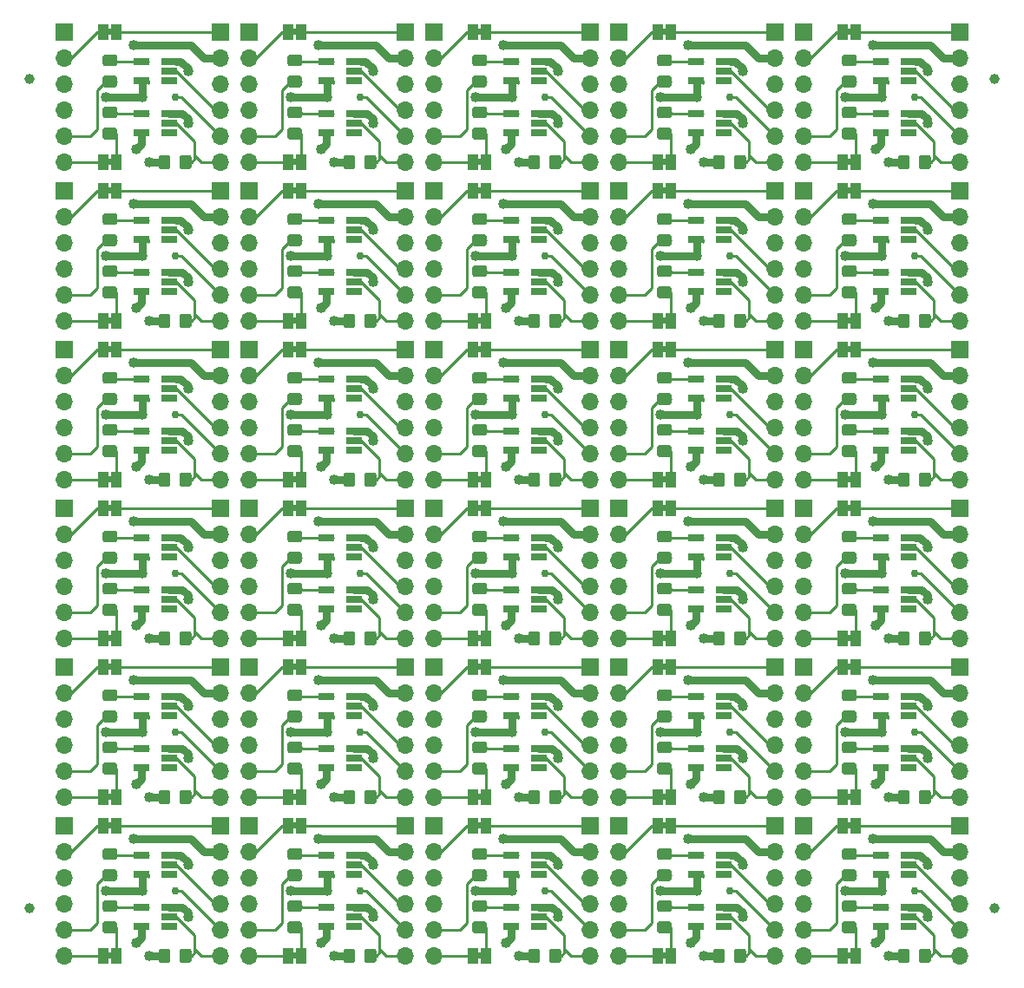
<source format=gtl>
G04 #@! TF.GenerationSoftware,KiCad,Pcbnew,(5.1.5)-3*
G04 #@! TF.CreationDate,2019-12-30T23:01:42-08:00*
G04 #@! TF.ProjectId,hc05-adapter-panel,68633035-2d61-4646-9170-7465722d7061,A*
G04 #@! TF.SameCoordinates,Original*
G04 #@! TF.FileFunction,Copper,L1,Top*
G04 #@! TF.FilePolarity,Positive*
%FSLAX46Y46*%
G04 Gerber Fmt 4.6, Leading zero omitted, Abs format (unit mm)*
G04 Created by KiCad (PCBNEW (5.1.5)-3) date 2019-12-30 23:01:42*
%MOMM*%
%LPD*%
G04 APERTURE LIST*
%ADD10C,0.100000*%
%ADD11C,1.000000*%
%ADD12R,1.000000X1.500000*%
%ADD13R,1.560000X0.650000*%
%ADD14R,1.700000X1.700000*%
%ADD15O,1.700000X1.700000*%
%ADD16C,1.016000*%
%ADD17C,0.762000*%
%ADD18C,0.762000*%
%ADD19C,0.254000*%
G04 APERTURE END LIST*
D10*
G36*
X106283500Y-57954500D02*
G01*
X105783500Y-57954500D01*
X105783500Y-57354500D01*
X106283500Y-57354500D01*
X106283500Y-57954500D01*
G37*
G36*
X106283500Y-88942500D02*
G01*
X105783500Y-88942500D01*
X105783500Y-88342500D01*
X106283500Y-88342500D01*
X106283500Y-88942500D01*
G37*
G36*
X106298500Y-45254500D02*
G01*
X105798500Y-45254500D01*
X105798500Y-44654500D01*
X106298500Y-44654500D01*
X106298500Y-45254500D01*
G37*
G36*
X106298500Y-76242500D02*
G01*
X105798500Y-76242500D01*
X105798500Y-75642500D01*
X106298500Y-75642500D01*
X106298500Y-76242500D01*
G37*
G36*
X124317500Y-57954500D02*
G01*
X123817500Y-57954500D01*
X123817500Y-57354500D01*
X124317500Y-57354500D01*
X124317500Y-57954500D01*
G37*
G36*
X124317500Y-88942500D02*
G01*
X123817500Y-88942500D01*
X123817500Y-88342500D01*
X124317500Y-88342500D01*
X124317500Y-88942500D01*
G37*
G36*
X142351500Y-57954500D02*
G01*
X141851500Y-57954500D01*
X141851500Y-57354500D01*
X142351500Y-57354500D01*
X142351500Y-57954500D01*
G37*
G36*
X142351500Y-88942500D02*
G01*
X141851500Y-88942500D01*
X141851500Y-88342500D01*
X142351500Y-88342500D01*
X142351500Y-88942500D01*
G37*
G36*
X160385500Y-57954500D02*
G01*
X159885500Y-57954500D01*
X159885500Y-57354500D01*
X160385500Y-57354500D01*
X160385500Y-57954500D01*
G37*
G36*
X160385500Y-88942500D02*
G01*
X159885500Y-88942500D01*
X159885500Y-88342500D01*
X160385500Y-88342500D01*
X160385500Y-88942500D01*
G37*
G36*
X178419500Y-57954500D02*
G01*
X177919500Y-57954500D01*
X177919500Y-57354500D01*
X178419500Y-57354500D01*
X178419500Y-57954500D01*
G37*
G36*
X178419500Y-88942500D02*
G01*
X177919500Y-88942500D01*
X177919500Y-88342500D01*
X178419500Y-88342500D01*
X178419500Y-88942500D01*
G37*
G36*
X160400500Y-60748500D02*
G01*
X159900500Y-60748500D01*
X159900500Y-60148500D01*
X160400500Y-60148500D01*
X160400500Y-60748500D01*
G37*
G36*
X160400500Y-91736500D02*
G01*
X159900500Y-91736500D01*
X159900500Y-91136500D01*
X160400500Y-91136500D01*
X160400500Y-91736500D01*
G37*
G36*
X124332500Y-60748500D02*
G01*
X123832500Y-60748500D01*
X123832500Y-60148500D01*
X124332500Y-60148500D01*
X124332500Y-60748500D01*
G37*
G36*
X124332500Y-91736500D02*
G01*
X123832500Y-91736500D01*
X123832500Y-91136500D01*
X124332500Y-91136500D01*
X124332500Y-91736500D01*
G37*
G36*
X142366500Y-60748500D02*
G01*
X141866500Y-60748500D01*
X141866500Y-60148500D01*
X142366500Y-60148500D01*
X142366500Y-60748500D01*
G37*
G36*
X142366500Y-91736500D02*
G01*
X141866500Y-91736500D01*
X141866500Y-91136500D01*
X142366500Y-91136500D01*
X142366500Y-91736500D01*
G37*
G36*
X178434500Y-60748500D02*
G01*
X177934500Y-60748500D01*
X177934500Y-60148500D01*
X178434500Y-60148500D01*
X178434500Y-60748500D01*
G37*
G36*
X178434500Y-91736500D02*
G01*
X177934500Y-91736500D01*
X177934500Y-91136500D01*
X178434500Y-91136500D01*
X178434500Y-91736500D01*
G37*
G36*
X178419500Y-73448500D02*
G01*
X177919500Y-73448500D01*
X177919500Y-72848500D01*
X178419500Y-72848500D01*
X178419500Y-73448500D01*
G37*
G36*
X178419500Y-104436500D02*
G01*
X177919500Y-104436500D01*
X177919500Y-103836500D01*
X178419500Y-103836500D01*
X178419500Y-104436500D01*
G37*
G36*
X142351500Y-73448500D02*
G01*
X141851500Y-73448500D01*
X141851500Y-72848500D01*
X142351500Y-72848500D01*
X142351500Y-73448500D01*
G37*
G36*
X142351500Y-104436500D02*
G01*
X141851500Y-104436500D01*
X141851500Y-103836500D01*
X142351500Y-103836500D01*
X142351500Y-104436500D01*
G37*
G36*
X160385500Y-73448500D02*
G01*
X159885500Y-73448500D01*
X159885500Y-72848500D01*
X160385500Y-72848500D01*
X160385500Y-73448500D01*
G37*
G36*
X160385500Y-104436500D02*
G01*
X159885500Y-104436500D01*
X159885500Y-103836500D01*
X160385500Y-103836500D01*
X160385500Y-104436500D01*
G37*
G36*
X124317500Y-73448500D02*
G01*
X123817500Y-73448500D01*
X123817500Y-72848500D01*
X124317500Y-72848500D01*
X124317500Y-73448500D01*
G37*
G36*
X124317500Y-104436500D02*
G01*
X123817500Y-104436500D01*
X123817500Y-103836500D01*
X124317500Y-103836500D01*
X124317500Y-104436500D01*
G37*
G36*
X178434500Y-45254500D02*
G01*
X177934500Y-45254500D01*
X177934500Y-44654500D01*
X178434500Y-44654500D01*
X178434500Y-45254500D01*
G37*
G36*
X178434500Y-76242500D02*
G01*
X177934500Y-76242500D01*
X177934500Y-75642500D01*
X178434500Y-75642500D01*
X178434500Y-76242500D01*
G37*
G36*
X160400500Y-45254500D02*
G01*
X159900500Y-45254500D01*
X159900500Y-44654500D01*
X160400500Y-44654500D01*
X160400500Y-45254500D01*
G37*
G36*
X160400500Y-76242500D02*
G01*
X159900500Y-76242500D01*
X159900500Y-75642500D01*
X160400500Y-75642500D01*
X160400500Y-76242500D01*
G37*
G36*
X124332500Y-45254500D02*
G01*
X123832500Y-45254500D01*
X123832500Y-44654500D01*
X124332500Y-44654500D01*
X124332500Y-45254500D01*
G37*
G36*
X124332500Y-76242500D02*
G01*
X123832500Y-76242500D01*
X123832500Y-75642500D01*
X124332500Y-75642500D01*
X124332500Y-76242500D01*
G37*
G36*
X142366500Y-45254500D02*
G01*
X141866500Y-45254500D01*
X141866500Y-44654500D01*
X142366500Y-44654500D01*
X142366500Y-45254500D01*
G37*
G36*
X142366500Y-76242500D02*
G01*
X141866500Y-76242500D01*
X141866500Y-75642500D01*
X142366500Y-75642500D01*
X142366500Y-76242500D01*
G37*
G36*
X106298500Y-60748500D02*
G01*
X105798500Y-60748500D01*
X105798500Y-60148500D01*
X106298500Y-60148500D01*
X106298500Y-60748500D01*
G37*
G36*
X106298500Y-91736500D02*
G01*
X105798500Y-91736500D01*
X105798500Y-91136500D01*
X106298500Y-91136500D01*
X106298500Y-91736500D01*
G37*
G36*
X106283500Y-73448500D02*
G01*
X105783500Y-73448500D01*
X105783500Y-72848500D01*
X106283500Y-72848500D01*
X106283500Y-73448500D01*
G37*
G36*
X106283500Y-104436500D02*
G01*
X105783500Y-104436500D01*
X105783500Y-103836500D01*
X106283500Y-103836500D01*
X106283500Y-104436500D01*
G37*
G36*
X178434500Y-122724500D02*
G01*
X177934500Y-122724500D01*
X177934500Y-122124500D01*
X178434500Y-122124500D01*
X178434500Y-122724500D01*
G37*
G36*
X160400500Y-122724500D02*
G01*
X159900500Y-122724500D01*
X159900500Y-122124500D01*
X160400500Y-122124500D01*
X160400500Y-122724500D01*
G37*
G36*
X142366500Y-122724500D02*
G01*
X141866500Y-122724500D01*
X141866500Y-122124500D01*
X142366500Y-122124500D01*
X142366500Y-122724500D01*
G37*
G36*
X124332500Y-122724500D02*
G01*
X123832500Y-122724500D01*
X123832500Y-122124500D01*
X124332500Y-122124500D01*
X124332500Y-122724500D01*
G37*
G36*
X178419500Y-135424500D02*
G01*
X177919500Y-135424500D01*
X177919500Y-134824500D01*
X178419500Y-134824500D01*
X178419500Y-135424500D01*
G37*
G36*
X160385500Y-135424500D02*
G01*
X159885500Y-135424500D01*
X159885500Y-134824500D01*
X160385500Y-134824500D01*
X160385500Y-135424500D01*
G37*
G36*
X142351500Y-135424500D02*
G01*
X141851500Y-135424500D01*
X141851500Y-134824500D01*
X142351500Y-134824500D01*
X142351500Y-135424500D01*
G37*
G36*
X124317500Y-135424500D02*
G01*
X123817500Y-135424500D01*
X123817500Y-134824500D01*
X124317500Y-134824500D01*
X124317500Y-135424500D01*
G37*
G36*
X178434500Y-107230500D02*
G01*
X177934500Y-107230500D01*
X177934500Y-106630500D01*
X178434500Y-106630500D01*
X178434500Y-107230500D01*
G37*
G36*
X160400500Y-107230500D02*
G01*
X159900500Y-107230500D01*
X159900500Y-106630500D01*
X160400500Y-106630500D01*
X160400500Y-107230500D01*
G37*
G36*
X142366500Y-107230500D02*
G01*
X141866500Y-107230500D01*
X141866500Y-106630500D01*
X142366500Y-106630500D01*
X142366500Y-107230500D01*
G37*
G36*
X124332500Y-107230500D02*
G01*
X123832500Y-107230500D01*
X123832500Y-106630500D01*
X124332500Y-106630500D01*
X124332500Y-107230500D01*
G37*
G36*
X178419500Y-119930500D02*
G01*
X177919500Y-119930500D01*
X177919500Y-119330500D01*
X178419500Y-119330500D01*
X178419500Y-119930500D01*
G37*
G36*
X160385500Y-119930500D02*
G01*
X159885500Y-119930500D01*
X159885500Y-119330500D01*
X160385500Y-119330500D01*
X160385500Y-119930500D01*
G37*
G36*
X142351500Y-119930500D02*
G01*
X141851500Y-119930500D01*
X141851500Y-119330500D01*
X142351500Y-119330500D01*
X142351500Y-119930500D01*
G37*
G36*
X124317500Y-119930500D02*
G01*
X123817500Y-119930500D01*
X123817500Y-119330500D01*
X124317500Y-119330500D01*
X124317500Y-119930500D01*
G37*
G36*
X106298500Y-122724500D02*
G01*
X105798500Y-122724500D01*
X105798500Y-122124500D01*
X106298500Y-122124500D01*
X106298500Y-122724500D01*
G37*
G36*
X106283500Y-135424500D02*
G01*
X105783500Y-135424500D01*
X105783500Y-134824500D01*
X106283500Y-134824500D01*
X106283500Y-135424500D01*
G37*
G36*
X106283500Y-119930500D02*
G01*
X105783500Y-119930500D01*
X105783500Y-119330500D01*
X106283500Y-119330500D01*
X106283500Y-119930500D01*
G37*
G36*
X106298500Y-107230500D02*
G01*
X105798500Y-107230500D01*
X105798500Y-106630500D01*
X106298500Y-106630500D01*
X106298500Y-107230500D01*
G37*
D11*
X192373000Y-130525000D03*
X192373000Y-49525000D03*
X98203000Y-130525000D03*
X98203000Y-49525000D03*
D12*
X106683500Y-57654500D03*
X105383500Y-57654500D03*
X106683500Y-88642500D03*
X105383500Y-88642500D03*
G04 #@! TA.AperFunction,SMDPad,CuDef*
D10*
G36*
X106523005Y-54295704D02*
G01*
X106547273Y-54299304D01*
X106571072Y-54305265D01*
X106594171Y-54313530D01*
X106616350Y-54324020D01*
X106637393Y-54336632D01*
X106657099Y-54351247D01*
X106675277Y-54367723D01*
X106691753Y-54385901D01*
X106706368Y-54405607D01*
X106718980Y-54426650D01*
X106729470Y-54448829D01*
X106737735Y-54471928D01*
X106743696Y-54495727D01*
X106747296Y-54519995D01*
X106748500Y-54544499D01*
X106748500Y-55194501D01*
X106747296Y-55219005D01*
X106743696Y-55243273D01*
X106737735Y-55267072D01*
X106729470Y-55290171D01*
X106718980Y-55312350D01*
X106706368Y-55333393D01*
X106691753Y-55353099D01*
X106675277Y-55371277D01*
X106657099Y-55387753D01*
X106637393Y-55402368D01*
X106616350Y-55414980D01*
X106594171Y-55425470D01*
X106571072Y-55433735D01*
X106547273Y-55439696D01*
X106523005Y-55443296D01*
X106498501Y-55444500D01*
X105598499Y-55444500D01*
X105573995Y-55443296D01*
X105549727Y-55439696D01*
X105525928Y-55433735D01*
X105502829Y-55425470D01*
X105480650Y-55414980D01*
X105459607Y-55402368D01*
X105439901Y-55387753D01*
X105421723Y-55371277D01*
X105405247Y-55353099D01*
X105390632Y-55333393D01*
X105378020Y-55312350D01*
X105367530Y-55290171D01*
X105359265Y-55267072D01*
X105353304Y-55243273D01*
X105349704Y-55219005D01*
X105348500Y-55194501D01*
X105348500Y-54544499D01*
X105349704Y-54519995D01*
X105353304Y-54495727D01*
X105359265Y-54471928D01*
X105367530Y-54448829D01*
X105378020Y-54426650D01*
X105390632Y-54405607D01*
X105405247Y-54385901D01*
X105421723Y-54367723D01*
X105439901Y-54351247D01*
X105459607Y-54336632D01*
X105480650Y-54324020D01*
X105502829Y-54313530D01*
X105525928Y-54305265D01*
X105549727Y-54299304D01*
X105573995Y-54295704D01*
X105598499Y-54294500D01*
X106498501Y-54294500D01*
X106523005Y-54295704D01*
G37*
G04 #@! TD.AperFunction*
G04 #@! TA.AperFunction,SMDPad,CuDef*
G36*
X106523005Y-52245704D02*
G01*
X106547273Y-52249304D01*
X106571072Y-52255265D01*
X106594171Y-52263530D01*
X106616350Y-52274020D01*
X106637393Y-52286632D01*
X106657099Y-52301247D01*
X106675277Y-52317723D01*
X106691753Y-52335901D01*
X106706368Y-52355607D01*
X106718980Y-52376650D01*
X106729470Y-52398829D01*
X106737735Y-52421928D01*
X106743696Y-52445727D01*
X106747296Y-52469995D01*
X106748500Y-52494499D01*
X106748500Y-53144501D01*
X106747296Y-53169005D01*
X106743696Y-53193273D01*
X106737735Y-53217072D01*
X106729470Y-53240171D01*
X106718980Y-53262350D01*
X106706368Y-53283393D01*
X106691753Y-53303099D01*
X106675277Y-53321277D01*
X106657099Y-53337753D01*
X106637393Y-53352368D01*
X106616350Y-53364980D01*
X106594171Y-53375470D01*
X106571072Y-53383735D01*
X106547273Y-53389696D01*
X106523005Y-53393296D01*
X106498501Y-53394500D01*
X105598499Y-53394500D01*
X105573995Y-53393296D01*
X105549727Y-53389696D01*
X105525928Y-53383735D01*
X105502829Y-53375470D01*
X105480650Y-53364980D01*
X105459607Y-53352368D01*
X105439901Y-53337753D01*
X105421723Y-53321277D01*
X105405247Y-53303099D01*
X105390632Y-53283393D01*
X105378020Y-53262350D01*
X105367530Y-53240171D01*
X105359265Y-53217072D01*
X105353304Y-53193273D01*
X105349704Y-53169005D01*
X105348500Y-53144501D01*
X105348500Y-52494499D01*
X105349704Y-52469995D01*
X105353304Y-52445727D01*
X105359265Y-52421928D01*
X105367530Y-52398829D01*
X105378020Y-52376650D01*
X105390632Y-52355607D01*
X105405247Y-52335901D01*
X105421723Y-52317723D01*
X105439901Y-52301247D01*
X105459607Y-52286632D01*
X105480650Y-52274020D01*
X105502829Y-52263530D01*
X105525928Y-52255265D01*
X105549727Y-52249304D01*
X105573995Y-52245704D01*
X105598499Y-52244500D01*
X106498501Y-52244500D01*
X106523005Y-52245704D01*
G37*
G04 #@! TD.AperFunction*
G04 #@! TA.AperFunction,SMDPad,CuDef*
G36*
X106523005Y-85283704D02*
G01*
X106547273Y-85287304D01*
X106571072Y-85293265D01*
X106594171Y-85301530D01*
X106616350Y-85312020D01*
X106637393Y-85324632D01*
X106657099Y-85339247D01*
X106675277Y-85355723D01*
X106691753Y-85373901D01*
X106706368Y-85393607D01*
X106718980Y-85414650D01*
X106729470Y-85436829D01*
X106737735Y-85459928D01*
X106743696Y-85483727D01*
X106747296Y-85507995D01*
X106748500Y-85532499D01*
X106748500Y-86182501D01*
X106747296Y-86207005D01*
X106743696Y-86231273D01*
X106737735Y-86255072D01*
X106729470Y-86278171D01*
X106718980Y-86300350D01*
X106706368Y-86321393D01*
X106691753Y-86341099D01*
X106675277Y-86359277D01*
X106657099Y-86375753D01*
X106637393Y-86390368D01*
X106616350Y-86402980D01*
X106594171Y-86413470D01*
X106571072Y-86421735D01*
X106547273Y-86427696D01*
X106523005Y-86431296D01*
X106498501Y-86432500D01*
X105598499Y-86432500D01*
X105573995Y-86431296D01*
X105549727Y-86427696D01*
X105525928Y-86421735D01*
X105502829Y-86413470D01*
X105480650Y-86402980D01*
X105459607Y-86390368D01*
X105439901Y-86375753D01*
X105421723Y-86359277D01*
X105405247Y-86341099D01*
X105390632Y-86321393D01*
X105378020Y-86300350D01*
X105367530Y-86278171D01*
X105359265Y-86255072D01*
X105353304Y-86231273D01*
X105349704Y-86207005D01*
X105348500Y-86182501D01*
X105348500Y-85532499D01*
X105349704Y-85507995D01*
X105353304Y-85483727D01*
X105359265Y-85459928D01*
X105367530Y-85436829D01*
X105378020Y-85414650D01*
X105390632Y-85393607D01*
X105405247Y-85373901D01*
X105421723Y-85355723D01*
X105439901Y-85339247D01*
X105459607Y-85324632D01*
X105480650Y-85312020D01*
X105502829Y-85301530D01*
X105525928Y-85293265D01*
X105549727Y-85287304D01*
X105573995Y-85283704D01*
X105598499Y-85282500D01*
X106498501Y-85282500D01*
X106523005Y-85283704D01*
G37*
G04 #@! TD.AperFunction*
G04 #@! TA.AperFunction,SMDPad,CuDef*
G36*
X106523005Y-83233704D02*
G01*
X106547273Y-83237304D01*
X106571072Y-83243265D01*
X106594171Y-83251530D01*
X106616350Y-83262020D01*
X106637393Y-83274632D01*
X106657099Y-83289247D01*
X106675277Y-83305723D01*
X106691753Y-83323901D01*
X106706368Y-83343607D01*
X106718980Y-83364650D01*
X106729470Y-83386829D01*
X106737735Y-83409928D01*
X106743696Y-83433727D01*
X106747296Y-83457995D01*
X106748500Y-83482499D01*
X106748500Y-84132501D01*
X106747296Y-84157005D01*
X106743696Y-84181273D01*
X106737735Y-84205072D01*
X106729470Y-84228171D01*
X106718980Y-84250350D01*
X106706368Y-84271393D01*
X106691753Y-84291099D01*
X106675277Y-84309277D01*
X106657099Y-84325753D01*
X106637393Y-84340368D01*
X106616350Y-84352980D01*
X106594171Y-84363470D01*
X106571072Y-84371735D01*
X106547273Y-84377696D01*
X106523005Y-84381296D01*
X106498501Y-84382500D01*
X105598499Y-84382500D01*
X105573995Y-84381296D01*
X105549727Y-84377696D01*
X105525928Y-84371735D01*
X105502829Y-84363470D01*
X105480650Y-84352980D01*
X105459607Y-84340368D01*
X105439901Y-84325753D01*
X105421723Y-84309277D01*
X105405247Y-84291099D01*
X105390632Y-84271393D01*
X105378020Y-84250350D01*
X105367530Y-84228171D01*
X105359265Y-84205072D01*
X105353304Y-84181273D01*
X105349704Y-84157005D01*
X105348500Y-84132501D01*
X105348500Y-83482499D01*
X105349704Y-83457995D01*
X105353304Y-83433727D01*
X105359265Y-83409928D01*
X105367530Y-83386829D01*
X105378020Y-83364650D01*
X105390632Y-83343607D01*
X105405247Y-83323901D01*
X105421723Y-83305723D01*
X105439901Y-83289247D01*
X105459607Y-83274632D01*
X105480650Y-83262020D01*
X105502829Y-83251530D01*
X105525928Y-83243265D01*
X105549727Y-83237304D01*
X105573995Y-83233704D01*
X105598499Y-83232500D01*
X106498501Y-83232500D01*
X106523005Y-83233704D01*
G37*
G04 #@! TD.AperFunction*
D13*
X111843500Y-54794500D03*
X111843500Y-53844500D03*
X111843500Y-52894500D03*
X109143500Y-52894500D03*
X109143500Y-54794500D03*
X111843500Y-85782500D03*
X111843500Y-84832500D03*
X111843500Y-83882500D03*
X109143500Y-83882500D03*
X109143500Y-85782500D03*
D14*
X101600000Y-44958000D03*
D15*
X101600000Y-47498000D03*
X101600000Y-50038000D03*
X101600000Y-52578000D03*
X101600000Y-55118000D03*
X101600000Y-57658000D03*
D14*
X101600000Y-75946000D03*
D15*
X101600000Y-78486000D03*
X101600000Y-81026000D03*
X101600000Y-83566000D03*
X101600000Y-86106000D03*
X101600000Y-88646000D03*
D14*
X116840000Y-44958000D03*
D15*
X116840000Y-47498000D03*
X116840000Y-50038000D03*
X116840000Y-52578000D03*
X116840000Y-55118000D03*
X116840000Y-57658000D03*
D14*
X116840000Y-75946000D03*
D15*
X116840000Y-78486000D03*
X116840000Y-81026000D03*
X116840000Y-83566000D03*
X116840000Y-86106000D03*
X116840000Y-88646000D03*
G04 #@! TA.AperFunction,SMDPad,CuDef*
D10*
G36*
X106523005Y-47165704D02*
G01*
X106547273Y-47169304D01*
X106571072Y-47175265D01*
X106594171Y-47183530D01*
X106616350Y-47194020D01*
X106637393Y-47206632D01*
X106657099Y-47221247D01*
X106675277Y-47237723D01*
X106691753Y-47255901D01*
X106706368Y-47275607D01*
X106718980Y-47296650D01*
X106729470Y-47318829D01*
X106737735Y-47341928D01*
X106743696Y-47365727D01*
X106747296Y-47389995D01*
X106748500Y-47414499D01*
X106748500Y-48064501D01*
X106747296Y-48089005D01*
X106743696Y-48113273D01*
X106737735Y-48137072D01*
X106729470Y-48160171D01*
X106718980Y-48182350D01*
X106706368Y-48203393D01*
X106691753Y-48223099D01*
X106675277Y-48241277D01*
X106657099Y-48257753D01*
X106637393Y-48272368D01*
X106616350Y-48284980D01*
X106594171Y-48295470D01*
X106571072Y-48303735D01*
X106547273Y-48309696D01*
X106523005Y-48313296D01*
X106498501Y-48314500D01*
X105598499Y-48314500D01*
X105573995Y-48313296D01*
X105549727Y-48309696D01*
X105525928Y-48303735D01*
X105502829Y-48295470D01*
X105480650Y-48284980D01*
X105459607Y-48272368D01*
X105439901Y-48257753D01*
X105421723Y-48241277D01*
X105405247Y-48223099D01*
X105390632Y-48203393D01*
X105378020Y-48182350D01*
X105367530Y-48160171D01*
X105359265Y-48137072D01*
X105353304Y-48113273D01*
X105349704Y-48089005D01*
X105348500Y-48064501D01*
X105348500Y-47414499D01*
X105349704Y-47389995D01*
X105353304Y-47365727D01*
X105359265Y-47341928D01*
X105367530Y-47318829D01*
X105378020Y-47296650D01*
X105390632Y-47275607D01*
X105405247Y-47255901D01*
X105421723Y-47237723D01*
X105439901Y-47221247D01*
X105459607Y-47206632D01*
X105480650Y-47194020D01*
X105502829Y-47183530D01*
X105525928Y-47175265D01*
X105549727Y-47169304D01*
X105573995Y-47165704D01*
X105598499Y-47164500D01*
X106498501Y-47164500D01*
X106523005Y-47165704D01*
G37*
G04 #@! TD.AperFunction*
G04 #@! TA.AperFunction,SMDPad,CuDef*
G36*
X106523005Y-49215704D02*
G01*
X106547273Y-49219304D01*
X106571072Y-49225265D01*
X106594171Y-49233530D01*
X106616350Y-49244020D01*
X106637393Y-49256632D01*
X106657099Y-49271247D01*
X106675277Y-49287723D01*
X106691753Y-49305901D01*
X106706368Y-49325607D01*
X106718980Y-49346650D01*
X106729470Y-49368829D01*
X106737735Y-49391928D01*
X106743696Y-49415727D01*
X106747296Y-49439995D01*
X106748500Y-49464499D01*
X106748500Y-50114501D01*
X106747296Y-50139005D01*
X106743696Y-50163273D01*
X106737735Y-50187072D01*
X106729470Y-50210171D01*
X106718980Y-50232350D01*
X106706368Y-50253393D01*
X106691753Y-50273099D01*
X106675277Y-50291277D01*
X106657099Y-50307753D01*
X106637393Y-50322368D01*
X106616350Y-50334980D01*
X106594171Y-50345470D01*
X106571072Y-50353735D01*
X106547273Y-50359696D01*
X106523005Y-50363296D01*
X106498501Y-50364500D01*
X105598499Y-50364500D01*
X105573995Y-50363296D01*
X105549727Y-50359696D01*
X105525928Y-50353735D01*
X105502829Y-50345470D01*
X105480650Y-50334980D01*
X105459607Y-50322368D01*
X105439901Y-50307753D01*
X105421723Y-50291277D01*
X105405247Y-50273099D01*
X105390632Y-50253393D01*
X105378020Y-50232350D01*
X105367530Y-50210171D01*
X105359265Y-50187072D01*
X105353304Y-50163273D01*
X105349704Y-50139005D01*
X105348500Y-50114501D01*
X105348500Y-49464499D01*
X105349704Y-49439995D01*
X105353304Y-49415727D01*
X105359265Y-49391928D01*
X105367530Y-49368829D01*
X105378020Y-49346650D01*
X105390632Y-49325607D01*
X105405247Y-49305901D01*
X105421723Y-49287723D01*
X105439901Y-49271247D01*
X105459607Y-49256632D01*
X105480650Y-49244020D01*
X105502829Y-49233530D01*
X105525928Y-49225265D01*
X105549727Y-49219304D01*
X105573995Y-49215704D01*
X105598499Y-49214500D01*
X106498501Y-49214500D01*
X106523005Y-49215704D01*
G37*
G04 #@! TD.AperFunction*
G04 #@! TA.AperFunction,SMDPad,CuDef*
G36*
X106523005Y-78153704D02*
G01*
X106547273Y-78157304D01*
X106571072Y-78163265D01*
X106594171Y-78171530D01*
X106616350Y-78182020D01*
X106637393Y-78194632D01*
X106657099Y-78209247D01*
X106675277Y-78225723D01*
X106691753Y-78243901D01*
X106706368Y-78263607D01*
X106718980Y-78284650D01*
X106729470Y-78306829D01*
X106737735Y-78329928D01*
X106743696Y-78353727D01*
X106747296Y-78377995D01*
X106748500Y-78402499D01*
X106748500Y-79052501D01*
X106747296Y-79077005D01*
X106743696Y-79101273D01*
X106737735Y-79125072D01*
X106729470Y-79148171D01*
X106718980Y-79170350D01*
X106706368Y-79191393D01*
X106691753Y-79211099D01*
X106675277Y-79229277D01*
X106657099Y-79245753D01*
X106637393Y-79260368D01*
X106616350Y-79272980D01*
X106594171Y-79283470D01*
X106571072Y-79291735D01*
X106547273Y-79297696D01*
X106523005Y-79301296D01*
X106498501Y-79302500D01*
X105598499Y-79302500D01*
X105573995Y-79301296D01*
X105549727Y-79297696D01*
X105525928Y-79291735D01*
X105502829Y-79283470D01*
X105480650Y-79272980D01*
X105459607Y-79260368D01*
X105439901Y-79245753D01*
X105421723Y-79229277D01*
X105405247Y-79211099D01*
X105390632Y-79191393D01*
X105378020Y-79170350D01*
X105367530Y-79148171D01*
X105359265Y-79125072D01*
X105353304Y-79101273D01*
X105349704Y-79077005D01*
X105348500Y-79052501D01*
X105348500Y-78402499D01*
X105349704Y-78377995D01*
X105353304Y-78353727D01*
X105359265Y-78329928D01*
X105367530Y-78306829D01*
X105378020Y-78284650D01*
X105390632Y-78263607D01*
X105405247Y-78243901D01*
X105421723Y-78225723D01*
X105439901Y-78209247D01*
X105459607Y-78194632D01*
X105480650Y-78182020D01*
X105502829Y-78171530D01*
X105525928Y-78163265D01*
X105549727Y-78157304D01*
X105573995Y-78153704D01*
X105598499Y-78152500D01*
X106498501Y-78152500D01*
X106523005Y-78153704D01*
G37*
G04 #@! TD.AperFunction*
G04 #@! TA.AperFunction,SMDPad,CuDef*
G36*
X106523005Y-80203704D02*
G01*
X106547273Y-80207304D01*
X106571072Y-80213265D01*
X106594171Y-80221530D01*
X106616350Y-80232020D01*
X106637393Y-80244632D01*
X106657099Y-80259247D01*
X106675277Y-80275723D01*
X106691753Y-80293901D01*
X106706368Y-80313607D01*
X106718980Y-80334650D01*
X106729470Y-80356829D01*
X106737735Y-80379928D01*
X106743696Y-80403727D01*
X106747296Y-80427995D01*
X106748500Y-80452499D01*
X106748500Y-81102501D01*
X106747296Y-81127005D01*
X106743696Y-81151273D01*
X106737735Y-81175072D01*
X106729470Y-81198171D01*
X106718980Y-81220350D01*
X106706368Y-81241393D01*
X106691753Y-81261099D01*
X106675277Y-81279277D01*
X106657099Y-81295753D01*
X106637393Y-81310368D01*
X106616350Y-81322980D01*
X106594171Y-81333470D01*
X106571072Y-81341735D01*
X106547273Y-81347696D01*
X106523005Y-81351296D01*
X106498501Y-81352500D01*
X105598499Y-81352500D01*
X105573995Y-81351296D01*
X105549727Y-81347696D01*
X105525928Y-81341735D01*
X105502829Y-81333470D01*
X105480650Y-81322980D01*
X105459607Y-81310368D01*
X105439901Y-81295753D01*
X105421723Y-81279277D01*
X105405247Y-81261099D01*
X105390632Y-81241393D01*
X105378020Y-81220350D01*
X105367530Y-81198171D01*
X105359265Y-81175072D01*
X105353304Y-81151273D01*
X105349704Y-81127005D01*
X105348500Y-81102501D01*
X105348500Y-80452499D01*
X105349704Y-80427995D01*
X105353304Y-80403727D01*
X105359265Y-80379928D01*
X105367530Y-80356829D01*
X105378020Y-80334650D01*
X105390632Y-80313607D01*
X105405247Y-80293901D01*
X105421723Y-80275723D01*
X105439901Y-80259247D01*
X105459607Y-80244632D01*
X105480650Y-80232020D01*
X105502829Y-80221530D01*
X105525928Y-80213265D01*
X105549727Y-80207304D01*
X105573995Y-80203704D01*
X105598499Y-80202500D01*
X106498501Y-80202500D01*
X106523005Y-80203704D01*
G37*
G04 #@! TD.AperFunction*
G04 #@! TA.AperFunction,SMDPad,CuDef*
G36*
X113773005Y-56955704D02*
G01*
X113797273Y-56959304D01*
X113821072Y-56965265D01*
X113844171Y-56973530D01*
X113866350Y-56984020D01*
X113887393Y-56996632D01*
X113907099Y-57011247D01*
X113925277Y-57027723D01*
X113941753Y-57045901D01*
X113956368Y-57065607D01*
X113968980Y-57086650D01*
X113979470Y-57108829D01*
X113987735Y-57131928D01*
X113993696Y-57155727D01*
X113997296Y-57179995D01*
X113998500Y-57204499D01*
X113998500Y-58104501D01*
X113997296Y-58129005D01*
X113993696Y-58153273D01*
X113987735Y-58177072D01*
X113979470Y-58200171D01*
X113968980Y-58222350D01*
X113956368Y-58243393D01*
X113941753Y-58263099D01*
X113925277Y-58281277D01*
X113907099Y-58297753D01*
X113887393Y-58312368D01*
X113866350Y-58324980D01*
X113844171Y-58335470D01*
X113821072Y-58343735D01*
X113797273Y-58349696D01*
X113773005Y-58353296D01*
X113748501Y-58354500D01*
X113098499Y-58354500D01*
X113073995Y-58353296D01*
X113049727Y-58349696D01*
X113025928Y-58343735D01*
X113002829Y-58335470D01*
X112980650Y-58324980D01*
X112959607Y-58312368D01*
X112939901Y-58297753D01*
X112921723Y-58281277D01*
X112905247Y-58263099D01*
X112890632Y-58243393D01*
X112878020Y-58222350D01*
X112867530Y-58200171D01*
X112859265Y-58177072D01*
X112853304Y-58153273D01*
X112849704Y-58129005D01*
X112848500Y-58104501D01*
X112848500Y-57204499D01*
X112849704Y-57179995D01*
X112853304Y-57155727D01*
X112859265Y-57131928D01*
X112867530Y-57108829D01*
X112878020Y-57086650D01*
X112890632Y-57065607D01*
X112905247Y-57045901D01*
X112921723Y-57027723D01*
X112939901Y-57011247D01*
X112959607Y-56996632D01*
X112980650Y-56984020D01*
X113002829Y-56973530D01*
X113025928Y-56965265D01*
X113049727Y-56959304D01*
X113073995Y-56955704D01*
X113098499Y-56954500D01*
X113748501Y-56954500D01*
X113773005Y-56955704D01*
G37*
G04 #@! TD.AperFunction*
G04 #@! TA.AperFunction,SMDPad,CuDef*
G36*
X111723005Y-56955704D02*
G01*
X111747273Y-56959304D01*
X111771072Y-56965265D01*
X111794171Y-56973530D01*
X111816350Y-56984020D01*
X111837393Y-56996632D01*
X111857099Y-57011247D01*
X111875277Y-57027723D01*
X111891753Y-57045901D01*
X111906368Y-57065607D01*
X111918980Y-57086650D01*
X111929470Y-57108829D01*
X111937735Y-57131928D01*
X111943696Y-57155727D01*
X111947296Y-57179995D01*
X111948500Y-57204499D01*
X111948500Y-58104501D01*
X111947296Y-58129005D01*
X111943696Y-58153273D01*
X111937735Y-58177072D01*
X111929470Y-58200171D01*
X111918980Y-58222350D01*
X111906368Y-58243393D01*
X111891753Y-58263099D01*
X111875277Y-58281277D01*
X111857099Y-58297753D01*
X111837393Y-58312368D01*
X111816350Y-58324980D01*
X111794171Y-58335470D01*
X111771072Y-58343735D01*
X111747273Y-58349696D01*
X111723005Y-58353296D01*
X111698501Y-58354500D01*
X111048499Y-58354500D01*
X111023995Y-58353296D01*
X110999727Y-58349696D01*
X110975928Y-58343735D01*
X110952829Y-58335470D01*
X110930650Y-58324980D01*
X110909607Y-58312368D01*
X110889901Y-58297753D01*
X110871723Y-58281277D01*
X110855247Y-58263099D01*
X110840632Y-58243393D01*
X110828020Y-58222350D01*
X110817530Y-58200171D01*
X110809265Y-58177072D01*
X110803304Y-58153273D01*
X110799704Y-58129005D01*
X110798500Y-58104501D01*
X110798500Y-57204499D01*
X110799704Y-57179995D01*
X110803304Y-57155727D01*
X110809265Y-57131928D01*
X110817530Y-57108829D01*
X110828020Y-57086650D01*
X110840632Y-57065607D01*
X110855247Y-57045901D01*
X110871723Y-57027723D01*
X110889901Y-57011247D01*
X110909607Y-56996632D01*
X110930650Y-56984020D01*
X110952829Y-56973530D01*
X110975928Y-56965265D01*
X110999727Y-56959304D01*
X111023995Y-56955704D01*
X111048499Y-56954500D01*
X111698501Y-56954500D01*
X111723005Y-56955704D01*
G37*
G04 #@! TD.AperFunction*
G04 #@! TA.AperFunction,SMDPad,CuDef*
G36*
X113773005Y-87943704D02*
G01*
X113797273Y-87947304D01*
X113821072Y-87953265D01*
X113844171Y-87961530D01*
X113866350Y-87972020D01*
X113887393Y-87984632D01*
X113907099Y-87999247D01*
X113925277Y-88015723D01*
X113941753Y-88033901D01*
X113956368Y-88053607D01*
X113968980Y-88074650D01*
X113979470Y-88096829D01*
X113987735Y-88119928D01*
X113993696Y-88143727D01*
X113997296Y-88167995D01*
X113998500Y-88192499D01*
X113998500Y-89092501D01*
X113997296Y-89117005D01*
X113993696Y-89141273D01*
X113987735Y-89165072D01*
X113979470Y-89188171D01*
X113968980Y-89210350D01*
X113956368Y-89231393D01*
X113941753Y-89251099D01*
X113925277Y-89269277D01*
X113907099Y-89285753D01*
X113887393Y-89300368D01*
X113866350Y-89312980D01*
X113844171Y-89323470D01*
X113821072Y-89331735D01*
X113797273Y-89337696D01*
X113773005Y-89341296D01*
X113748501Y-89342500D01*
X113098499Y-89342500D01*
X113073995Y-89341296D01*
X113049727Y-89337696D01*
X113025928Y-89331735D01*
X113002829Y-89323470D01*
X112980650Y-89312980D01*
X112959607Y-89300368D01*
X112939901Y-89285753D01*
X112921723Y-89269277D01*
X112905247Y-89251099D01*
X112890632Y-89231393D01*
X112878020Y-89210350D01*
X112867530Y-89188171D01*
X112859265Y-89165072D01*
X112853304Y-89141273D01*
X112849704Y-89117005D01*
X112848500Y-89092501D01*
X112848500Y-88192499D01*
X112849704Y-88167995D01*
X112853304Y-88143727D01*
X112859265Y-88119928D01*
X112867530Y-88096829D01*
X112878020Y-88074650D01*
X112890632Y-88053607D01*
X112905247Y-88033901D01*
X112921723Y-88015723D01*
X112939901Y-87999247D01*
X112959607Y-87984632D01*
X112980650Y-87972020D01*
X113002829Y-87961530D01*
X113025928Y-87953265D01*
X113049727Y-87947304D01*
X113073995Y-87943704D01*
X113098499Y-87942500D01*
X113748501Y-87942500D01*
X113773005Y-87943704D01*
G37*
G04 #@! TD.AperFunction*
G04 #@! TA.AperFunction,SMDPad,CuDef*
G36*
X111723005Y-87943704D02*
G01*
X111747273Y-87947304D01*
X111771072Y-87953265D01*
X111794171Y-87961530D01*
X111816350Y-87972020D01*
X111837393Y-87984632D01*
X111857099Y-87999247D01*
X111875277Y-88015723D01*
X111891753Y-88033901D01*
X111906368Y-88053607D01*
X111918980Y-88074650D01*
X111929470Y-88096829D01*
X111937735Y-88119928D01*
X111943696Y-88143727D01*
X111947296Y-88167995D01*
X111948500Y-88192499D01*
X111948500Y-89092501D01*
X111947296Y-89117005D01*
X111943696Y-89141273D01*
X111937735Y-89165072D01*
X111929470Y-89188171D01*
X111918980Y-89210350D01*
X111906368Y-89231393D01*
X111891753Y-89251099D01*
X111875277Y-89269277D01*
X111857099Y-89285753D01*
X111837393Y-89300368D01*
X111816350Y-89312980D01*
X111794171Y-89323470D01*
X111771072Y-89331735D01*
X111747273Y-89337696D01*
X111723005Y-89341296D01*
X111698501Y-89342500D01*
X111048499Y-89342500D01*
X111023995Y-89341296D01*
X110999727Y-89337696D01*
X110975928Y-89331735D01*
X110952829Y-89323470D01*
X110930650Y-89312980D01*
X110909607Y-89300368D01*
X110889901Y-89285753D01*
X110871723Y-89269277D01*
X110855247Y-89251099D01*
X110840632Y-89231393D01*
X110828020Y-89210350D01*
X110817530Y-89188171D01*
X110809265Y-89165072D01*
X110803304Y-89141273D01*
X110799704Y-89117005D01*
X110798500Y-89092501D01*
X110798500Y-88192499D01*
X110799704Y-88167995D01*
X110803304Y-88143727D01*
X110809265Y-88119928D01*
X110817530Y-88096829D01*
X110828020Y-88074650D01*
X110840632Y-88053607D01*
X110855247Y-88033901D01*
X110871723Y-88015723D01*
X110889901Y-87999247D01*
X110909607Y-87984632D01*
X110930650Y-87972020D01*
X110952829Y-87961530D01*
X110975928Y-87953265D01*
X110999727Y-87947304D01*
X111023995Y-87943704D01*
X111048499Y-87942500D01*
X111698501Y-87942500D01*
X111723005Y-87943704D01*
G37*
G04 #@! TD.AperFunction*
D13*
X111843500Y-49714500D03*
X111843500Y-48764500D03*
X111843500Y-47814500D03*
X109143500Y-47814500D03*
X109143500Y-49714500D03*
X111843500Y-80702500D03*
X111843500Y-79752500D03*
X111843500Y-78802500D03*
X109143500Y-78802500D03*
X109143500Y-80702500D03*
D12*
X106698500Y-44954500D03*
X105398500Y-44954500D03*
X106698500Y-75942500D03*
X105398500Y-75942500D03*
X123417500Y-57654500D03*
X124717500Y-57654500D03*
X123417500Y-88642500D03*
X124717500Y-88642500D03*
X141451500Y-57654500D03*
X142751500Y-57654500D03*
X141451500Y-88642500D03*
X142751500Y-88642500D03*
X159485500Y-57654500D03*
X160785500Y-57654500D03*
X159485500Y-88642500D03*
X160785500Y-88642500D03*
X177519500Y-57654500D03*
X178819500Y-57654500D03*
X177519500Y-88642500D03*
X178819500Y-88642500D03*
D15*
X134874000Y-57658000D03*
X134874000Y-55118000D03*
X134874000Y-52578000D03*
X134874000Y-50038000D03*
X134874000Y-47498000D03*
D14*
X134874000Y-44958000D03*
D15*
X134874000Y-88646000D03*
X134874000Y-86106000D03*
X134874000Y-83566000D03*
X134874000Y-81026000D03*
X134874000Y-78486000D03*
D14*
X134874000Y-75946000D03*
G04 #@! TA.AperFunction,SMDPad,CuDef*
D10*
G36*
X178659005Y-62659704D02*
G01*
X178683273Y-62663304D01*
X178707072Y-62669265D01*
X178730171Y-62677530D01*
X178752350Y-62688020D01*
X178773393Y-62700632D01*
X178793099Y-62715247D01*
X178811277Y-62731723D01*
X178827753Y-62749901D01*
X178842368Y-62769607D01*
X178854980Y-62790650D01*
X178865470Y-62812829D01*
X178873735Y-62835928D01*
X178879696Y-62859727D01*
X178883296Y-62883995D01*
X178884500Y-62908499D01*
X178884500Y-63558501D01*
X178883296Y-63583005D01*
X178879696Y-63607273D01*
X178873735Y-63631072D01*
X178865470Y-63654171D01*
X178854980Y-63676350D01*
X178842368Y-63697393D01*
X178827753Y-63717099D01*
X178811277Y-63735277D01*
X178793099Y-63751753D01*
X178773393Y-63766368D01*
X178752350Y-63778980D01*
X178730171Y-63789470D01*
X178707072Y-63797735D01*
X178683273Y-63803696D01*
X178659005Y-63807296D01*
X178634501Y-63808500D01*
X177734499Y-63808500D01*
X177709995Y-63807296D01*
X177685727Y-63803696D01*
X177661928Y-63797735D01*
X177638829Y-63789470D01*
X177616650Y-63778980D01*
X177595607Y-63766368D01*
X177575901Y-63751753D01*
X177557723Y-63735277D01*
X177541247Y-63717099D01*
X177526632Y-63697393D01*
X177514020Y-63676350D01*
X177503530Y-63654171D01*
X177495265Y-63631072D01*
X177489304Y-63607273D01*
X177485704Y-63583005D01*
X177484500Y-63558501D01*
X177484500Y-62908499D01*
X177485704Y-62883995D01*
X177489304Y-62859727D01*
X177495265Y-62835928D01*
X177503530Y-62812829D01*
X177514020Y-62790650D01*
X177526632Y-62769607D01*
X177541247Y-62749901D01*
X177557723Y-62731723D01*
X177575901Y-62715247D01*
X177595607Y-62700632D01*
X177616650Y-62688020D01*
X177638829Y-62677530D01*
X177661928Y-62669265D01*
X177685727Y-62663304D01*
X177709995Y-62659704D01*
X177734499Y-62658500D01*
X178634501Y-62658500D01*
X178659005Y-62659704D01*
G37*
G04 #@! TD.AperFunction*
G04 #@! TA.AperFunction,SMDPad,CuDef*
G36*
X178659005Y-64709704D02*
G01*
X178683273Y-64713304D01*
X178707072Y-64719265D01*
X178730171Y-64727530D01*
X178752350Y-64738020D01*
X178773393Y-64750632D01*
X178793099Y-64765247D01*
X178811277Y-64781723D01*
X178827753Y-64799901D01*
X178842368Y-64819607D01*
X178854980Y-64840650D01*
X178865470Y-64862829D01*
X178873735Y-64885928D01*
X178879696Y-64909727D01*
X178883296Y-64933995D01*
X178884500Y-64958499D01*
X178884500Y-65608501D01*
X178883296Y-65633005D01*
X178879696Y-65657273D01*
X178873735Y-65681072D01*
X178865470Y-65704171D01*
X178854980Y-65726350D01*
X178842368Y-65747393D01*
X178827753Y-65767099D01*
X178811277Y-65785277D01*
X178793099Y-65801753D01*
X178773393Y-65816368D01*
X178752350Y-65828980D01*
X178730171Y-65839470D01*
X178707072Y-65847735D01*
X178683273Y-65853696D01*
X178659005Y-65857296D01*
X178634501Y-65858500D01*
X177734499Y-65858500D01*
X177709995Y-65857296D01*
X177685727Y-65853696D01*
X177661928Y-65847735D01*
X177638829Y-65839470D01*
X177616650Y-65828980D01*
X177595607Y-65816368D01*
X177575901Y-65801753D01*
X177557723Y-65785277D01*
X177541247Y-65767099D01*
X177526632Y-65747393D01*
X177514020Y-65726350D01*
X177503530Y-65704171D01*
X177495265Y-65681072D01*
X177489304Y-65657273D01*
X177485704Y-65633005D01*
X177484500Y-65608501D01*
X177484500Y-64958499D01*
X177485704Y-64933995D01*
X177489304Y-64909727D01*
X177495265Y-64885928D01*
X177503530Y-64862829D01*
X177514020Y-64840650D01*
X177526632Y-64819607D01*
X177541247Y-64799901D01*
X177557723Y-64781723D01*
X177575901Y-64765247D01*
X177595607Y-64750632D01*
X177616650Y-64738020D01*
X177638829Y-64727530D01*
X177661928Y-64719265D01*
X177685727Y-64713304D01*
X177709995Y-64709704D01*
X177734499Y-64708500D01*
X178634501Y-64708500D01*
X178659005Y-64709704D01*
G37*
G04 #@! TD.AperFunction*
G04 #@! TA.AperFunction,SMDPad,CuDef*
G36*
X178659005Y-93647704D02*
G01*
X178683273Y-93651304D01*
X178707072Y-93657265D01*
X178730171Y-93665530D01*
X178752350Y-93676020D01*
X178773393Y-93688632D01*
X178793099Y-93703247D01*
X178811277Y-93719723D01*
X178827753Y-93737901D01*
X178842368Y-93757607D01*
X178854980Y-93778650D01*
X178865470Y-93800829D01*
X178873735Y-93823928D01*
X178879696Y-93847727D01*
X178883296Y-93871995D01*
X178884500Y-93896499D01*
X178884500Y-94546501D01*
X178883296Y-94571005D01*
X178879696Y-94595273D01*
X178873735Y-94619072D01*
X178865470Y-94642171D01*
X178854980Y-94664350D01*
X178842368Y-94685393D01*
X178827753Y-94705099D01*
X178811277Y-94723277D01*
X178793099Y-94739753D01*
X178773393Y-94754368D01*
X178752350Y-94766980D01*
X178730171Y-94777470D01*
X178707072Y-94785735D01*
X178683273Y-94791696D01*
X178659005Y-94795296D01*
X178634501Y-94796500D01*
X177734499Y-94796500D01*
X177709995Y-94795296D01*
X177685727Y-94791696D01*
X177661928Y-94785735D01*
X177638829Y-94777470D01*
X177616650Y-94766980D01*
X177595607Y-94754368D01*
X177575901Y-94739753D01*
X177557723Y-94723277D01*
X177541247Y-94705099D01*
X177526632Y-94685393D01*
X177514020Y-94664350D01*
X177503530Y-94642171D01*
X177495265Y-94619072D01*
X177489304Y-94595273D01*
X177485704Y-94571005D01*
X177484500Y-94546501D01*
X177484500Y-93896499D01*
X177485704Y-93871995D01*
X177489304Y-93847727D01*
X177495265Y-93823928D01*
X177503530Y-93800829D01*
X177514020Y-93778650D01*
X177526632Y-93757607D01*
X177541247Y-93737901D01*
X177557723Y-93719723D01*
X177575901Y-93703247D01*
X177595607Y-93688632D01*
X177616650Y-93676020D01*
X177638829Y-93665530D01*
X177661928Y-93657265D01*
X177685727Y-93651304D01*
X177709995Y-93647704D01*
X177734499Y-93646500D01*
X178634501Y-93646500D01*
X178659005Y-93647704D01*
G37*
G04 #@! TD.AperFunction*
G04 #@! TA.AperFunction,SMDPad,CuDef*
G36*
X178659005Y-95697704D02*
G01*
X178683273Y-95701304D01*
X178707072Y-95707265D01*
X178730171Y-95715530D01*
X178752350Y-95726020D01*
X178773393Y-95738632D01*
X178793099Y-95753247D01*
X178811277Y-95769723D01*
X178827753Y-95787901D01*
X178842368Y-95807607D01*
X178854980Y-95828650D01*
X178865470Y-95850829D01*
X178873735Y-95873928D01*
X178879696Y-95897727D01*
X178883296Y-95921995D01*
X178884500Y-95946499D01*
X178884500Y-96596501D01*
X178883296Y-96621005D01*
X178879696Y-96645273D01*
X178873735Y-96669072D01*
X178865470Y-96692171D01*
X178854980Y-96714350D01*
X178842368Y-96735393D01*
X178827753Y-96755099D01*
X178811277Y-96773277D01*
X178793099Y-96789753D01*
X178773393Y-96804368D01*
X178752350Y-96816980D01*
X178730171Y-96827470D01*
X178707072Y-96835735D01*
X178683273Y-96841696D01*
X178659005Y-96845296D01*
X178634501Y-96846500D01*
X177734499Y-96846500D01*
X177709995Y-96845296D01*
X177685727Y-96841696D01*
X177661928Y-96835735D01*
X177638829Y-96827470D01*
X177616650Y-96816980D01*
X177595607Y-96804368D01*
X177575901Y-96789753D01*
X177557723Y-96773277D01*
X177541247Y-96755099D01*
X177526632Y-96735393D01*
X177514020Y-96714350D01*
X177503530Y-96692171D01*
X177495265Y-96669072D01*
X177489304Y-96645273D01*
X177485704Y-96621005D01*
X177484500Y-96596501D01*
X177484500Y-95946499D01*
X177485704Y-95921995D01*
X177489304Y-95897727D01*
X177495265Y-95873928D01*
X177503530Y-95850829D01*
X177514020Y-95828650D01*
X177526632Y-95807607D01*
X177541247Y-95787901D01*
X177557723Y-95769723D01*
X177575901Y-95753247D01*
X177595607Y-95738632D01*
X177616650Y-95726020D01*
X177638829Y-95715530D01*
X177661928Y-95707265D01*
X177685727Y-95701304D01*
X177709995Y-95697704D01*
X177734499Y-95696500D01*
X178634501Y-95696500D01*
X178659005Y-95697704D01*
G37*
G04 #@! TD.AperFunction*
G04 #@! TA.AperFunction,SMDPad,CuDef*
G36*
X131807005Y-72449704D02*
G01*
X131831273Y-72453304D01*
X131855072Y-72459265D01*
X131878171Y-72467530D01*
X131900350Y-72478020D01*
X131921393Y-72490632D01*
X131941099Y-72505247D01*
X131959277Y-72521723D01*
X131975753Y-72539901D01*
X131990368Y-72559607D01*
X132002980Y-72580650D01*
X132013470Y-72602829D01*
X132021735Y-72625928D01*
X132027696Y-72649727D01*
X132031296Y-72673995D01*
X132032500Y-72698499D01*
X132032500Y-73598501D01*
X132031296Y-73623005D01*
X132027696Y-73647273D01*
X132021735Y-73671072D01*
X132013470Y-73694171D01*
X132002980Y-73716350D01*
X131990368Y-73737393D01*
X131975753Y-73757099D01*
X131959277Y-73775277D01*
X131941099Y-73791753D01*
X131921393Y-73806368D01*
X131900350Y-73818980D01*
X131878171Y-73829470D01*
X131855072Y-73837735D01*
X131831273Y-73843696D01*
X131807005Y-73847296D01*
X131782501Y-73848500D01*
X131132499Y-73848500D01*
X131107995Y-73847296D01*
X131083727Y-73843696D01*
X131059928Y-73837735D01*
X131036829Y-73829470D01*
X131014650Y-73818980D01*
X130993607Y-73806368D01*
X130973901Y-73791753D01*
X130955723Y-73775277D01*
X130939247Y-73757099D01*
X130924632Y-73737393D01*
X130912020Y-73716350D01*
X130901530Y-73694171D01*
X130893265Y-73671072D01*
X130887304Y-73647273D01*
X130883704Y-73623005D01*
X130882500Y-73598501D01*
X130882500Y-72698499D01*
X130883704Y-72673995D01*
X130887304Y-72649727D01*
X130893265Y-72625928D01*
X130901530Y-72602829D01*
X130912020Y-72580650D01*
X130924632Y-72559607D01*
X130939247Y-72539901D01*
X130955723Y-72521723D01*
X130973901Y-72505247D01*
X130993607Y-72490632D01*
X131014650Y-72478020D01*
X131036829Y-72467530D01*
X131059928Y-72459265D01*
X131083727Y-72453304D01*
X131107995Y-72449704D01*
X131132499Y-72448500D01*
X131782501Y-72448500D01*
X131807005Y-72449704D01*
G37*
G04 #@! TD.AperFunction*
G04 #@! TA.AperFunction,SMDPad,CuDef*
G36*
X129757005Y-72449704D02*
G01*
X129781273Y-72453304D01*
X129805072Y-72459265D01*
X129828171Y-72467530D01*
X129850350Y-72478020D01*
X129871393Y-72490632D01*
X129891099Y-72505247D01*
X129909277Y-72521723D01*
X129925753Y-72539901D01*
X129940368Y-72559607D01*
X129952980Y-72580650D01*
X129963470Y-72602829D01*
X129971735Y-72625928D01*
X129977696Y-72649727D01*
X129981296Y-72673995D01*
X129982500Y-72698499D01*
X129982500Y-73598501D01*
X129981296Y-73623005D01*
X129977696Y-73647273D01*
X129971735Y-73671072D01*
X129963470Y-73694171D01*
X129952980Y-73716350D01*
X129940368Y-73737393D01*
X129925753Y-73757099D01*
X129909277Y-73775277D01*
X129891099Y-73791753D01*
X129871393Y-73806368D01*
X129850350Y-73818980D01*
X129828171Y-73829470D01*
X129805072Y-73837735D01*
X129781273Y-73843696D01*
X129757005Y-73847296D01*
X129732501Y-73848500D01*
X129082499Y-73848500D01*
X129057995Y-73847296D01*
X129033727Y-73843696D01*
X129009928Y-73837735D01*
X128986829Y-73829470D01*
X128964650Y-73818980D01*
X128943607Y-73806368D01*
X128923901Y-73791753D01*
X128905723Y-73775277D01*
X128889247Y-73757099D01*
X128874632Y-73737393D01*
X128862020Y-73716350D01*
X128851530Y-73694171D01*
X128843265Y-73671072D01*
X128837304Y-73647273D01*
X128833704Y-73623005D01*
X128832500Y-73598501D01*
X128832500Y-72698499D01*
X128833704Y-72673995D01*
X128837304Y-72649727D01*
X128843265Y-72625928D01*
X128851530Y-72602829D01*
X128862020Y-72580650D01*
X128874632Y-72559607D01*
X128889247Y-72539901D01*
X128905723Y-72521723D01*
X128923901Y-72505247D01*
X128943607Y-72490632D01*
X128964650Y-72478020D01*
X128986829Y-72467530D01*
X129009928Y-72459265D01*
X129033727Y-72453304D01*
X129057995Y-72449704D01*
X129082499Y-72448500D01*
X129732501Y-72448500D01*
X129757005Y-72449704D01*
G37*
G04 #@! TD.AperFunction*
G04 #@! TA.AperFunction,SMDPad,CuDef*
G36*
X131807005Y-103437704D02*
G01*
X131831273Y-103441304D01*
X131855072Y-103447265D01*
X131878171Y-103455530D01*
X131900350Y-103466020D01*
X131921393Y-103478632D01*
X131941099Y-103493247D01*
X131959277Y-103509723D01*
X131975753Y-103527901D01*
X131990368Y-103547607D01*
X132002980Y-103568650D01*
X132013470Y-103590829D01*
X132021735Y-103613928D01*
X132027696Y-103637727D01*
X132031296Y-103661995D01*
X132032500Y-103686499D01*
X132032500Y-104586501D01*
X132031296Y-104611005D01*
X132027696Y-104635273D01*
X132021735Y-104659072D01*
X132013470Y-104682171D01*
X132002980Y-104704350D01*
X131990368Y-104725393D01*
X131975753Y-104745099D01*
X131959277Y-104763277D01*
X131941099Y-104779753D01*
X131921393Y-104794368D01*
X131900350Y-104806980D01*
X131878171Y-104817470D01*
X131855072Y-104825735D01*
X131831273Y-104831696D01*
X131807005Y-104835296D01*
X131782501Y-104836500D01*
X131132499Y-104836500D01*
X131107995Y-104835296D01*
X131083727Y-104831696D01*
X131059928Y-104825735D01*
X131036829Y-104817470D01*
X131014650Y-104806980D01*
X130993607Y-104794368D01*
X130973901Y-104779753D01*
X130955723Y-104763277D01*
X130939247Y-104745099D01*
X130924632Y-104725393D01*
X130912020Y-104704350D01*
X130901530Y-104682171D01*
X130893265Y-104659072D01*
X130887304Y-104635273D01*
X130883704Y-104611005D01*
X130882500Y-104586501D01*
X130882500Y-103686499D01*
X130883704Y-103661995D01*
X130887304Y-103637727D01*
X130893265Y-103613928D01*
X130901530Y-103590829D01*
X130912020Y-103568650D01*
X130924632Y-103547607D01*
X130939247Y-103527901D01*
X130955723Y-103509723D01*
X130973901Y-103493247D01*
X130993607Y-103478632D01*
X131014650Y-103466020D01*
X131036829Y-103455530D01*
X131059928Y-103447265D01*
X131083727Y-103441304D01*
X131107995Y-103437704D01*
X131132499Y-103436500D01*
X131782501Y-103436500D01*
X131807005Y-103437704D01*
G37*
G04 #@! TD.AperFunction*
G04 #@! TA.AperFunction,SMDPad,CuDef*
G36*
X129757005Y-103437704D02*
G01*
X129781273Y-103441304D01*
X129805072Y-103447265D01*
X129828171Y-103455530D01*
X129850350Y-103466020D01*
X129871393Y-103478632D01*
X129891099Y-103493247D01*
X129909277Y-103509723D01*
X129925753Y-103527901D01*
X129940368Y-103547607D01*
X129952980Y-103568650D01*
X129963470Y-103590829D01*
X129971735Y-103613928D01*
X129977696Y-103637727D01*
X129981296Y-103661995D01*
X129982500Y-103686499D01*
X129982500Y-104586501D01*
X129981296Y-104611005D01*
X129977696Y-104635273D01*
X129971735Y-104659072D01*
X129963470Y-104682171D01*
X129952980Y-104704350D01*
X129940368Y-104725393D01*
X129925753Y-104745099D01*
X129909277Y-104763277D01*
X129891099Y-104779753D01*
X129871393Y-104794368D01*
X129850350Y-104806980D01*
X129828171Y-104817470D01*
X129805072Y-104825735D01*
X129781273Y-104831696D01*
X129757005Y-104835296D01*
X129732501Y-104836500D01*
X129082499Y-104836500D01*
X129057995Y-104835296D01*
X129033727Y-104831696D01*
X129009928Y-104825735D01*
X128986829Y-104817470D01*
X128964650Y-104806980D01*
X128943607Y-104794368D01*
X128923901Y-104779753D01*
X128905723Y-104763277D01*
X128889247Y-104745099D01*
X128874632Y-104725393D01*
X128862020Y-104704350D01*
X128851530Y-104682171D01*
X128843265Y-104659072D01*
X128837304Y-104635273D01*
X128833704Y-104611005D01*
X128832500Y-104586501D01*
X128832500Y-103686499D01*
X128833704Y-103661995D01*
X128837304Y-103637727D01*
X128843265Y-103613928D01*
X128851530Y-103590829D01*
X128862020Y-103568650D01*
X128874632Y-103547607D01*
X128889247Y-103527901D01*
X128905723Y-103509723D01*
X128923901Y-103493247D01*
X128943607Y-103478632D01*
X128964650Y-103466020D01*
X128986829Y-103455530D01*
X129009928Y-103447265D01*
X129033727Y-103441304D01*
X129057995Y-103437704D01*
X129082499Y-103436500D01*
X129732501Y-103436500D01*
X129757005Y-103437704D01*
G37*
G04 #@! TD.AperFunction*
D13*
X129877500Y-70288500D03*
X129877500Y-69338500D03*
X129877500Y-68388500D03*
X127177500Y-68388500D03*
X127177500Y-70288500D03*
X129877500Y-101276500D03*
X129877500Y-100326500D03*
X129877500Y-99376500D03*
X127177500Y-99376500D03*
X127177500Y-101276500D03*
D12*
X160800500Y-60448500D03*
X159500500Y-60448500D03*
X160800500Y-91436500D03*
X159500500Y-91436500D03*
G04 #@! TA.AperFunction,SMDPad,CuDef*
D10*
G36*
X185909005Y-72449704D02*
G01*
X185933273Y-72453304D01*
X185957072Y-72459265D01*
X185980171Y-72467530D01*
X186002350Y-72478020D01*
X186023393Y-72490632D01*
X186043099Y-72505247D01*
X186061277Y-72521723D01*
X186077753Y-72539901D01*
X186092368Y-72559607D01*
X186104980Y-72580650D01*
X186115470Y-72602829D01*
X186123735Y-72625928D01*
X186129696Y-72649727D01*
X186133296Y-72673995D01*
X186134500Y-72698499D01*
X186134500Y-73598501D01*
X186133296Y-73623005D01*
X186129696Y-73647273D01*
X186123735Y-73671072D01*
X186115470Y-73694171D01*
X186104980Y-73716350D01*
X186092368Y-73737393D01*
X186077753Y-73757099D01*
X186061277Y-73775277D01*
X186043099Y-73791753D01*
X186023393Y-73806368D01*
X186002350Y-73818980D01*
X185980171Y-73829470D01*
X185957072Y-73837735D01*
X185933273Y-73843696D01*
X185909005Y-73847296D01*
X185884501Y-73848500D01*
X185234499Y-73848500D01*
X185209995Y-73847296D01*
X185185727Y-73843696D01*
X185161928Y-73837735D01*
X185138829Y-73829470D01*
X185116650Y-73818980D01*
X185095607Y-73806368D01*
X185075901Y-73791753D01*
X185057723Y-73775277D01*
X185041247Y-73757099D01*
X185026632Y-73737393D01*
X185014020Y-73716350D01*
X185003530Y-73694171D01*
X184995265Y-73671072D01*
X184989304Y-73647273D01*
X184985704Y-73623005D01*
X184984500Y-73598501D01*
X184984500Y-72698499D01*
X184985704Y-72673995D01*
X184989304Y-72649727D01*
X184995265Y-72625928D01*
X185003530Y-72602829D01*
X185014020Y-72580650D01*
X185026632Y-72559607D01*
X185041247Y-72539901D01*
X185057723Y-72521723D01*
X185075901Y-72505247D01*
X185095607Y-72490632D01*
X185116650Y-72478020D01*
X185138829Y-72467530D01*
X185161928Y-72459265D01*
X185185727Y-72453304D01*
X185209995Y-72449704D01*
X185234499Y-72448500D01*
X185884501Y-72448500D01*
X185909005Y-72449704D01*
G37*
G04 #@! TD.AperFunction*
G04 #@! TA.AperFunction,SMDPad,CuDef*
G36*
X183859005Y-72449704D02*
G01*
X183883273Y-72453304D01*
X183907072Y-72459265D01*
X183930171Y-72467530D01*
X183952350Y-72478020D01*
X183973393Y-72490632D01*
X183993099Y-72505247D01*
X184011277Y-72521723D01*
X184027753Y-72539901D01*
X184042368Y-72559607D01*
X184054980Y-72580650D01*
X184065470Y-72602829D01*
X184073735Y-72625928D01*
X184079696Y-72649727D01*
X184083296Y-72673995D01*
X184084500Y-72698499D01*
X184084500Y-73598501D01*
X184083296Y-73623005D01*
X184079696Y-73647273D01*
X184073735Y-73671072D01*
X184065470Y-73694171D01*
X184054980Y-73716350D01*
X184042368Y-73737393D01*
X184027753Y-73757099D01*
X184011277Y-73775277D01*
X183993099Y-73791753D01*
X183973393Y-73806368D01*
X183952350Y-73818980D01*
X183930171Y-73829470D01*
X183907072Y-73837735D01*
X183883273Y-73843696D01*
X183859005Y-73847296D01*
X183834501Y-73848500D01*
X183184499Y-73848500D01*
X183159995Y-73847296D01*
X183135727Y-73843696D01*
X183111928Y-73837735D01*
X183088829Y-73829470D01*
X183066650Y-73818980D01*
X183045607Y-73806368D01*
X183025901Y-73791753D01*
X183007723Y-73775277D01*
X182991247Y-73757099D01*
X182976632Y-73737393D01*
X182964020Y-73716350D01*
X182953530Y-73694171D01*
X182945265Y-73671072D01*
X182939304Y-73647273D01*
X182935704Y-73623005D01*
X182934500Y-73598501D01*
X182934500Y-72698499D01*
X182935704Y-72673995D01*
X182939304Y-72649727D01*
X182945265Y-72625928D01*
X182953530Y-72602829D01*
X182964020Y-72580650D01*
X182976632Y-72559607D01*
X182991247Y-72539901D01*
X183007723Y-72521723D01*
X183025901Y-72505247D01*
X183045607Y-72490632D01*
X183066650Y-72478020D01*
X183088829Y-72467530D01*
X183111928Y-72459265D01*
X183135727Y-72453304D01*
X183159995Y-72449704D01*
X183184499Y-72448500D01*
X183834501Y-72448500D01*
X183859005Y-72449704D01*
G37*
G04 #@! TD.AperFunction*
G04 #@! TA.AperFunction,SMDPad,CuDef*
G36*
X185909005Y-103437704D02*
G01*
X185933273Y-103441304D01*
X185957072Y-103447265D01*
X185980171Y-103455530D01*
X186002350Y-103466020D01*
X186023393Y-103478632D01*
X186043099Y-103493247D01*
X186061277Y-103509723D01*
X186077753Y-103527901D01*
X186092368Y-103547607D01*
X186104980Y-103568650D01*
X186115470Y-103590829D01*
X186123735Y-103613928D01*
X186129696Y-103637727D01*
X186133296Y-103661995D01*
X186134500Y-103686499D01*
X186134500Y-104586501D01*
X186133296Y-104611005D01*
X186129696Y-104635273D01*
X186123735Y-104659072D01*
X186115470Y-104682171D01*
X186104980Y-104704350D01*
X186092368Y-104725393D01*
X186077753Y-104745099D01*
X186061277Y-104763277D01*
X186043099Y-104779753D01*
X186023393Y-104794368D01*
X186002350Y-104806980D01*
X185980171Y-104817470D01*
X185957072Y-104825735D01*
X185933273Y-104831696D01*
X185909005Y-104835296D01*
X185884501Y-104836500D01*
X185234499Y-104836500D01*
X185209995Y-104835296D01*
X185185727Y-104831696D01*
X185161928Y-104825735D01*
X185138829Y-104817470D01*
X185116650Y-104806980D01*
X185095607Y-104794368D01*
X185075901Y-104779753D01*
X185057723Y-104763277D01*
X185041247Y-104745099D01*
X185026632Y-104725393D01*
X185014020Y-104704350D01*
X185003530Y-104682171D01*
X184995265Y-104659072D01*
X184989304Y-104635273D01*
X184985704Y-104611005D01*
X184984500Y-104586501D01*
X184984500Y-103686499D01*
X184985704Y-103661995D01*
X184989304Y-103637727D01*
X184995265Y-103613928D01*
X185003530Y-103590829D01*
X185014020Y-103568650D01*
X185026632Y-103547607D01*
X185041247Y-103527901D01*
X185057723Y-103509723D01*
X185075901Y-103493247D01*
X185095607Y-103478632D01*
X185116650Y-103466020D01*
X185138829Y-103455530D01*
X185161928Y-103447265D01*
X185185727Y-103441304D01*
X185209995Y-103437704D01*
X185234499Y-103436500D01*
X185884501Y-103436500D01*
X185909005Y-103437704D01*
G37*
G04 #@! TD.AperFunction*
G04 #@! TA.AperFunction,SMDPad,CuDef*
G36*
X183859005Y-103437704D02*
G01*
X183883273Y-103441304D01*
X183907072Y-103447265D01*
X183930171Y-103455530D01*
X183952350Y-103466020D01*
X183973393Y-103478632D01*
X183993099Y-103493247D01*
X184011277Y-103509723D01*
X184027753Y-103527901D01*
X184042368Y-103547607D01*
X184054980Y-103568650D01*
X184065470Y-103590829D01*
X184073735Y-103613928D01*
X184079696Y-103637727D01*
X184083296Y-103661995D01*
X184084500Y-103686499D01*
X184084500Y-104586501D01*
X184083296Y-104611005D01*
X184079696Y-104635273D01*
X184073735Y-104659072D01*
X184065470Y-104682171D01*
X184054980Y-104704350D01*
X184042368Y-104725393D01*
X184027753Y-104745099D01*
X184011277Y-104763277D01*
X183993099Y-104779753D01*
X183973393Y-104794368D01*
X183952350Y-104806980D01*
X183930171Y-104817470D01*
X183907072Y-104825735D01*
X183883273Y-104831696D01*
X183859005Y-104835296D01*
X183834501Y-104836500D01*
X183184499Y-104836500D01*
X183159995Y-104835296D01*
X183135727Y-104831696D01*
X183111928Y-104825735D01*
X183088829Y-104817470D01*
X183066650Y-104806980D01*
X183045607Y-104794368D01*
X183025901Y-104779753D01*
X183007723Y-104763277D01*
X182991247Y-104745099D01*
X182976632Y-104725393D01*
X182964020Y-104704350D01*
X182953530Y-104682171D01*
X182945265Y-104659072D01*
X182939304Y-104635273D01*
X182935704Y-104611005D01*
X182934500Y-104586501D01*
X182934500Y-103686499D01*
X182935704Y-103661995D01*
X182939304Y-103637727D01*
X182945265Y-103613928D01*
X182953530Y-103590829D01*
X182964020Y-103568650D01*
X182976632Y-103547607D01*
X182991247Y-103527901D01*
X183007723Y-103509723D01*
X183025901Y-103493247D01*
X183045607Y-103478632D01*
X183066650Y-103466020D01*
X183088829Y-103455530D01*
X183111928Y-103447265D01*
X183135727Y-103441304D01*
X183159995Y-103437704D01*
X183184499Y-103436500D01*
X183834501Y-103436500D01*
X183859005Y-103437704D01*
G37*
G04 #@! TD.AperFunction*
D12*
X124732500Y-60448500D03*
X123432500Y-60448500D03*
X124732500Y-91436500D03*
X123432500Y-91436500D03*
X142766500Y-60448500D03*
X141466500Y-60448500D03*
X142766500Y-91436500D03*
X141466500Y-91436500D03*
X178834500Y-60448500D03*
X177534500Y-60448500D03*
X178834500Y-91436500D03*
X177534500Y-91436500D03*
G04 #@! TA.AperFunction,SMDPad,CuDef*
D10*
G36*
X160625005Y-62659704D02*
G01*
X160649273Y-62663304D01*
X160673072Y-62669265D01*
X160696171Y-62677530D01*
X160718350Y-62688020D01*
X160739393Y-62700632D01*
X160759099Y-62715247D01*
X160777277Y-62731723D01*
X160793753Y-62749901D01*
X160808368Y-62769607D01*
X160820980Y-62790650D01*
X160831470Y-62812829D01*
X160839735Y-62835928D01*
X160845696Y-62859727D01*
X160849296Y-62883995D01*
X160850500Y-62908499D01*
X160850500Y-63558501D01*
X160849296Y-63583005D01*
X160845696Y-63607273D01*
X160839735Y-63631072D01*
X160831470Y-63654171D01*
X160820980Y-63676350D01*
X160808368Y-63697393D01*
X160793753Y-63717099D01*
X160777277Y-63735277D01*
X160759099Y-63751753D01*
X160739393Y-63766368D01*
X160718350Y-63778980D01*
X160696171Y-63789470D01*
X160673072Y-63797735D01*
X160649273Y-63803696D01*
X160625005Y-63807296D01*
X160600501Y-63808500D01*
X159700499Y-63808500D01*
X159675995Y-63807296D01*
X159651727Y-63803696D01*
X159627928Y-63797735D01*
X159604829Y-63789470D01*
X159582650Y-63778980D01*
X159561607Y-63766368D01*
X159541901Y-63751753D01*
X159523723Y-63735277D01*
X159507247Y-63717099D01*
X159492632Y-63697393D01*
X159480020Y-63676350D01*
X159469530Y-63654171D01*
X159461265Y-63631072D01*
X159455304Y-63607273D01*
X159451704Y-63583005D01*
X159450500Y-63558501D01*
X159450500Y-62908499D01*
X159451704Y-62883995D01*
X159455304Y-62859727D01*
X159461265Y-62835928D01*
X159469530Y-62812829D01*
X159480020Y-62790650D01*
X159492632Y-62769607D01*
X159507247Y-62749901D01*
X159523723Y-62731723D01*
X159541901Y-62715247D01*
X159561607Y-62700632D01*
X159582650Y-62688020D01*
X159604829Y-62677530D01*
X159627928Y-62669265D01*
X159651727Y-62663304D01*
X159675995Y-62659704D01*
X159700499Y-62658500D01*
X160600501Y-62658500D01*
X160625005Y-62659704D01*
G37*
G04 #@! TD.AperFunction*
G04 #@! TA.AperFunction,SMDPad,CuDef*
G36*
X160625005Y-64709704D02*
G01*
X160649273Y-64713304D01*
X160673072Y-64719265D01*
X160696171Y-64727530D01*
X160718350Y-64738020D01*
X160739393Y-64750632D01*
X160759099Y-64765247D01*
X160777277Y-64781723D01*
X160793753Y-64799901D01*
X160808368Y-64819607D01*
X160820980Y-64840650D01*
X160831470Y-64862829D01*
X160839735Y-64885928D01*
X160845696Y-64909727D01*
X160849296Y-64933995D01*
X160850500Y-64958499D01*
X160850500Y-65608501D01*
X160849296Y-65633005D01*
X160845696Y-65657273D01*
X160839735Y-65681072D01*
X160831470Y-65704171D01*
X160820980Y-65726350D01*
X160808368Y-65747393D01*
X160793753Y-65767099D01*
X160777277Y-65785277D01*
X160759099Y-65801753D01*
X160739393Y-65816368D01*
X160718350Y-65828980D01*
X160696171Y-65839470D01*
X160673072Y-65847735D01*
X160649273Y-65853696D01*
X160625005Y-65857296D01*
X160600501Y-65858500D01*
X159700499Y-65858500D01*
X159675995Y-65857296D01*
X159651727Y-65853696D01*
X159627928Y-65847735D01*
X159604829Y-65839470D01*
X159582650Y-65828980D01*
X159561607Y-65816368D01*
X159541901Y-65801753D01*
X159523723Y-65785277D01*
X159507247Y-65767099D01*
X159492632Y-65747393D01*
X159480020Y-65726350D01*
X159469530Y-65704171D01*
X159461265Y-65681072D01*
X159455304Y-65657273D01*
X159451704Y-65633005D01*
X159450500Y-65608501D01*
X159450500Y-64958499D01*
X159451704Y-64933995D01*
X159455304Y-64909727D01*
X159461265Y-64885928D01*
X159469530Y-64862829D01*
X159480020Y-64840650D01*
X159492632Y-64819607D01*
X159507247Y-64799901D01*
X159523723Y-64781723D01*
X159541901Y-64765247D01*
X159561607Y-64750632D01*
X159582650Y-64738020D01*
X159604829Y-64727530D01*
X159627928Y-64719265D01*
X159651727Y-64713304D01*
X159675995Y-64709704D01*
X159700499Y-64708500D01*
X160600501Y-64708500D01*
X160625005Y-64709704D01*
G37*
G04 #@! TD.AperFunction*
G04 #@! TA.AperFunction,SMDPad,CuDef*
G36*
X160625005Y-93647704D02*
G01*
X160649273Y-93651304D01*
X160673072Y-93657265D01*
X160696171Y-93665530D01*
X160718350Y-93676020D01*
X160739393Y-93688632D01*
X160759099Y-93703247D01*
X160777277Y-93719723D01*
X160793753Y-93737901D01*
X160808368Y-93757607D01*
X160820980Y-93778650D01*
X160831470Y-93800829D01*
X160839735Y-93823928D01*
X160845696Y-93847727D01*
X160849296Y-93871995D01*
X160850500Y-93896499D01*
X160850500Y-94546501D01*
X160849296Y-94571005D01*
X160845696Y-94595273D01*
X160839735Y-94619072D01*
X160831470Y-94642171D01*
X160820980Y-94664350D01*
X160808368Y-94685393D01*
X160793753Y-94705099D01*
X160777277Y-94723277D01*
X160759099Y-94739753D01*
X160739393Y-94754368D01*
X160718350Y-94766980D01*
X160696171Y-94777470D01*
X160673072Y-94785735D01*
X160649273Y-94791696D01*
X160625005Y-94795296D01*
X160600501Y-94796500D01*
X159700499Y-94796500D01*
X159675995Y-94795296D01*
X159651727Y-94791696D01*
X159627928Y-94785735D01*
X159604829Y-94777470D01*
X159582650Y-94766980D01*
X159561607Y-94754368D01*
X159541901Y-94739753D01*
X159523723Y-94723277D01*
X159507247Y-94705099D01*
X159492632Y-94685393D01*
X159480020Y-94664350D01*
X159469530Y-94642171D01*
X159461265Y-94619072D01*
X159455304Y-94595273D01*
X159451704Y-94571005D01*
X159450500Y-94546501D01*
X159450500Y-93896499D01*
X159451704Y-93871995D01*
X159455304Y-93847727D01*
X159461265Y-93823928D01*
X159469530Y-93800829D01*
X159480020Y-93778650D01*
X159492632Y-93757607D01*
X159507247Y-93737901D01*
X159523723Y-93719723D01*
X159541901Y-93703247D01*
X159561607Y-93688632D01*
X159582650Y-93676020D01*
X159604829Y-93665530D01*
X159627928Y-93657265D01*
X159651727Y-93651304D01*
X159675995Y-93647704D01*
X159700499Y-93646500D01*
X160600501Y-93646500D01*
X160625005Y-93647704D01*
G37*
G04 #@! TD.AperFunction*
G04 #@! TA.AperFunction,SMDPad,CuDef*
G36*
X160625005Y-95697704D02*
G01*
X160649273Y-95701304D01*
X160673072Y-95707265D01*
X160696171Y-95715530D01*
X160718350Y-95726020D01*
X160739393Y-95738632D01*
X160759099Y-95753247D01*
X160777277Y-95769723D01*
X160793753Y-95787901D01*
X160808368Y-95807607D01*
X160820980Y-95828650D01*
X160831470Y-95850829D01*
X160839735Y-95873928D01*
X160845696Y-95897727D01*
X160849296Y-95921995D01*
X160850500Y-95946499D01*
X160850500Y-96596501D01*
X160849296Y-96621005D01*
X160845696Y-96645273D01*
X160839735Y-96669072D01*
X160831470Y-96692171D01*
X160820980Y-96714350D01*
X160808368Y-96735393D01*
X160793753Y-96755099D01*
X160777277Y-96773277D01*
X160759099Y-96789753D01*
X160739393Y-96804368D01*
X160718350Y-96816980D01*
X160696171Y-96827470D01*
X160673072Y-96835735D01*
X160649273Y-96841696D01*
X160625005Y-96845296D01*
X160600501Y-96846500D01*
X159700499Y-96846500D01*
X159675995Y-96845296D01*
X159651727Y-96841696D01*
X159627928Y-96835735D01*
X159604829Y-96827470D01*
X159582650Y-96816980D01*
X159561607Y-96804368D01*
X159541901Y-96789753D01*
X159523723Y-96773277D01*
X159507247Y-96755099D01*
X159492632Y-96735393D01*
X159480020Y-96714350D01*
X159469530Y-96692171D01*
X159461265Y-96669072D01*
X159455304Y-96645273D01*
X159451704Y-96621005D01*
X159450500Y-96596501D01*
X159450500Y-95946499D01*
X159451704Y-95921995D01*
X159455304Y-95897727D01*
X159461265Y-95873928D01*
X159469530Y-95850829D01*
X159480020Y-95828650D01*
X159492632Y-95807607D01*
X159507247Y-95787901D01*
X159523723Y-95769723D01*
X159541901Y-95753247D01*
X159561607Y-95738632D01*
X159582650Y-95726020D01*
X159604829Y-95715530D01*
X159627928Y-95707265D01*
X159651727Y-95701304D01*
X159675995Y-95697704D01*
X159700499Y-95696500D01*
X160600501Y-95696500D01*
X160625005Y-95697704D01*
G37*
G04 #@! TD.AperFunction*
G04 #@! TA.AperFunction,SMDPad,CuDef*
G36*
X167875005Y-72449704D02*
G01*
X167899273Y-72453304D01*
X167923072Y-72459265D01*
X167946171Y-72467530D01*
X167968350Y-72478020D01*
X167989393Y-72490632D01*
X168009099Y-72505247D01*
X168027277Y-72521723D01*
X168043753Y-72539901D01*
X168058368Y-72559607D01*
X168070980Y-72580650D01*
X168081470Y-72602829D01*
X168089735Y-72625928D01*
X168095696Y-72649727D01*
X168099296Y-72673995D01*
X168100500Y-72698499D01*
X168100500Y-73598501D01*
X168099296Y-73623005D01*
X168095696Y-73647273D01*
X168089735Y-73671072D01*
X168081470Y-73694171D01*
X168070980Y-73716350D01*
X168058368Y-73737393D01*
X168043753Y-73757099D01*
X168027277Y-73775277D01*
X168009099Y-73791753D01*
X167989393Y-73806368D01*
X167968350Y-73818980D01*
X167946171Y-73829470D01*
X167923072Y-73837735D01*
X167899273Y-73843696D01*
X167875005Y-73847296D01*
X167850501Y-73848500D01*
X167200499Y-73848500D01*
X167175995Y-73847296D01*
X167151727Y-73843696D01*
X167127928Y-73837735D01*
X167104829Y-73829470D01*
X167082650Y-73818980D01*
X167061607Y-73806368D01*
X167041901Y-73791753D01*
X167023723Y-73775277D01*
X167007247Y-73757099D01*
X166992632Y-73737393D01*
X166980020Y-73716350D01*
X166969530Y-73694171D01*
X166961265Y-73671072D01*
X166955304Y-73647273D01*
X166951704Y-73623005D01*
X166950500Y-73598501D01*
X166950500Y-72698499D01*
X166951704Y-72673995D01*
X166955304Y-72649727D01*
X166961265Y-72625928D01*
X166969530Y-72602829D01*
X166980020Y-72580650D01*
X166992632Y-72559607D01*
X167007247Y-72539901D01*
X167023723Y-72521723D01*
X167041901Y-72505247D01*
X167061607Y-72490632D01*
X167082650Y-72478020D01*
X167104829Y-72467530D01*
X167127928Y-72459265D01*
X167151727Y-72453304D01*
X167175995Y-72449704D01*
X167200499Y-72448500D01*
X167850501Y-72448500D01*
X167875005Y-72449704D01*
G37*
G04 #@! TD.AperFunction*
G04 #@! TA.AperFunction,SMDPad,CuDef*
G36*
X165825005Y-72449704D02*
G01*
X165849273Y-72453304D01*
X165873072Y-72459265D01*
X165896171Y-72467530D01*
X165918350Y-72478020D01*
X165939393Y-72490632D01*
X165959099Y-72505247D01*
X165977277Y-72521723D01*
X165993753Y-72539901D01*
X166008368Y-72559607D01*
X166020980Y-72580650D01*
X166031470Y-72602829D01*
X166039735Y-72625928D01*
X166045696Y-72649727D01*
X166049296Y-72673995D01*
X166050500Y-72698499D01*
X166050500Y-73598501D01*
X166049296Y-73623005D01*
X166045696Y-73647273D01*
X166039735Y-73671072D01*
X166031470Y-73694171D01*
X166020980Y-73716350D01*
X166008368Y-73737393D01*
X165993753Y-73757099D01*
X165977277Y-73775277D01*
X165959099Y-73791753D01*
X165939393Y-73806368D01*
X165918350Y-73818980D01*
X165896171Y-73829470D01*
X165873072Y-73837735D01*
X165849273Y-73843696D01*
X165825005Y-73847296D01*
X165800501Y-73848500D01*
X165150499Y-73848500D01*
X165125995Y-73847296D01*
X165101727Y-73843696D01*
X165077928Y-73837735D01*
X165054829Y-73829470D01*
X165032650Y-73818980D01*
X165011607Y-73806368D01*
X164991901Y-73791753D01*
X164973723Y-73775277D01*
X164957247Y-73757099D01*
X164942632Y-73737393D01*
X164930020Y-73716350D01*
X164919530Y-73694171D01*
X164911265Y-73671072D01*
X164905304Y-73647273D01*
X164901704Y-73623005D01*
X164900500Y-73598501D01*
X164900500Y-72698499D01*
X164901704Y-72673995D01*
X164905304Y-72649727D01*
X164911265Y-72625928D01*
X164919530Y-72602829D01*
X164930020Y-72580650D01*
X164942632Y-72559607D01*
X164957247Y-72539901D01*
X164973723Y-72521723D01*
X164991901Y-72505247D01*
X165011607Y-72490632D01*
X165032650Y-72478020D01*
X165054829Y-72467530D01*
X165077928Y-72459265D01*
X165101727Y-72453304D01*
X165125995Y-72449704D01*
X165150499Y-72448500D01*
X165800501Y-72448500D01*
X165825005Y-72449704D01*
G37*
G04 #@! TD.AperFunction*
G04 #@! TA.AperFunction,SMDPad,CuDef*
G36*
X167875005Y-103437704D02*
G01*
X167899273Y-103441304D01*
X167923072Y-103447265D01*
X167946171Y-103455530D01*
X167968350Y-103466020D01*
X167989393Y-103478632D01*
X168009099Y-103493247D01*
X168027277Y-103509723D01*
X168043753Y-103527901D01*
X168058368Y-103547607D01*
X168070980Y-103568650D01*
X168081470Y-103590829D01*
X168089735Y-103613928D01*
X168095696Y-103637727D01*
X168099296Y-103661995D01*
X168100500Y-103686499D01*
X168100500Y-104586501D01*
X168099296Y-104611005D01*
X168095696Y-104635273D01*
X168089735Y-104659072D01*
X168081470Y-104682171D01*
X168070980Y-104704350D01*
X168058368Y-104725393D01*
X168043753Y-104745099D01*
X168027277Y-104763277D01*
X168009099Y-104779753D01*
X167989393Y-104794368D01*
X167968350Y-104806980D01*
X167946171Y-104817470D01*
X167923072Y-104825735D01*
X167899273Y-104831696D01*
X167875005Y-104835296D01*
X167850501Y-104836500D01*
X167200499Y-104836500D01*
X167175995Y-104835296D01*
X167151727Y-104831696D01*
X167127928Y-104825735D01*
X167104829Y-104817470D01*
X167082650Y-104806980D01*
X167061607Y-104794368D01*
X167041901Y-104779753D01*
X167023723Y-104763277D01*
X167007247Y-104745099D01*
X166992632Y-104725393D01*
X166980020Y-104704350D01*
X166969530Y-104682171D01*
X166961265Y-104659072D01*
X166955304Y-104635273D01*
X166951704Y-104611005D01*
X166950500Y-104586501D01*
X166950500Y-103686499D01*
X166951704Y-103661995D01*
X166955304Y-103637727D01*
X166961265Y-103613928D01*
X166969530Y-103590829D01*
X166980020Y-103568650D01*
X166992632Y-103547607D01*
X167007247Y-103527901D01*
X167023723Y-103509723D01*
X167041901Y-103493247D01*
X167061607Y-103478632D01*
X167082650Y-103466020D01*
X167104829Y-103455530D01*
X167127928Y-103447265D01*
X167151727Y-103441304D01*
X167175995Y-103437704D01*
X167200499Y-103436500D01*
X167850501Y-103436500D01*
X167875005Y-103437704D01*
G37*
G04 #@! TD.AperFunction*
G04 #@! TA.AperFunction,SMDPad,CuDef*
G36*
X165825005Y-103437704D02*
G01*
X165849273Y-103441304D01*
X165873072Y-103447265D01*
X165896171Y-103455530D01*
X165918350Y-103466020D01*
X165939393Y-103478632D01*
X165959099Y-103493247D01*
X165977277Y-103509723D01*
X165993753Y-103527901D01*
X166008368Y-103547607D01*
X166020980Y-103568650D01*
X166031470Y-103590829D01*
X166039735Y-103613928D01*
X166045696Y-103637727D01*
X166049296Y-103661995D01*
X166050500Y-103686499D01*
X166050500Y-104586501D01*
X166049296Y-104611005D01*
X166045696Y-104635273D01*
X166039735Y-104659072D01*
X166031470Y-104682171D01*
X166020980Y-104704350D01*
X166008368Y-104725393D01*
X165993753Y-104745099D01*
X165977277Y-104763277D01*
X165959099Y-104779753D01*
X165939393Y-104794368D01*
X165918350Y-104806980D01*
X165896171Y-104817470D01*
X165873072Y-104825735D01*
X165849273Y-104831696D01*
X165825005Y-104835296D01*
X165800501Y-104836500D01*
X165150499Y-104836500D01*
X165125995Y-104835296D01*
X165101727Y-104831696D01*
X165077928Y-104825735D01*
X165054829Y-104817470D01*
X165032650Y-104806980D01*
X165011607Y-104794368D01*
X164991901Y-104779753D01*
X164973723Y-104763277D01*
X164957247Y-104745099D01*
X164942632Y-104725393D01*
X164930020Y-104704350D01*
X164919530Y-104682171D01*
X164911265Y-104659072D01*
X164905304Y-104635273D01*
X164901704Y-104611005D01*
X164900500Y-104586501D01*
X164900500Y-103686499D01*
X164901704Y-103661995D01*
X164905304Y-103637727D01*
X164911265Y-103613928D01*
X164919530Y-103590829D01*
X164930020Y-103568650D01*
X164942632Y-103547607D01*
X164957247Y-103527901D01*
X164973723Y-103509723D01*
X164991901Y-103493247D01*
X165011607Y-103478632D01*
X165032650Y-103466020D01*
X165054829Y-103455530D01*
X165077928Y-103447265D01*
X165101727Y-103441304D01*
X165125995Y-103437704D01*
X165150499Y-103436500D01*
X165800501Y-103436500D01*
X165825005Y-103437704D01*
G37*
G04 #@! TD.AperFunction*
G04 #@! TA.AperFunction,SMDPad,CuDef*
G36*
X124557005Y-62659704D02*
G01*
X124581273Y-62663304D01*
X124605072Y-62669265D01*
X124628171Y-62677530D01*
X124650350Y-62688020D01*
X124671393Y-62700632D01*
X124691099Y-62715247D01*
X124709277Y-62731723D01*
X124725753Y-62749901D01*
X124740368Y-62769607D01*
X124752980Y-62790650D01*
X124763470Y-62812829D01*
X124771735Y-62835928D01*
X124777696Y-62859727D01*
X124781296Y-62883995D01*
X124782500Y-62908499D01*
X124782500Y-63558501D01*
X124781296Y-63583005D01*
X124777696Y-63607273D01*
X124771735Y-63631072D01*
X124763470Y-63654171D01*
X124752980Y-63676350D01*
X124740368Y-63697393D01*
X124725753Y-63717099D01*
X124709277Y-63735277D01*
X124691099Y-63751753D01*
X124671393Y-63766368D01*
X124650350Y-63778980D01*
X124628171Y-63789470D01*
X124605072Y-63797735D01*
X124581273Y-63803696D01*
X124557005Y-63807296D01*
X124532501Y-63808500D01*
X123632499Y-63808500D01*
X123607995Y-63807296D01*
X123583727Y-63803696D01*
X123559928Y-63797735D01*
X123536829Y-63789470D01*
X123514650Y-63778980D01*
X123493607Y-63766368D01*
X123473901Y-63751753D01*
X123455723Y-63735277D01*
X123439247Y-63717099D01*
X123424632Y-63697393D01*
X123412020Y-63676350D01*
X123401530Y-63654171D01*
X123393265Y-63631072D01*
X123387304Y-63607273D01*
X123383704Y-63583005D01*
X123382500Y-63558501D01*
X123382500Y-62908499D01*
X123383704Y-62883995D01*
X123387304Y-62859727D01*
X123393265Y-62835928D01*
X123401530Y-62812829D01*
X123412020Y-62790650D01*
X123424632Y-62769607D01*
X123439247Y-62749901D01*
X123455723Y-62731723D01*
X123473901Y-62715247D01*
X123493607Y-62700632D01*
X123514650Y-62688020D01*
X123536829Y-62677530D01*
X123559928Y-62669265D01*
X123583727Y-62663304D01*
X123607995Y-62659704D01*
X123632499Y-62658500D01*
X124532501Y-62658500D01*
X124557005Y-62659704D01*
G37*
G04 #@! TD.AperFunction*
G04 #@! TA.AperFunction,SMDPad,CuDef*
G36*
X124557005Y-64709704D02*
G01*
X124581273Y-64713304D01*
X124605072Y-64719265D01*
X124628171Y-64727530D01*
X124650350Y-64738020D01*
X124671393Y-64750632D01*
X124691099Y-64765247D01*
X124709277Y-64781723D01*
X124725753Y-64799901D01*
X124740368Y-64819607D01*
X124752980Y-64840650D01*
X124763470Y-64862829D01*
X124771735Y-64885928D01*
X124777696Y-64909727D01*
X124781296Y-64933995D01*
X124782500Y-64958499D01*
X124782500Y-65608501D01*
X124781296Y-65633005D01*
X124777696Y-65657273D01*
X124771735Y-65681072D01*
X124763470Y-65704171D01*
X124752980Y-65726350D01*
X124740368Y-65747393D01*
X124725753Y-65767099D01*
X124709277Y-65785277D01*
X124691099Y-65801753D01*
X124671393Y-65816368D01*
X124650350Y-65828980D01*
X124628171Y-65839470D01*
X124605072Y-65847735D01*
X124581273Y-65853696D01*
X124557005Y-65857296D01*
X124532501Y-65858500D01*
X123632499Y-65858500D01*
X123607995Y-65857296D01*
X123583727Y-65853696D01*
X123559928Y-65847735D01*
X123536829Y-65839470D01*
X123514650Y-65828980D01*
X123493607Y-65816368D01*
X123473901Y-65801753D01*
X123455723Y-65785277D01*
X123439247Y-65767099D01*
X123424632Y-65747393D01*
X123412020Y-65726350D01*
X123401530Y-65704171D01*
X123393265Y-65681072D01*
X123387304Y-65657273D01*
X123383704Y-65633005D01*
X123382500Y-65608501D01*
X123382500Y-64958499D01*
X123383704Y-64933995D01*
X123387304Y-64909727D01*
X123393265Y-64885928D01*
X123401530Y-64862829D01*
X123412020Y-64840650D01*
X123424632Y-64819607D01*
X123439247Y-64799901D01*
X123455723Y-64781723D01*
X123473901Y-64765247D01*
X123493607Y-64750632D01*
X123514650Y-64738020D01*
X123536829Y-64727530D01*
X123559928Y-64719265D01*
X123583727Y-64713304D01*
X123607995Y-64709704D01*
X123632499Y-64708500D01*
X124532501Y-64708500D01*
X124557005Y-64709704D01*
G37*
G04 #@! TD.AperFunction*
G04 #@! TA.AperFunction,SMDPad,CuDef*
G36*
X124557005Y-93647704D02*
G01*
X124581273Y-93651304D01*
X124605072Y-93657265D01*
X124628171Y-93665530D01*
X124650350Y-93676020D01*
X124671393Y-93688632D01*
X124691099Y-93703247D01*
X124709277Y-93719723D01*
X124725753Y-93737901D01*
X124740368Y-93757607D01*
X124752980Y-93778650D01*
X124763470Y-93800829D01*
X124771735Y-93823928D01*
X124777696Y-93847727D01*
X124781296Y-93871995D01*
X124782500Y-93896499D01*
X124782500Y-94546501D01*
X124781296Y-94571005D01*
X124777696Y-94595273D01*
X124771735Y-94619072D01*
X124763470Y-94642171D01*
X124752980Y-94664350D01*
X124740368Y-94685393D01*
X124725753Y-94705099D01*
X124709277Y-94723277D01*
X124691099Y-94739753D01*
X124671393Y-94754368D01*
X124650350Y-94766980D01*
X124628171Y-94777470D01*
X124605072Y-94785735D01*
X124581273Y-94791696D01*
X124557005Y-94795296D01*
X124532501Y-94796500D01*
X123632499Y-94796500D01*
X123607995Y-94795296D01*
X123583727Y-94791696D01*
X123559928Y-94785735D01*
X123536829Y-94777470D01*
X123514650Y-94766980D01*
X123493607Y-94754368D01*
X123473901Y-94739753D01*
X123455723Y-94723277D01*
X123439247Y-94705099D01*
X123424632Y-94685393D01*
X123412020Y-94664350D01*
X123401530Y-94642171D01*
X123393265Y-94619072D01*
X123387304Y-94595273D01*
X123383704Y-94571005D01*
X123382500Y-94546501D01*
X123382500Y-93896499D01*
X123383704Y-93871995D01*
X123387304Y-93847727D01*
X123393265Y-93823928D01*
X123401530Y-93800829D01*
X123412020Y-93778650D01*
X123424632Y-93757607D01*
X123439247Y-93737901D01*
X123455723Y-93719723D01*
X123473901Y-93703247D01*
X123493607Y-93688632D01*
X123514650Y-93676020D01*
X123536829Y-93665530D01*
X123559928Y-93657265D01*
X123583727Y-93651304D01*
X123607995Y-93647704D01*
X123632499Y-93646500D01*
X124532501Y-93646500D01*
X124557005Y-93647704D01*
G37*
G04 #@! TD.AperFunction*
G04 #@! TA.AperFunction,SMDPad,CuDef*
G36*
X124557005Y-95697704D02*
G01*
X124581273Y-95701304D01*
X124605072Y-95707265D01*
X124628171Y-95715530D01*
X124650350Y-95726020D01*
X124671393Y-95738632D01*
X124691099Y-95753247D01*
X124709277Y-95769723D01*
X124725753Y-95787901D01*
X124740368Y-95807607D01*
X124752980Y-95828650D01*
X124763470Y-95850829D01*
X124771735Y-95873928D01*
X124777696Y-95897727D01*
X124781296Y-95921995D01*
X124782500Y-95946499D01*
X124782500Y-96596501D01*
X124781296Y-96621005D01*
X124777696Y-96645273D01*
X124771735Y-96669072D01*
X124763470Y-96692171D01*
X124752980Y-96714350D01*
X124740368Y-96735393D01*
X124725753Y-96755099D01*
X124709277Y-96773277D01*
X124691099Y-96789753D01*
X124671393Y-96804368D01*
X124650350Y-96816980D01*
X124628171Y-96827470D01*
X124605072Y-96835735D01*
X124581273Y-96841696D01*
X124557005Y-96845296D01*
X124532501Y-96846500D01*
X123632499Y-96846500D01*
X123607995Y-96845296D01*
X123583727Y-96841696D01*
X123559928Y-96835735D01*
X123536829Y-96827470D01*
X123514650Y-96816980D01*
X123493607Y-96804368D01*
X123473901Y-96789753D01*
X123455723Y-96773277D01*
X123439247Y-96755099D01*
X123424632Y-96735393D01*
X123412020Y-96714350D01*
X123401530Y-96692171D01*
X123393265Y-96669072D01*
X123387304Y-96645273D01*
X123383704Y-96621005D01*
X123382500Y-96596501D01*
X123382500Y-95946499D01*
X123383704Y-95921995D01*
X123387304Y-95897727D01*
X123393265Y-95873928D01*
X123401530Y-95850829D01*
X123412020Y-95828650D01*
X123424632Y-95807607D01*
X123439247Y-95787901D01*
X123455723Y-95769723D01*
X123473901Y-95753247D01*
X123493607Y-95738632D01*
X123514650Y-95726020D01*
X123536829Y-95715530D01*
X123559928Y-95707265D01*
X123583727Y-95701304D01*
X123607995Y-95697704D01*
X123632499Y-95696500D01*
X124532501Y-95696500D01*
X124557005Y-95697704D01*
G37*
G04 #@! TD.AperFunction*
G04 #@! TA.AperFunction,SMDPad,CuDef*
G36*
X149841005Y-72449704D02*
G01*
X149865273Y-72453304D01*
X149889072Y-72459265D01*
X149912171Y-72467530D01*
X149934350Y-72478020D01*
X149955393Y-72490632D01*
X149975099Y-72505247D01*
X149993277Y-72521723D01*
X150009753Y-72539901D01*
X150024368Y-72559607D01*
X150036980Y-72580650D01*
X150047470Y-72602829D01*
X150055735Y-72625928D01*
X150061696Y-72649727D01*
X150065296Y-72673995D01*
X150066500Y-72698499D01*
X150066500Y-73598501D01*
X150065296Y-73623005D01*
X150061696Y-73647273D01*
X150055735Y-73671072D01*
X150047470Y-73694171D01*
X150036980Y-73716350D01*
X150024368Y-73737393D01*
X150009753Y-73757099D01*
X149993277Y-73775277D01*
X149975099Y-73791753D01*
X149955393Y-73806368D01*
X149934350Y-73818980D01*
X149912171Y-73829470D01*
X149889072Y-73837735D01*
X149865273Y-73843696D01*
X149841005Y-73847296D01*
X149816501Y-73848500D01*
X149166499Y-73848500D01*
X149141995Y-73847296D01*
X149117727Y-73843696D01*
X149093928Y-73837735D01*
X149070829Y-73829470D01*
X149048650Y-73818980D01*
X149027607Y-73806368D01*
X149007901Y-73791753D01*
X148989723Y-73775277D01*
X148973247Y-73757099D01*
X148958632Y-73737393D01*
X148946020Y-73716350D01*
X148935530Y-73694171D01*
X148927265Y-73671072D01*
X148921304Y-73647273D01*
X148917704Y-73623005D01*
X148916500Y-73598501D01*
X148916500Y-72698499D01*
X148917704Y-72673995D01*
X148921304Y-72649727D01*
X148927265Y-72625928D01*
X148935530Y-72602829D01*
X148946020Y-72580650D01*
X148958632Y-72559607D01*
X148973247Y-72539901D01*
X148989723Y-72521723D01*
X149007901Y-72505247D01*
X149027607Y-72490632D01*
X149048650Y-72478020D01*
X149070829Y-72467530D01*
X149093928Y-72459265D01*
X149117727Y-72453304D01*
X149141995Y-72449704D01*
X149166499Y-72448500D01*
X149816501Y-72448500D01*
X149841005Y-72449704D01*
G37*
G04 #@! TD.AperFunction*
G04 #@! TA.AperFunction,SMDPad,CuDef*
G36*
X147791005Y-72449704D02*
G01*
X147815273Y-72453304D01*
X147839072Y-72459265D01*
X147862171Y-72467530D01*
X147884350Y-72478020D01*
X147905393Y-72490632D01*
X147925099Y-72505247D01*
X147943277Y-72521723D01*
X147959753Y-72539901D01*
X147974368Y-72559607D01*
X147986980Y-72580650D01*
X147997470Y-72602829D01*
X148005735Y-72625928D01*
X148011696Y-72649727D01*
X148015296Y-72673995D01*
X148016500Y-72698499D01*
X148016500Y-73598501D01*
X148015296Y-73623005D01*
X148011696Y-73647273D01*
X148005735Y-73671072D01*
X147997470Y-73694171D01*
X147986980Y-73716350D01*
X147974368Y-73737393D01*
X147959753Y-73757099D01*
X147943277Y-73775277D01*
X147925099Y-73791753D01*
X147905393Y-73806368D01*
X147884350Y-73818980D01*
X147862171Y-73829470D01*
X147839072Y-73837735D01*
X147815273Y-73843696D01*
X147791005Y-73847296D01*
X147766501Y-73848500D01*
X147116499Y-73848500D01*
X147091995Y-73847296D01*
X147067727Y-73843696D01*
X147043928Y-73837735D01*
X147020829Y-73829470D01*
X146998650Y-73818980D01*
X146977607Y-73806368D01*
X146957901Y-73791753D01*
X146939723Y-73775277D01*
X146923247Y-73757099D01*
X146908632Y-73737393D01*
X146896020Y-73716350D01*
X146885530Y-73694171D01*
X146877265Y-73671072D01*
X146871304Y-73647273D01*
X146867704Y-73623005D01*
X146866500Y-73598501D01*
X146866500Y-72698499D01*
X146867704Y-72673995D01*
X146871304Y-72649727D01*
X146877265Y-72625928D01*
X146885530Y-72602829D01*
X146896020Y-72580650D01*
X146908632Y-72559607D01*
X146923247Y-72539901D01*
X146939723Y-72521723D01*
X146957901Y-72505247D01*
X146977607Y-72490632D01*
X146998650Y-72478020D01*
X147020829Y-72467530D01*
X147043928Y-72459265D01*
X147067727Y-72453304D01*
X147091995Y-72449704D01*
X147116499Y-72448500D01*
X147766501Y-72448500D01*
X147791005Y-72449704D01*
G37*
G04 #@! TD.AperFunction*
G04 #@! TA.AperFunction,SMDPad,CuDef*
G36*
X149841005Y-103437704D02*
G01*
X149865273Y-103441304D01*
X149889072Y-103447265D01*
X149912171Y-103455530D01*
X149934350Y-103466020D01*
X149955393Y-103478632D01*
X149975099Y-103493247D01*
X149993277Y-103509723D01*
X150009753Y-103527901D01*
X150024368Y-103547607D01*
X150036980Y-103568650D01*
X150047470Y-103590829D01*
X150055735Y-103613928D01*
X150061696Y-103637727D01*
X150065296Y-103661995D01*
X150066500Y-103686499D01*
X150066500Y-104586501D01*
X150065296Y-104611005D01*
X150061696Y-104635273D01*
X150055735Y-104659072D01*
X150047470Y-104682171D01*
X150036980Y-104704350D01*
X150024368Y-104725393D01*
X150009753Y-104745099D01*
X149993277Y-104763277D01*
X149975099Y-104779753D01*
X149955393Y-104794368D01*
X149934350Y-104806980D01*
X149912171Y-104817470D01*
X149889072Y-104825735D01*
X149865273Y-104831696D01*
X149841005Y-104835296D01*
X149816501Y-104836500D01*
X149166499Y-104836500D01*
X149141995Y-104835296D01*
X149117727Y-104831696D01*
X149093928Y-104825735D01*
X149070829Y-104817470D01*
X149048650Y-104806980D01*
X149027607Y-104794368D01*
X149007901Y-104779753D01*
X148989723Y-104763277D01*
X148973247Y-104745099D01*
X148958632Y-104725393D01*
X148946020Y-104704350D01*
X148935530Y-104682171D01*
X148927265Y-104659072D01*
X148921304Y-104635273D01*
X148917704Y-104611005D01*
X148916500Y-104586501D01*
X148916500Y-103686499D01*
X148917704Y-103661995D01*
X148921304Y-103637727D01*
X148927265Y-103613928D01*
X148935530Y-103590829D01*
X148946020Y-103568650D01*
X148958632Y-103547607D01*
X148973247Y-103527901D01*
X148989723Y-103509723D01*
X149007901Y-103493247D01*
X149027607Y-103478632D01*
X149048650Y-103466020D01*
X149070829Y-103455530D01*
X149093928Y-103447265D01*
X149117727Y-103441304D01*
X149141995Y-103437704D01*
X149166499Y-103436500D01*
X149816501Y-103436500D01*
X149841005Y-103437704D01*
G37*
G04 #@! TD.AperFunction*
G04 #@! TA.AperFunction,SMDPad,CuDef*
G36*
X147791005Y-103437704D02*
G01*
X147815273Y-103441304D01*
X147839072Y-103447265D01*
X147862171Y-103455530D01*
X147884350Y-103466020D01*
X147905393Y-103478632D01*
X147925099Y-103493247D01*
X147943277Y-103509723D01*
X147959753Y-103527901D01*
X147974368Y-103547607D01*
X147986980Y-103568650D01*
X147997470Y-103590829D01*
X148005735Y-103613928D01*
X148011696Y-103637727D01*
X148015296Y-103661995D01*
X148016500Y-103686499D01*
X148016500Y-104586501D01*
X148015296Y-104611005D01*
X148011696Y-104635273D01*
X148005735Y-104659072D01*
X147997470Y-104682171D01*
X147986980Y-104704350D01*
X147974368Y-104725393D01*
X147959753Y-104745099D01*
X147943277Y-104763277D01*
X147925099Y-104779753D01*
X147905393Y-104794368D01*
X147884350Y-104806980D01*
X147862171Y-104817470D01*
X147839072Y-104825735D01*
X147815273Y-104831696D01*
X147791005Y-104835296D01*
X147766501Y-104836500D01*
X147116499Y-104836500D01*
X147091995Y-104835296D01*
X147067727Y-104831696D01*
X147043928Y-104825735D01*
X147020829Y-104817470D01*
X146998650Y-104806980D01*
X146977607Y-104794368D01*
X146957901Y-104779753D01*
X146939723Y-104763277D01*
X146923247Y-104745099D01*
X146908632Y-104725393D01*
X146896020Y-104704350D01*
X146885530Y-104682171D01*
X146877265Y-104659072D01*
X146871304Y-104635273D01*
X146867704Y-104611005D01*
X146866500Y-104586501D01*
X146866500Y-103686499D01*
X146867704Y-103661995D01*
X146871304Y-103637727D01*
X146877265Y-103613928D01*
X146885530Y-103590829D01*
X146896020Y-103568650D01*
X146908632Y-103547607D01*
X146923247Y-103527901D01*
X146939723Y-103509723D01*
X146957901Y-103493247D01*
X146977607Y-103478632D01*
X146998650Y-103466020D01*
X147020829Y-103455530D01*
X147043928Y-103447265D01*
X147067727Y-103441304D01*
X147091995Y-103437704D01*
X147116499Y-103436500D01*
X147766501Y-103436500D01*
X147791005Y-103437704D01*
G37*
G04 #@! TD.AperFunction*
G04 #@! TA.AperFunction,SMDPad,CuDef*
G36*
X142591005Y-62659704D02*
G01*
X142615273Y-62663304D01*
X142639072Y-62669265D01*
X142662171Y-62677530D01*
X142684350Y-62688020D01*
X142705393Y-62700632D01*
X142725099Y-62715247D01*
X142743277Y-62731723D01*
X142759753Y-62749901D01*
X142774368Y-62769607D01*
X142786980Y-62790650D01*
X142797470Y-62812829D01*
X142805735Y-62835928D01*
X142811696Y-62859727D01*
X142815296Y-62883995D01*
X142816500Y-62908499D01*
X142816500Y-63558501D01*
X142815296Y-63583005D01*
X142811696Y-63607273D01*
X142805735Y-63631072D01*
X142797470Y-63654171D01*
X142786980Y-63676350D01*
X142774368Y-63697393D01*
X142759753Y-63717099D01*
X142743277Y-63735277D01*
X142725099Y-63751753D01*
X142705393Y-63766368D01*
X142684350Y-63778980D01*
X142662171Y-63789470D01*
X142639072Y-63797735D01*
X142615273Y-63803696D01*
X142591005Y-63807296D01*
X142566501Y-63808500D01*
X141666499Y-63808500D01*
X141641995Y-63807296D01*
X141617727Y-63803696D01*
X141593928Y-63797735D01*
X141570829Y-63789470D01*
X141548650Y-63778980D01*
X141527607Y-63766368D01*
X141507901Y-63751753D01*
X141489723Y-63735277D01*
X141473247Y-63717099D01*
X141458632Y-63697393D01*
X141446020Y-63676350D01*
X141435530Y-63654171D01*
X141427265Y-63631072D01*
X141421304Y-63607273D01*
X141417704Y-63583005D01*
X141416500Y-63558501D01*
X141416500Y-62908499D01*
X141417704Y-62883995D01*
X141421304Y-62859727D01*
X141427265Y-62835928D01*
X141435530Y-62812829D01*
X141446020Y-62790650D01*
X141458632Y-62769607D01*
X141473247Y-62749901D01*
X141489723Y-62731723D01*
X141507901Y-62715247D01*
X141527607Y-62700632D01*
X141548650Y-62688020D01*
X141570829Y-62677530D01*
X141593928Y-62669265D01*
X141617727Y-62663304D01*
X141641995Y-62659704D01*
X141666499Y-62658500D01*
X142566501Y-62658500D01*
X142591005Y-62659704D01*
G37*
G04 #@! TD.AperFunction*
G04 #@! TA.AperFunction,SMDPad,CuDef*
G36*
X142591005Y-64709704D02*
G01*
X142615273Y-64713304D01*
X142639072Y-64719265D01*
X142662171Y-64727530D01*
X142684350Y-64738020D01*
X142705393Y-64750632D01*
X142725099Y-64765247D01*
X142743277Y-64781723D01*
X142759753Y-64799901D01*
X142774368Y-64819607D01*
X142786980Y-64840650D01*
X142797470Y-64862829D01*
X142805735Y-64885928D01*
X142811696Y-64909727D01*
X142815296Y-64933995D01*
X142816500Y-64958499D01*
X142816500Y-65608501D01*
X142815296Y-65633005D01*
X142811696Y-65657273D01*
X142805735Y-65681072D01*
X142797470Y-65704171D01*
X142786980Y-65726350D01*
X142774368Y-65747393D01*
X142759753Y-65767099D01*
X142743277Y-65785277D01*
X142725099Y-65801753D01*
X142705393Y-65816368D01*
X142684350Y-65828980D01*
X142662171Y-65839470D01*
X142639072Y-65847735D01*
X142615273Y-65853696D01*
X142591005Y-65857296D01*
X142566501Y-65858500D01*
X141666499Y-65858500D01*
X141641995Y-65857296D01*
X141617727Y-65853696D01*
X141593928Y-65847735D01*
X141570829Y-65839470D01*
X141548650Y-65828980D01*
X141527607Y-65816368D01*
X141507901Y-65801753D01*
X141489723Y-65785277D01*
X141473247Y-65767099D01*
X141458632Y-65747393D01*
X141446020Y-65726350D01*
X141435530Y-65704171D01*
X141427265Y-65681072D01*
X141421304Y-65657273D01*
X141417704Y-65633005D01*
X141416500Y-65608501D01*
X141416500Y-64958499D01*
X141417704Y-64933995D01*
X141421304Y-64909727D01*
X141427265Y-64885928D01*
X141435530Y-64862829D01*
X141446020Y-64840650D01*
X141458632Y-64819607D01*
X141473247Y-64799901D01*
X141489723Y-64781723D01*
X141507901Y-64765247D01*
X141527607Y-64750632D01*
X141548650Y-64738020D01*
X141570829Y-64727530D01*
X141593928Y-64719265D01*
X141617727Y-64713304D01*
X141641995Y-64709704D01*
X141666499Y-64708500D01*
X142566501Y-64708500D01*
X142591005Y-64709704D01*
G37*
G04 #@! TD.AperFunction*
G04 #@! TA.AperFunction,SMDPad,CuDef*
G36*
X142591005Y-93647704D02*
G01*
X142615273Y-93651304D01*
X142639072Y-93657265D01*
X142662171Y-93665530D01*
X142684350Y-93676020D01*
X142705393Y-93688632D01*
X142725099Y-93703247D01*
X142743277Y-93719723D01*
X142759753Y-93737901D01*
X142774368Y-93757607D01*
X142786980Y-93778650D01*
X142797470Y-93800829D01*
X142805735Y-93823928D01*
X142811696Y-93847727D01*
X142815296Y-93871995D01*
X142816500Y-93896499D01*
X142816500Y-94546501D01*
X142815296Y-94571005D01*
X142811696Y-94595273D01*
X142805735Y-94619072D01*
X142797470Y-94642171D01*
X142786980Y-94664350D01*
X142774368Y-94685393D01*
X142759753Y-94705099D01*
X142743277Y-94723277D01*
X142725099Y-94739753D01*
X142705393Y-94754368D01*
X142684350Y-94766980D01*
X142662171Y-94777470D01*
X142639072Y-94785735D01*
X142615273Y-94791696D01*
X142591005Y-94795296D01*
X142566501Y-94796500D01*
X141666499Y-94796500D01*
X141641995Y-94795296D01*
X141617727Y-94791696D01*
X141593928Y-94785735D01*
X141570829Y-94777470D01*
X141548650Y-94766980D01*
X141527607Y-94754368D01*
X141507901Y-94739753D01*
X141489723Y-94723277D01*
X141473247Y-94705099D01*
X141458632Y-94685393D01*
X141446020Y-94664350D01*
X141435530Y-94642171D01*
X141427265Y-94619072D01*
X141421304Y-94595273D01*
X141417704Y-94571005D01*
X141416500Y-94546501D01*
X141416500Y-93896499D01*
X141417704Y-93871995D01*
X141421304Y-93847727D01*
X141427265Y-93823928D01*
X141435530Y-93800829D01*
X141446020Y-93778650D01*
X141458632Y-93757607D01*
X141473247Y-93737901D01*
X141489723Y-93719723D01*
X141507901Y-93703247D01*
X141527607Y-93688632D01*
X141548650Y-93676020D01*
X141570829Y-93665530D01*
X141593928Y-93657265D01*
X141617727Y-93651304D01*
X141641995Y-93647704D01*
X141666499Y-93646500D01*
X142566501Y-93646500D01*
X142591005Y-93647704D01*
G37*
G04 #@! TD.AperFunction*
G04 #@! TA.AperFunction,SMDPad,CuDef*
G36*
X142591005Y-95697704D02*
G01*
X142615273Y-95701304D01*
X142639072Y-95707265D01*
X142662171Y-95715530D01*
X142684350Y-95726020D01*
X142705393Y-95738632D01*
X142725099Y-95753247D01*
X142743277Y-95769723D01*
X142759753Y-95787901D01*
X142774368Y-95807607D01*
X142786980Y-95828650D01*
X142797470Y-95850829D01*
X142805735Y-95873928D01*
X142811696Y-95897727D01*
X142815296Y-95921995D01*
X142816500Y-95946499D01*
X142816500Y-96596501D01*
X142815296Y-96621005D01*
X142811696Y-96645273D01*
X142805735Y-96669072D01*
X142797470Y-96692171D01*
X142786980Y-96714350D01*
X142774368Y-96735393D01*
X142759753Y-96755099D01*
X142743277Y-96773277D01*
X142725099Y-96789753D01*
X142705393Y-96804368D01*
X142684350Y-96816980D01*
X142662171Y-96827470D01*
X142639072Y-96835735D01*
X142615273Y-96841696D01*
X142591005Y-96845296D01*
X142566501Y-96846500D01*
X141666499Y-96846500D01*
X141641995Y-96845296D01*
X141617727Y-96841696D01*
X141593928Y-96835735D01*
X141570829Y-96827470D01*
X141548650Y-96816980D01*
X141527607Y-96804368D01*
X141507901Y-96789753D01*
X141489723Y-96773277D01*
X141473247Y-96755099D01*
X141458632Y-96735393D01*
X141446020Y-96714350D01*
X141435530Y-96692171D01*
X141427265Y-96669072D01*
X141421304Y-96645273D01*
X141417704Y-96621005D01*
X141416500Y-96596501D01*
X141416500Y-95946499D01*
X141417704Y-95921995D01*
X141421304Y-95897727D01*
X141427265Y-95873928D01*
X141435530Y-95850829D01*
X141446020Y-95828650D01*
X141458632Y-95807607D01*
X141473247Y-95787901D01*
X141489723Y-95769723D01*
X141507901Y-95753247D01*
X141527607Y-95738632D01*
X141548650Y-95726020D01*
X141570829Y-95715530D01*
X141593928Y-95707265D01*
X141617727Y-95701304D01*
X141641995Y-95697704D01*
X141666499Y-95696500D01*
X142566501Y-95696500D01*
X142591005Y-95697704D01*
G37*
G04 #@! TD.AperFunction*
D12*
X178819500Y-73148500D03*
X177519500Y-73148500D03*
X178819500Y-104136500D03*
X177519500Y-104136500D03*
D13*
X181279500Y-49714500D03*
X181279500Y-47814500D03*
X183979500Y-47814500D03*
X183979500Y-48764500D03*
X183979500Y-49714500D03*
X181279500Y-80702500D03*
X181279500Y-78802500D03*
X183979500Y-78802500D03*
X183979500Y-79752500D03*
X183979500Y-80702500D03*
D12*
X142751500Y-73148500D03*
X141451500Y-73148500D03*
X142751500Y-104136500D03*
X141451500Y-104136500D03*
X160785500Y-73148500D03*
X159485500Y-73148500D03*
X160785500Y-104136500D03*
X159485500Y-104136500D03*
D13*
X145211500Y-49714500D03*
X145211500Y-47814500D03*
X147911500Y-47814500D03*
X147911500Y-48764500D03*
X147911500Y-49714500D03*
X145211500Y-80702500D03*
X145211500Y-78802500D03*
X147911500Y-78802500D03*
X147911500Y-79752500D03*
X147911500Y-80702500D03*
D12*
X124717500Y-73148500D03*
X123417500Y-73148500D03*
X124717500Y-104136500D03*
X123417500Y-104136500D03*
D13*
X163245500Y-49714500D03*
X163245500Y-47814500D03*
X165945500Y-47814500D03*
X165945500Y-48764500D03*
X165945500Y-49714500D03*
X163245500Y-80702500D03*
X163245500Y-78802500D03*
X165945500Y-78802500D03*
X165945500Y-79752500D03*
X165945500Y-80702500D03*
D15*
X155702000Y-57658000D03*
X155702000Y-55118000D03*
X155702000Y-52578000D03*
X155702000Y-50038000D03*
X155702000Y-47498000D03*
D14*
X155702000Y-44958000D03*
D15*
X155702000Y-88646000D03*
X155702000Y-86106000D03*
X155702000Y-83566000D03*
X155702000Y-81026000D03*
X155702000Y-78486000D03*
D14*
X155702000Y-75946000D03*
D12*
X177534500Y-44954500D03*
X178834500Y-44954500D03*
X177534500Y-75942500D03*
X178834500Y-75942500D03*
X159500500Y-44954500D03*
X160800500Y-44954500D03*
X159500500Y-75942500D03*
X160800500Y-75942500D03*
D15*
X173736000Y-57658000D03*
X173736000Y-55118000D03*
X173736000Y-52578000D03*
X173736000Y-50038000D03*
X173736000Y-47498000D03*
D14*
X173736000Y-44958000D03*
D15*
X173736000Y-88646000D03*
X173736000Y-86106000D03*
X173736000Y-83566000D03*
X173736000Y-81026000D03*
X173736000Y-78486000D03*
D14*
X173736000Y-75946000D03*
D12*
X123432500Y-44954500D03*
X124732500Y-44954500D03*
X123432500Y-75942500D03*
X124732500Y-75942500D03*
G04 #@! TA.AperFunction,SMDPad,CuDef*
D10*
G36*
X142591005Y-52245704D02*
G01*
X142615273Y-52249304D01*
X142639072Y-52255265D01*
X142662171Y-52263530D01*
X142684350Y-52274020D01*
X142705393Y-52286632D01*
X142725099Y-52301247D01*
X142743277Y-52317723D01*
X142759753Y-52335901D01*
X142774368Y-52355607D01*
X142786980Y-52376650D01*
X142797470Y-52398829D01*
X142805735Y-52421928D01*
X142811696Y-52445727D01*
X142815296Y-52469995D01*
X142816500Y-52494499D01*
X142816500Y-53144501D01*
X142815296Y-53169005D01*
X142811696Y-53193273D01*
X142805735Y-53217072D01*
X142797470Y-53240171D01*
X142786980Y-53262350D01*
X142774368Y-53283393D01*
X142759753Y-53303099D01*
X142743277Y-53321277D01*
X142725099Y-53337753D01*
X142705393Y-53352368D01*
X142684350Y-53364980D01*
X142662171Y-53375470D01*
X142639072Y-53383735D01*
X142615273Y-53389696D01*
X142591005Y-53393296D01*
X142566501Y-53394500D01*
X141666499Y-53394500D01*
X141641995Y-53393296D01*
X141617727Y-53389696D01*
X141593928Y-53383735D01*
X141570829Y-53375470D01*
X141548650Y-53364980D01*
X141527607Y-53352368D01*
X141507901Y-53337753D01*
X141489723Y-53321277D01*
X141473247Y-53303099D01*
X141458632Y-53283393D01*
X141446020Y-53262350D01*
X141435530Y-53240171D01*
X141427265Y-53217072D01*
X141421304Y-53193273D01*
X141417704Y-53169005D01*
X141416500Y-53144501D01*
X141416500Y-52494499D01*
X141417704Y-52469995D01*
X141421304Y-52445727D01*
X141427265Y-52421928D01*
X141435530Y-52398829D01*
X141446020Y-52376650D01*
X141458632Y-52355607D01*
X141473247Y-52335901D01*
X141489723Y-52317723D01*
X141507901Y-52301247D01*
X141527607Y-52286632D01*
X141548650Y-52274020D01*
X141570829Y-52263530D01*
X141593928Y-52255265D01*
X141617727Y-52249304D01*
X141641995Y-52245704D01*
X141666499Y-52244500D01*
X142566501Y-52244500D01*
X142591005Y-52245704D01*
G37*
G04 #@! TD.AperFunction*
G04 #@! TA.AperFunction,SMDPad,CuDef*
G36*
X142591005Y-54295704D02*
G01*
X142615273Y-54299304D01*
X142639072Y-54305265D01*
X142662171Y-54313530D01*
X142684350Y-54324020D01*
X142705393Y-54336632D01*
X142725099Y-54351247D01*
X142743277Y-54367723D01*
X142759753Y-54385901D01*
X142774368Y-54405607D01*
X142786980Y-54426650D01*
X142797470Y-54448829D01*
X142805735Y-54471928D01*
X142811696Y-54495727D01*
X142815296Y-54519995D01*
X142816500Y-54544499D01*
X142816500Y-55194501D01*
X142815296Y-55219005D01*
X142811696Y-55243273D01*
X142805735Y-55267072D01*
X142797470Y-55290171D01*
X142786980Y-55312350D01*
X142774368Y-55333393D01*
X142759753Y-55353099D01*
X142743277Y-55371277D01*
X142725099Y-55387753D01*
X142705393Y-55402368D01*
X142684350Y-55414980D01*
X142662171Y-55425470D01*
X142639072Y-55433735D01*
X142615273Y-55439696D01*
X142591005Y-55443296D01*
X142566501Y-55444500D01*
X141666499Y-55444500D01*
X141641995Y-55443296D01*
X141617727Y-55439696D01*
X141593928Y-55433735D01*
X141570829Y-55425470D01*
X141548650Y-55414980D01*
X141527607Y-55402368D01*
X141507901Y-55387753D01*
X141489723Y-55371277D01*
X141473247Y-55353099D01*
X141458632Y-55333393D01*
X141446020Y-55312350D01*
X141435530Y-55290171D01*
X141427265Y-55267072D01*
X141421304Y-55243273D01*
X141417704Y-55219005D01*
X141416500Y-55194501D01*
X141416500Y-54544499D01*
X141417704Y-54519995D01*
X141421304Y-54495727D01*
X141427265Y-54471928D01*
X141435530Y-54448829D01*
X141446020Y-54426650D01*
X141458632Y-54405607D01*
X141473247Y-54385901D01*
X141489723Y-54367723D01*
X141507901Y-54351247D01*
X141527607Y-54336632D01*
X141548650Y-54324020D01*
X141570829Y-54313530D01*
X141593928Y-54305265D01*
X141617727Y-54299304D01*
X141641995Y-54295704D01*
X141666499Y-54294500D01*
X142566501Y-54294500D01*
X142591005Y-54295704D01*
G37*
G04 #@! TD.AperFunction*
G04 #@! TA.AperFunction,SMDPad,CuDef*
G36*
X142591005Y-83233704D02*
G01*
X142615273Y-83237304D01*
X142639072Y-83243265D01*
X142662171Y-83251530D01*
X142684350Y-83262020D01*
X142705393Y-83274632D01*
X142725099Y-83289247D01*
X142743277Y-83305723D01*
X142759753Y-83323901D01*
X142774368Y-83343607D01*
X142786980Y-83364650D01*
X142797470Y-83386829D01*
X142805735Y-83409928D01*
X142811696Y-83433727D01*
X142815296Y-83457995D01*
X142816500Y-83482499D01*
X142816500Y-84132501D01*
X142815296Y-84157005D01*
X142811696Y-84181273D01*
X142805735Y-84205072D01*
X142797470Y-84228171D01*
X142786980Y-84250350D01*
X142774368Y-84271393D01*
X142759753Y-84291099D01*
X142743277Y-84309277D01*
X142725099Y-84325753D01*
X142705393Y-84340368D01*
X142684350Y-84352980D01*
X142662171Y-84363470D01*
X142639072Y-84371735D01*
X142615273Y-84377696D01*
X142591005Y-84381296D01*
X142566501Y-84382500D01*
X141666499Y-84382500D01*
X141641995Y-84381296D01*
X141617727Y-84377696D01*
X141593928Y-84371735D01*
X141570829Y-84363470D01*
X141548650Y-84352980D01*
X141527607Y-84340368D01*
X141507901Y-84325753D01*
X141489723Y-84309277D01*
X141473247Y-84291099D01*
X141458632Y-84271393D01*
X141446020Y-84250350D01*
X141435530Y-84228171D01*
X141427265Y-84205072D01*
X141421304Y-84181273D01*
X141417704Y-84157005D01*
X141416500Y-84132501D01*
X141416500Y-83482499D01*
X141417704Y-83457995D01*
X141421304Y-83433727D01*
X141427265Y-83409928D01*
X141435530Y-83386829D01*
X141446020Y-83364650D01*
X141458632Y-83343607D01*
X141473247Y-83323901D01*
X141489723Y-83305723D01*
X141507901Y-83289247D01*
X141527607Y-83274632D01*
X141548650Y-83262020D01*
X141570829Y-83251530D01*
X141593928Y-83243265D01*
X141617727Y-83237304D01*
X141641995Y-83233704D01*
X141666499Y-83232500D01*
X142566501Y-83232500D01*
X142591005Y-83233704D01*
G37*
G04 #@! TD.AperFunction*
G04 #@! TA.AperFunction,SMDPad,CuDef*
G36*
X142591005Y-85283704D02*
G01*
X142615273Y-85287304D01*
X142639072Y-85293265D01*
X142662171Y-85301530D01*
X142684350Y-85312020D01*
X142705393Y-85324632D01*
X142725099Y-85339247D01*
X142743277Y-85355723D01*
X142759753Y-85373901D01*
X142774368Y-85393607D01*
X142786980Y-85414650D01*
X142797470Y-85436829D01*
X142805735Y-85459928D01*
X142811696Y-85483727D01*
X142815296Y-85507995D01*
X142816500Y-85532499D01*
X142816500Y-86182501D01*
X142815296Y-86207005D01*
X142811696Y-86231273D01*
X142805735Y-86255072D01*
X142797470Y-86278171D01*
X142786980Y-86300350D01*
X142774368Y-86321393D01*
X142759753Y-86341099D01*
X142743277Y-86359277D01*
X142725099Y-86375753D01*
X142705393Y-86390368D01*
X142684350Y-86402980D01*
X142662171Y-86413470D01*
X142639072Y-86421735D01*
X142615273Y-86427696D01*
X142591005Y-86431296D01*
X142566501Y-86432500D01*
X141666499Y-86432500D01*
X141641995Y-86431296D01*
X141617727Y-86427696D01*
X141593928Y-86421735D01*
X141570829Y-86413470D01*
X141548650Y-86402980D01*
X141527607Y-86390368D01*
X141507901Y-86375753D01*
X141489723Y-86359277D01*
X141473247Y-86341099D01*
X141458632Y-86321393D01*
X141446020Y-86300350D01*
X141435530Y-86278171D01*
X141427265Y-86255072D01*
X141421304Y-86231273D01*
X141417704Y-86207005D01*
X141416500Y-86182501D01*
X141416500Y-85532499D01*
X141417704Y-85507995D01*
X141421304Y-85483727D01*
X141427265Y-85459928D01*
X141435530Y-85436829D01*
X141446020Y-85414650D01*
X141458632Y-85393607D01*
X141473247Y-85373901D01*
X141489723Y-85355723D01*
X141507901Y-85339247D01*
X141527607Y-85324632D01*
X141548650Y-85312020D01*
X141570829Y-85301530D01*
X141593928Y-85293265D01*
X141617727Y-85287304D01*
X141641995Y-85283704D01*
X141666499Y-85282500D01*
X142566501Y-85282500D01*
X142591005Y-85283704D01*
G37*
G04 #@! TD.AperFunction*
G04 #@! TA.AperFunction,SMDPad,CuDef*
G36*
X160625005Y-52245704D02*
G01*
X160649273Y-52249304D01*
X160673072Y-52255265D01*
X160696171Y-52263530D01*
X160718350Y-52274020D01*
X160739393Y-52286632D01*
X160759099Y-52301247D01*
X160777277Y-52317723D01*
X160793753Y-52335901D01*
X160808368Y-52355607D01*
X160820980Y-52376650D01*
X160831470Y-52398829D01*
X160839735Y-52421928D01*
X160845696Y-52445727D01*
X160849296Y-52469995D01*
X160850500Y-52494499D01*
X160850500Y-53144501D01*
X160849296Y-53169005D01*
X160845696Y-53193273D01*
X160839735Y-53217072D01*
X160831470Y-53240171D01*
X160820980Y-53262350D01*
X160808368Y-53283393D01*
X160793753Y-53303099D01*
X160777277Y-53321277D01*
X160759099Y-53337753D01*
X160739393Y-53352368D01*
X160718350Y-53364980D01*
X160696171Y-53375470D01*
X160673072Y-53383735D01*
X160649273Y-53389696D01*
X160625005Y-53393296D01*
X160600501Y-53394500D01*
X159700499Y-53394500D01*
X159675995Y-53393296D01*
X159651727Y-53389696D01*
X159627928Y-53383735D01*
X159604829Y-53375470D01*
X159582650Y-53364980D01*
X159561607Y-53352368D01*
X159541901Y-53337753D01*
X159523723Y-53321277D01*
X159507247Y-53303099D01*
X159492632Y-53283393D01*
X159480020Y-53262350D01*
X159469530Y-53240171D01*
X159461265Y-53217072D01*
X159455304Y-53193273D01*
X159451704Y-53169005D01*
X159450500Y-53144501D01*
X159450500Y-52494499D01*
X159451704Y-52469995D01*
X159455304Y-52445727D01*
X159461265Y-52421928D01*
X159469530Y-52398829D01*
X159480020Y-52376650D01*
X159492632Y-52355607D01*
X159507247Y-52335901D01*
X159523723Y-52317723D01*
X159541901Y-52301247D01*
X159561607Y-52286632D01*
X159582650Y-52274020D01*
X159604829Y-52263530D01*
X159627928Y-52255265D01*
X159651727Y-52249304D01*
X159675995Y-52245704D01*
X159700499Y-52244500D01*
X160600501Y-52244500D01*
X160625005Y-52245704D01*
G37*
G04 #@! TD.AperFunction*
G04 #@! TA.AperFunction,SMDPad,CuDef*
G36*
X160625005Y-54295704D02*
G01*
X160649273Y-54299304D01*
X160673072Y-54305265D01*
X160696171Y-54313530D01*
X160718350Y-54324020D01*
X160739393Y-54336632D01*
X160759099Y-54351247D01*
X160777277Y-54367723D01*
X160793753Y-54385901D01*
X160808368Y-54405607D01*
X160820980Y-54426650D01*
X160831470Y-54448829D01*
X160839735Y-54471928D01*
X160845696Y-54495727D01*
X160849296Y-54519995D01*
X160850500Y-54544499D01*
X160850500Y-55194501D01*
X160849296Y-55219005D01*
X160845696Y-55243273D01*
X160839735Y-55267072D01*
X160831470Y-55290171D01*
X160820980Y-55312350D01*
X160808368Y-55333393D01*
X160793753Y-55353099D01*
X160777277Y-55371277D01*
X160759099Y-55387753D01*
X160739393Y-55402368D01*
X160718350Y-55414980D01*
X160696171Y-55425470D01*
X160673072Y-55433735D01*
X160649273Y-55439696D01*
X160625005Y-55443296D01*
X160600501Y-55444500D01*
X159700499Y-55444500D01*
X159675995Y-55443296D01*
X159651727Y-55439696D01*
X159627928Y-55433735D01*
X159604829Y-55425470D01*
X159582650Y-55414980D01*
X159561607Y-55402368D01*
X159541901Y-55387753D01*
X159523723Y-55371277D01*
X159507247Y-55353099D01*
X159492632Y-55333393D01*
X159480020Y-55312350D01*
X159469530Y-55290171D01*
X159461265Y-55267072D01*
X159455304Y-55243273D01*
X159451704Y-55219005D01*
X159450500Y-55194501D01*
X159450500Y-54544499D01*
X159451704Y-54519995D01*
X159455304Y-54495727D01*
X159461265Y-54471928D01*
X159469530Y-54448829D01*
X159480020Y-54426650D01*
X159492632Y-54405607D01*
X159507247Y-54385901D01*
X159523723Y-54367723D01*
X159541901Y-54351247D01*
X159561607Y-54336632D01*
X159582650Y-54324020D01*
X159604829Y-54313530D01*
X159627928Y-54305265D01*
X159651727Y-54299304D01*
X159675995Y-54295704D01*
X159700499Y-54294500D01*
X160600501Y-54294500D01*
X160625005Y-54295704D01*
G37*
G04 #@! TD.AperFunction*
G04 #@! TA.AperFunction,SMDPad,CuDef*
G36*
X160625005Y-83233704D02*
G01*
X160649273Y-83237304D01*
X160673072Y-83243265D01*
X160696171Y-83251530D01*
X160718350Y-83262020D01*
X160739393Y-83274632D01*
X160759099Y-83289247D01*
X160777277Y-83305723D01*
X160793753Y-83323901D01*
X160808368Y-83343607D01*
X160820980Y-83364650D01*
X160831470Y-83386829D01*
X160839735Y-83409928D01*
X160845696Y-83433727D01*
X160849296Y-83457995D01*
X160850500Y-83482499D01*
X160850500Y-84132501D01*
X160849296Y-84157005D01*
X160845696Y-84181273D01*
X160839735Y-84205072D01*
X160831470Y-84228171D01*
X160820980Y-84250350D01*
X160808368Y-84271393D01*
X160793753Y-84291099D01*
X160777277Y-84309277D01*
X160759099Y-84325753D01*
X160739393Y-84340368D01*
X160718350Y-84352980D01*
X160696171Y-84363470D01*
X160673072Y-84371735D01*
X160649273Y-84377696D01*
X160625005Y-84381296D01*
X160600501Y-84382500D01*
X159700499Y-84382500D01*
X159675995Y-84381296D01*
X159651727Y-84377696D01*
X159627928Y-84371735D01*
X159604829Y-84363470D01*
X159582650Y-84352980D01*
X159561607Y-84340368D01*
X159541901Y-84325753D01*
X159523723Y-84309277D01*
X159507247Y-84291099D01*
X159492632Y-84271393D01*
X159480020Y-84250350D01*
X159469530Y-84228171D01*
X159461265Y-84205072D01*
X159455304Y-84181273D01*
X159451704Y-84157005D01*
X159450500Y-84132501D01*
X159450500Y-83482499D01*
X159451704Y-83457995D01*
X159455304Y-83433727D01*
X159461265Y-83409928D01*
X159469530Y-83386829D01*
X159480020Y-83364650D01*
X159492632Y-83343607D01*
X159507247Y-83323901D01*
X159523723Y-83305723D01*
X159541901Y-83289247D01*
X159561607Y-83274632D01*
X159582650Y-83262020D01*
X159604829Y-83251530D01*
X159627928Y-83243265D01*
X159651727Y-83237304D01*
X159675995Y-83233704D01*
X159700499Y-83232500D01*
X160600501Y-83232500D01*
X160625005Y-83233704D01*
G37*
G04 #@! TD.AperFunction*
G04 #@! TA.AperFunction,SMDPad,CuDef*
G36*
X160625005Y-85283704D02*
G01*
X160649273Y-85287304D01*
X160673072Y-85293265D01*
X160696171Y-85301530D01*
X160718350Y-85312020D01*
X160739393Y-85324632D01*
X160759099Y-85339247D01*
X160777277Y-85355723D01*
X160793753Y-85373901D01*
X160808368Y-85393607D01*
X160820980Y-85414650D01*
X160831470Y-85436829D01*
X160839735Y-85459928D01*
X160845696Y-85483727D01*
X160849296Y-85507995D01*
X160850500Y-85532499D01*
X160850500Y-86182501D01*
X160849296Y-86207005D01*
X160845696Y-86231273D01*
X160839735Y-86255072D01*
X160831470Y-86278171D01*
X160820980Y-86300350D01*
X160808368Y-86321393D01*
X160793753Y-86341099D01*
X160777277Y-86359277D01*
X160759099Y-86375753D01*
X160739393Y-86390368D01*
X160718350Y-86402980D01*
X160696171Y-86413470D01*
X160673072Y-86421735D01*
X160649273Y-86427696D01*
X160625005Y-86431296D01*
X160600501Y-86432500D01*
X159700499Y-86432500D01*
X159675995Y-86431296D01*
X159651727Y-86427696D01*
X159627928Y-86421735D01*
X159604829Y-86413470D01*
X159582650Y-86402980D01*
X159561607Y-86390368D01*
X159541901Y-86375753D01*
X159523723Y-86359277D01*
X159507247Y-86341099D01*
X159492632Y-86321393D01*
X159480020Y-86300350D01*
X159469530Y-86278171D01*
X159461265Y-86255072D01*
X159455304Y-86231273D01*
X159451704Y-86207005D01*
X159450500Y-86182501D01*
X159450500Y-85532499D01*
X159451704Y-85507995D01*
X159455304Y-85483727D01*
X159461265Y-85459928D01*
X159469530Y-85436829D01*
X159480020Y-85414650D01*
X159492632Y-85393607D01*
X159507247Y-85373901D01*
X159523723Y-85355723D01*
X159541901Y-85339247D01*
X159561607Y-85324632D01*
X159582650Y-85312020D01*
X159604829Y-85301530D01*
X159627928Y-85293265D01*
X159651727Y-85287304D01*
X159675995Y-85283704D01*
X159700499Y-85282500D01*
X160600501Y-85282500D01*
X160625005Y-85283704D01*
G37*
G04 #@! TD.AperFunction*
D15*
X152908000Y-57658000D03*
X152908000Y-55118000D03*
X152908000Y-52578000D03*
X152908000Y-50038000D03*
X152908000Y-47498000D03*
D14*
X152908000Y-44958000D03*
D15*
X152908000Y-88646000D03*
X152908000Y-86106000D03*
X152908000Y-83566000D03*
X152908000Y-81026000D03*
X152908000Y-78486000D03*
D14*
X152908000Y-75946000D03*
D13*
X181279500Y-54794500D03*
X181279500Y-52894500D03*
X183979500Y-52894500D03*
X183979500Y-53844500D03*
X183979500Y-54794500D03*
X181279500Y-85782500D03*
X181279500Y-83882500D03*
X183979500Y-83882500D03*
X183979500Y-84832500D03*
X183979500Y-85782500D03*
D15*
X137668000Y-57658000D03*
X137668000Y-55118000D03*
X137668000Y-52578000D03*
X137668000Y-50038000D03*
X137668000Y-47498000D03*
D14*
X137668000Y-44958000D03*
D15*
X137668000Y-88646000D03*
X137668000Y-86106000D03*
X137668000Y-83566000D03*
X137668000Y-81026000D03*
X137668000Y-78486000D03*
D14*
X137668000Y-75946000D03*
D12*
X141466500Y-44954500D03*
X142766500Y-44954500D03*
X141466500Y-75942500D03*
X142766500Y-75942500D03*
D15*
X170942000Y-57658000D03*
X170942000Y-55118000D03*
X170942000Y-52578000D03*
X170942000Y-50038000D03*
X170942000Y-47498000D03*
D14*
X170942000Y-44958000D03*
D15*
X170942000Y-88646000D03*
X170942000Y-86106000D03*
X170942000Y-83566000D03*
X170942000Y-81026000D03*
X170942000Y-78486000D03*
D14*
X170942000Y-75946000D03*
D15*
X188976000Y-57658000D03*
X188976000Y-55118000D03*
X188976000Y-52578000D03*
X188976000Y-50038000D03*
X188976000Y-47498000D03*
D14*
X188976000Y-44958000D03*
D15*
X188976000Y-88646000D03*
X188976000Y-86106000D03*
X188976000Y-83566000D03*
X188976000Y-81026000D03*
X188976000Y-78486000D03*
D14*
X188976000Y-75946000D03*
D13*
X127177500Y-54794500D03*
X127177500Y-52894500D03*
X129877500Y-52894500D03*
X129877500Y-53844500D03*
X129877500Y-54794500D03*
X127177500Y-85782500D03*
X127177500Y-83882500D03*
X129877500Y-83882500D03*
X129877500Y-84832500D03*
X129877500Y-85782500D03*
X163245500Y-54794500D03*
X163245500Y-52894500D03*
X165945500Y-52894500D03*
X165945500Y-53844500D03*
X165945500Y-54794500D03*
X163245500Y-85782500D03*
X163245500Y-83882500D03*
X165945500Y-83882500D03*
X165945500Y-84832500D03*
X165945500Y-85782500D03*
X145211500Y-54794500D03*
X145211500Y-52894500D03*
X147911500Y-52894500D03*
X147911500Y-53844500D03*
X147911500Y-54794500D03*
X145211500Y-85782500D03*
X145211500Y-83882500D03*
X147911500Y-83882500D03*
X147911500Y-84832500D03*
X147911500Y-85782500D03*
G04 #@! TA.AperFunction,SMDPad,CuDef*
D10*
G36*
X124557005Y-52245704D02*
G01*
X124581273Y-52249304D01*
X124605072Y-52255265D01*
X124628171Y-52263530D01*
X124650350Y-52274020D01*
X124671393Y-52286632D01*
X124691099Y-52301247D01*
X124709277Y-52317723D01*
X124725753Y-52335901D01*
X124740368Y-52355607D01*
X124752980Y-52376650D01*
X124763470Y-52398829D01*
X124771735Y-52421928D01*
X124777696Y-52445727D01*
X124781296Y-52469995D01*
X124782500Y-52494499D01*
X124782500Y-53144501D01*
X124781296Y-53169005D01*
X124777696Y-53193273D01*
X124771735Y-53217072D01*
X124763470Y-53240171D01*
X124752980Y-53262350D01*
X124740368Y-53283393D01*
X124725753Y-53303099D01*
X124709277Y-53321277D01*
X124691099Y-53337753D01*
X124671393Y-53352368D01*
X124650350Y-53364980D01*
X124628171Y-53375470D01*
X124605072Y-53383735D01*
X124581273Y-53389696D01*
X124557005Y-53393296D01*
X124532501Y-53394500D01*
X123632499Y-53394500D01*
X123607995Y-53393296D01*
X123583727Y-53389696D01*
X123559928Y-53383735D01*
X123536829Y-53375470D01*
X123514650Y-53364980D01*
X123493607Y-53352368D01*
X123473901Y-53337753D01*
X123455723Y-53321277D01*
X123439247Y-53303099D01*
X123424632Y-53283393D01*
X123412020Y-53262350D01*
X123401530Y-53240171D01*
X123393265Y-53217072D01*
X123387304Y-53193273D01*
X123383704Y-53169005D01*
X123382500Y-53144501D01*
X123382500Y-52494499D01*
X123383704Y-52469995D01*
X123387304Y-52445727D01*
X123393265Y-52421928D01*
X123401530Y-52398829D01*
X123412020Y-52376650D01*
X123424632Y-52355607D01*
X123439247Y-52335901D01*
X123455723Y-52317723D01*
X123473901Y-52301247D01*
X123493607Y-52286632D01*
X123514650Y-52274020D01*
X123536829Y-52263530D01*
X123559928Y-52255265D01*
X123583727Y-52249304D01*
X123607995Y-52245704D01*
X123632499Y-52244500D01*
X124532501Y-52244500D01*
X124557005Y-52245704D01*
G37*
G04 #@! TD.AperFunction*
G04 #@! TA.AperFunction,SMDPad,CuDef*
G36*
X124557005Y-54295704D02*
G01*
X124581273Y-54299304D01*
X124605072Y-54305265D01*
X124628171Y-54313530D01*
X124650350Y-54324020D01*
X124671393Y-54336632D01*
X124691099Y-54351247D01*
X124709277Y-54367723D01*
X124725753Y-54385901D01*
X124740368Y-54405607D01*
X124752980Y-54426650D01*
X124763470Y-54448829D01*
X124771735Y-54471928D01*
X124777696Y-54495727D01*
X124781296Y-54519995D01*
X124782500Y-54544499D01*
X124782500Y-55194501D01*
X124781296Y-55219005D01*
X124777696Y-55243273D01*
X124771735Y-55267072D01*
X124763470Y-55290171D01*
X124752980Y-55312350D01*
X124740368Y-55333393D01*
X124725753Y-55353099D01*
X124709277Y-55371277D01*
X124691099Y-55387753D01*
X124671393Y-55402368D01*
X124650350Y-55414980D01*
X124628171Y-55425470D01*
X124605072Y-55433735D01*
X124581273Y-55439696D01*
X124557005Y-55443296D01*
X124532501Y-55444500D01*
X123632499Y-55444500D01*
X123607995Y-55443296D01*
X123583727Y-55439696D01*
X123559928Y-55433735D01*
X123536829Y-55425470D01*
X123514650Y-55414980D01*
X123493607Y-55402368D01*
X123473901Y-55387753D01*
X123455723Y-55371277D01*
X123439247Y-55353099D01*
X123424632Y-55333393D01*
X123412020Y-55312350D01*
X123401530Y-55290171D01*
X123393265Y-55267072D01*
X123387304Y-55243273D01*
X123383704Y-55219005D01*
X123382500Y-55194501D01*
X123382500Y-54544499D01*
X123383704Y-54519995D01*
X123387304Y-54495727D01*
X123393265Y-54471928D01*
X123401530Y-54448829D01*
X123412020Y-54426650D01*
X123424632Y-54405607D01*
X123439247Y-54385901D01*
X123455723Y-54367723D01*
X123473901Y-54351247D01*
X123493607Y-54336632D01*
X123514650Y-54324020D01*
X123536829Y-54313530D01*
X123559928Y-54305265D01*
X123583727Y-54299304D01*
X123607995Y-54295704D01*
X123632499Y-54294500D01*
X124532501Y-54294500D01*
X124557005Y-54295704D01*
G37*
G04 #@! TD.AperFunction*
G04 #@! TA.AperFunction,SMDPad,CuDef*
G36*
X124557005Y-83233704D02*
G01*
X124581273Y-83237304D01*
X124605072Y-83243265D01*
X124628171Y-83251530D01*
X124650350Y-83262020D01*
X124671393Y-83274632D01*
X124691099Y-83289247D01*
X124709277Y-83305723D01*
X124725753Y-83323901D01*
X124740368Y-83343607D01*
X124752980Y-83364650D01*
X124763470Y-83386829D01*
X124771735Y-83409928D01*
X124777696Y-83433727D01*
X124781296Y-83457995D01*
X124782500Y-83482499D01*
X124782500Y-84132501D01*
X124781296Y-84157005D01*
X124777696Y-84181273D01*
X124771735Y-84205072D01*
X124763470Y-84228171D01*
X124752980Y-84250350D01*
X124740368Y-84271393D01*
X124725753Y-84291099D01*
X124709277Y-84309277D01*
X124691099Y-84325753D01*
X124671393Y-84340368D01*
X124650350Y-84352980D01*
X124628171Y-84363470D01*
X124605072Y-84371735D01*
X124581273Y-84377696D01*
X124557005Y-84381296D01*
X124532501Y-84382500D01*
X123632499Y-84382500D01*
X123607995Y-84381296D01*
X123583727Y-84377696D01*
X123559928Y-84371735D01*
X123536829Y-84363470D01*
X123514650Y-84352980D01*
X123493607Y-84340368D01*
X123473901Y-84325753D01*
X123455723Y-84309277D01*
X123439247Y-84291099D01*
X123424632Y-84271393D01*
X123412020Y-84250350D01*
X123401530Y-84228171D01*
X123393265Y-84205072D01*
X123387304Y-84181273D01*
X123383704Y-84157005D01*
X123382500Y-84132501D01*
X123382500Y-83482499D01*
X123383704Y-83457995D01*
X123387304Y-83433727D01*
X123393265Y-83409928D01*
X123401530Y-83386829D01*
X123412020Y-83364650D01*
X123424632Y-83343607D01*
X123439247Y-83323901D01*
X123455723Y-83305723D01*
X123473901Y-83289247D01*
X123493607Y-83274632D01*
X123514650Y-83262020D01*
X123536829Y-83251530D01*
X123559928Y-83243265D01*
X123583727Y-83237304D01*
X123607995Y-83233704D01*
X123632499Y-83232500D01*
X124532501Y-83232500D01*
X124557005Y-83233704D01*
G37*
G04 #@! TD.AperFunction*
G04 #@! TA.AperFunction,SMDPad,CuDef*
G36*
X124557005Y-85283704D02*
G01*
X124581273Y-85287304D01*
X124605072Y-85293265D01*
X124628171Y-85301530D01*
X124650350Y-85312020D01*
X124671393Y-85324632D01*
X124691099Y-85339247D01*
X124709277Y-85355723D01*
X124725753Y-85373901D01*
X124740368Y-85393607D01*
X124752980Y-85414650D01*
X124763470Y-85436829D01*
X124771735Y-85459928D01*
X124777696Y-85483727D01*
X124781296Y-85507995D01*
X124782500Y-85532499D01*
X124782500Y-86182501D01*
X124781296Y-86207005D01*
X124777696Y-86231273D01*
X124771735Y-86255072D01*
X124763470Y-86278171D01*
X124752980Y-86300350D01*
X124740368Y-86321393D01*
X124725753Y-86341099D01*
X124709277Y-86359277D01*
X124691099Y-86375753D01*
X124671393Y-86390368D01*
X124650350Y-86402980D01*
X124628171Y-86413470D01*
X124605072Y-86421735D01*
X124581273Y-86427696D01*
X124557005Y-86431296D01*
X124532501Y-86432500D01*
X123632499Y-86432500D01*
X123607995Y-86431296D01*
X123583727Y-86427696D01*
X123559928Y-86421735D01*
X123536829Y-86413470D01*
X123514650Y-86402980D01*
X123493607Y-86390368D01*
X123473901Y-86375753D01*
X123455723Y-86359277D01*
X123439247Y-86341099D01*
X123424632Y-86321393D01*
X123412020Y-86300350D01*
X123401530Y-86278171D01*
X123393265Y-86255072D01*
X123387304Y-86231273D01*
X123383704Y-86207005D01*
X123382500Y-86182501D01*
X123382500Y-85532499D01*
X123383704Y-85507995D01*
X123387304Y-85483727D01*
X123393265Y-85459928D01*
X123401530Y-85436829D01*
X123412020Y-85414650D01*
X123424632Y-85393607D01*
X123439247Y-85373901D01*
X123455723Y-85355723D01*
X123473901Y-85339247D01*
X123493607Y-85324632D01*
X123514650Y-85312020D01*
X123536829Y-85301530D01*
X123559928Y-85293265D01*
X123583727Y-85287304D01*
X123607995Y-85283704D01*
X123632499Y-85282500D01*
X124532501Y-85282500D01*
X124557005Y-85283704D01*
G37*
G04 #@! TD.AperFunction*
D15*
X119634000Y-57658000D03*
X119634000Y-55118000D03*
X119634000Y-52578000D03*
X119634000Y-50038000D03*
X119634000Y-47498000D03*
D14*
X119634000Y-44958000D03*
D15*
X119634000Y-88646000D03*
X119634000Y-86106000D03*
X119634000Y-83566000D03*
X119634000Y-81026000D03*
X119634000Y-78486000D03*
D14*
X119634000Y-75946000D03*
D12*
X105398500Y-60448500D03*
X106698500Y-60448500D03*
X105398500Y-91436500D03*
X106698500Y-91436500D03*
G04 #@! TA.AperFunction,SMDPad,CuDef*
D10*
G36*
X106523005Y-67739704D02*
G01*
X106547273Y-67743304D01*
X106571072Y-67749265D01*
X106594171Y-67757530D01*
X106616350Y-67768020D01*
X106637393Y-67780632D01*
X106657099Y-67795247D01*
X106675277Y-67811723D01*
X106691753Y-67829901D01*
X106706368Y-67849607D01*
X106718980Y-67870650D01*
X106729470Y-67892829D01*
X106737735Y-67915928D01*
X106743696Y-67939727D01*
X106747296Y-67963995D01*
X106748500Y-67988499D01*
X106748500Y-68638501D01*
X106747296Y-68663005D01*
X106743696Y-68687273D01*
X106737735Y-68711072D01*
X106729470Y-68734171D01*
X106718980Y-68756350D01*
X106706368Y-68777393D01*
X106691753Y-68797099D01*
X106675277Y-68815277D01*
X106657099Y-68831753D01*
X106637393Y-68846368D01*
X106616350Y-68858980D01*
X106594171Y-68869470D01*
X106571072Y-68877735D01*
X106547273Y-68883696D01*
X106523005Y-68887296D01*
X106498501Y-68888500D01*
X105598499Y-68888500D01*
X105573995Y-68887296D01*
X105549727Y-68883696D01*
X105525928Y-68877735D01*
X105502829Y-68869470D01*
X105480650Y-68858980D01*
X105459607Y-68846368D01*
X105439901Y-68831753D01*
X105421723Y-68815277D01*
X105405247Y-68797099D01*
X105390632Y-68777393D01*
X105378020Y-68756350D01*
X105367530Y-68734171D01*
X105359265Y-68711072D01*
X105353304Y-68687273D01*
X105349704Y-68663005D01*
X105348500Y-68638501D01*
X105348500Y-67988499D01*
X105349704Y-67963995D01*
X105353304Y-67939727D01*
X105359265Y-67915928D01*
X105367530Y-67892829D01*
X105378020Y-67870650D01*
X105390632Y-67849607D01*
X105405247Y-67829901D01*
X105421723Y-67811723D01*
X105439901Y-67795247D01*
X105459607Y-67780632D01*
X105480650Y-67768020D01*
X105502829Y-67757530D01*
X105525928Y-67749265D01*
X105549727Y-67743304D01*
X105573995Y-67739704D01*
X105598499Y-67738500D01*
X106498501Y-67738500D01*
X106523005Y-67739704D01*
G37*
G04 #@! TD.AperFunction*
G04 #@! TA.AperFunction,SMDPad,CuDef*
G36*
X106523005Y-69789704D02*
G01*
X106547273Y-69793304D01*
X106571072Y-69799265D01*
X106594171Y-69807530D01*
X106616350Y-69818020D01*
X106637393Y-69830632D01*
X106657099Y-69845247D01*
X106675277Y-69861723D01*
X106691753Y-69879901D01*
X106706368Y-69899607D01*
X106718980Y-69920650D01*
X106729470Y-69942829D01*
X106737735Y-69965928D01*
X106743696Y-69989727D01*
X106747296Y-70013995D01*
X106748500Y-70038499D01*
X106748500Y-70688501D01*
X106747296Y-70713005D01*
X106743696Y-70737273D01*
X106737735Y-70761072D01*
X106729470Y-70784171D01*
X106718980Y-70806350D01*
X106706368Y-70827393D01*
X106691753Y-70847099D01*
X106675277Y-70865277D01*
X106657099Y-70881753D01*
X106637393Y-70896368D01*
X106616350Y-70908980D01*
X106594171Y-70919470D01*
X106571072Y-70927735D01*
X106547273Y-70933696D01*
X106523005Y-70937296D01*
X106498501Y-70938500D01*
X105598499Y-70938500D01*
X105573995Y-70937296D01*
X105549727Y-70933696D01*
X105525928Y-70927735D01*
X105502829Y-70919470D01*
X105480650Y-70908980D01*
X105459607Y-70896368D01*
X105439901Y-70881753D01*
X105421723Y-70865277D01*
X105405247Y-70847099D01*
X105390632Y-70827393D01*
X105378020Y-70806350D01*
X105367530Y-70784171D01*
X105359265Y-70761072D01*
X105353304Y-70737273D01*
X105349704Y-70713005D01*
X105348500Y-70688501D01*
X105348500Y-70038499D01*
X105349704Y-70013995D01*
X105353304Y-69989727D01*
X105359265Y-69965928D01*
X105367530Y-69942829D01*
X105378020Y-69920650D01*
X105390632Y-69899607D01*
X105405247Y-69879901D01*
X105421723Y-69861723D01*
X105439901Y-69845247D01*
X105459607Y-69830632D01*
X105480650Y-69818020D01*
X105502829Y-69807530D01*
X105525928Y-69799265D01*
X105549727Y-69793304D01*
X105573995Y-69789704D01*
X105598499Y-69788500D01*
X106498501Y-69788500D01*
X106523005Y-69789704D01*
G37*
G04 #@! TD.AperFunction*
G04 #@! TA.AperFunction,SMDPad,CuDef*
G36*
X106523005Y-98727704D02*
G01*
X106547273Y-98731304D01*
X106571072Y-98737265D01*
X106594171Y-98745530D01*
X106616350Y-98756020D01*
X106637393Y-98768632D01*
X106657099Y-98783247D01*
X106675277Y-98799723D01*
X106691753Y-98817901D01*
X106706368Y-98837607D01*
X106718980Y-98858650D01*
X106729470Y-98880829D01*
X106737735Y-98903928D01*
X106743696Y-98927727D01*
X106747296Y-98951995D01*
X106748500Y-98976499D01*
X106748500Y-99626501D01*
X106747296Y-99651005D01*
X106743696Y-99675273D01*
X106737735Y-99699072D01*
X106729470Y-99722171D01*
X106718980Y-99744350D01*
X106706368Y-99765393D01*
X106691753Y-99785099D01*
X106675277Y-99803277D01*
X106657099Y-99819753D01*
X106637393Y-99834368D01*
X106616350Y-99846980D01*
X106594171Y-99857470D01*
X106571072Y-99865735D01*
X106547273Y-99871696D01*
X106523005Y-99875296D01*
X106498501Y-99876500D01*
X105598499Y-99876500D01*
X105573995Y-99875296D01*
X105549727Y-99871696D01*
X105525928Y-99865735D01*
X105502829Y-99857470D01*
X105480650Y-99846980D01*
X105459607Y-99834368D01*
X105439901Y-99819753D01*
X105421723Y-99803277D01*
X105405247Y-99785099D01*
X105390632Y-99765393D01*
X105378020Y-99744350D01*
X105367530Y-99722171D01*
X105359265Y-99699072D01*
X105353304Y-99675273D01*
X105349704Y-99651005D01*
X105348500Y-99626501D01*
X105348500Y-98976499D01*
X105349704Y-98951995D01*
X105353304Y-98927727D01*
X105359265Y-98903928D01*
X105367530Y-98880829D01*
X105378020Y-98858650D01*
X105390632Y-98837607D01*
X105405247Y-98817901D01*
X105421723Y-98799723D01*
X105439901Y-98783247D01*
X105459607Y-98768632D01*
X105480650Y-98756020D01*
X105502829Y-98745530D01*
X105525928Y-98737265D01*
X105549727Y-98731304D01*
X105573995Y-98727704D01*
X105598499Y-98726500D01*
X106498501Y-98726500D01*
X106523005Y-98727704D01*
G37*
G04 #@! TD.AperFunction*
G04 #@! TA.AperFunction,SMDPad,CuDef*
G36*
X106523005Y-100777704D02*
G01*
X106547273Y-100781304D01*
X106571072Y-100787265D01*
X106594171Y-100795530D01*
X106616350Y-100806020D01*
X106637393Y-100818632D01*
X106657099Y-100833247D01*
X106675277Y-100849723D01*
X106691753Y-100867901D01*
X106706368Y-100887607D01*
X106718980Y-100908650D01*
X106729470Y-100930829D01*
X106737735Y-100953928D01*
X106743696Y-100977727D01*
X106747296Y-101001995D01*
X106748500Y-101026499D01*
X106748500Y-101676501D01*
X106747296Y-101701005D01*
X106743696Y-101725273D01*
X106737735Y-101749072D01*
X106729470Y-101772171D01*
X106718980Y-101794350D01*
X106706368Y-101815393D01*
X106691753Y-101835099D01*
X106675277Y-101853277D01*
X106657099Y-101869753D01*
X106637393Y-101884368D01*
X106616350Y-101896980D01*
X106594171Y-101907470D01*
X106571072Y-101915735D01*
X106547273Y-101921696D01*
X106523005Y-101925296D01*
X106498501Y-101926500D01*
X105598499Y-101926500D01*
X105573995Y-101925296D01*
X105549727Y-101921696D01*
X105525928Y-101915735D01*
X105502829Y-101907470D01*
X105480650Y-101896980D01*
X105459607Y-101884368D01*
X105439901Y-101869753D01*
X105421723Y-101853277D01*
X105405247Y-101835099D01*
X105390632Y-101815393D01*
X105378020Y-101794350D01*
X105367530Y-101772171D01*
X105359265Y-101749072D01*
X105353304Y-101725273D01*
X105349704Y-101701005D01*
X105348500Y-101676501D01*
X105348500Y-101026499D01*
X105349704Y-101001995D01*
X105353304Y-100977727D01*
X105359265Y-100953928D01*
X105367530Y-100930829D01*
X105378020Y-100908650D01*
X105390632Y-100887607D01*
X105405247Y-100867901D01*
X105421723Y-100849723D01*
X105439901Y-100833247D01*
X105459607Y-100818632D01*
X105480650Y-100806020D01*
X105502829Y-100795530D01*
X105525928Y-100787265D01*
X105549727Y-100781304D01*
X105573995Y-100777704D01*
X105598499Y-100776500D01*
X106498501Y-100776500D01*
X106523005Y-100777704D01*
G37*
G04 #@! TD.AperFunction*
G04 #@! TA.AperFunction,SMDPad,CuDef*
G36*
X106523005Y-64709704D02*
G01*
X106547273Y-64713304D01*
X106571072Y-64719265D01*
X106594171Y-64727530D01*
X106616350Y-64738020D01*
X106637393Y-64750632D01*
X106657099Y-64765247D01*
X106675277Y-64781723D01*
X106691753Y-64799901D01*
X106706368Y-64819607D01*
X106718980Y-64840650D01*
X106729470Y-64862829D01*
X106737735Y-64885928D01*
X106743696Y-64909727D01*
X106747296Y-64933995D01*
X106748500Y-64958499D01*
X106748500Y-65608501D01*
X106747296Y-65633005D01*
X106743696Y-65657273D01*
X106737735Y-65681072D01*
X106729470Y-65704171D01*
X106718980Y-65726350D01*
X106706368Y-65747393D01*
X106691753Y-65767099D01*
X106675277Y-65785277D01*
X106657099Y-65801753D01*
X106637393Y-65816368D01*
X106616350Y-65828980D01*
X106594171Y-65839470D01*
X106571072Y-65847735D01*
X106547273Y-65853696D01*
X106523005Y-65857296D01*
X106498501Y-65858500D01*
X105598499Y-65858500D01*
X105573995Y-65857296D01*
X105549727Y-65853696D01*
X105525928Y-65847735D01*
X105502829Y-65839470D01*
X105480650Y-65828980D01*
X105459607Y-65816368D01*
X105439901Y-65801753D01*
X105421723Y-65785277D01*
X105405247Y-65767099D01*
X105390632Y-65747393D01*
X105378020Y-65726350D01*
X105367530Y-65704171D01*
X105359265Y-65681072D01*
X105353304Y-65657273D01*
X105349704Y-65633005D01*
X105348500Y-65608501D01*
X105348500Y-64958499D01*
X105349704Y-64933995D01*
X105353304Y-64909727D01*
X105359265Y-64885928D01*
X105367530Y-64862829D01*
X105378020Y-64840650D01*
X105390632Y-64819607D01*
X105405247Y-64799901D01*
X105421723Y-64781723D01*
X105439901Y-64765247D01*
X105459607Y-64750632D01*
X105480650Y-64738020D01*
X105502829Y-64727530D01*
X105525928Y-64719265D01*
X105549727Y-64713304D01*
X105573995Y-64709704D01*
X105598499Y-64708500D01*
X106498501Y-64708500D01*
X106523005Y-64709704D01*
G37*
G04 #@! TD.AperFunction*
G04 #@! TA.AperFunction,SMDPad,CuDef*
G36*
X106523005Y-62659704D02*
G01*
X106547273Y-62663304D01*
X106571072Y-62669265D01*
X106594171Y-62677530D01*
X106616350Y-62688020D01*
X106637393Y-62700632D01*
X106657099Y-62715247D01*
X106675277Y-62731723D01*
X106691753Y-62749901D01*
X106706368Y-62769607D01*
X106718980Y-62790650D01*
X106729470Y-62812829D01*
X106737735Y-62835928D01*
X106743696Y-62859727D01*
X106747296Y-62883995D01*
X106748500Y-62908499D01*
X106748500Y-63558501D01*
X106747296Y-63583005D01*
X106743696Y-63607273D01*
X106737735Y-63631072D01*
X106729470Y-63654171D01*
X106718980Y-63676350D01*
X106706368Y-63697393D01*
X106691753Y-63717099D01*
X106675277Y-63735277D01*
X106657099Y-63751753D01*
X106637393Y-63766368D01*
X106616350Y-63778980D01*
X106594171Y-63789470D01*
X106571072Y-63797735D01*
X106547273Y-63803696D01*
X106523005Y-63807296D01*
X106498501Y-63808500D01*
X105598499Y-63808500D01*
X105573995Y-63807296D01*
X105549727Y-63803696D01*
X105525928Y-63797735D01*
X105502829Y-63789470D01*
X105480650Y-63778980D01*
X105459607Y-63766368D01*
X105439901Y-63751753D01*
X105421723Y-63735277D01*
X105405247Y-63717099D01*
X105390632Y-63697393D01*
X105378020Y-63676350D01*
X105367530Y-63654171D01*
X105359265Y-63631072D01*
X105353304Y-63607273D01*
X105349704Y-63583005D01*
X105348500Y-63558501D01*
X105348500Y-62908499D01*
X105349704Y-62883995D01*
X105353304Y-62859727D01*
X105359265Y-62835928D01*
X105367530Y-62812829D01*
X105378020Y-62790650D01*
X105390632Y-62769607D01*
X105405247Y-62749901D01*
X105421723Y-62731723D01*
X105439901Y-62715247D01*
X105459607Y-62700632D01*
X105480650Y-62688020D01*
X105502829Y-62677530D01*
X105525928Y-62669265D01*
X105549727Y-62663304D01*
X105573995Y-62659704D01*
X105598499Y-62658500D01*
X106498501Y-62658500D01*
X106523005Y-62659704D01*
G37*
G04 #@! TD.AperFunction*
G04 #@! TA.AperFunction,SMDPad,CuDef*
G36*
X106523005Y-95697704D02*
G01*
X106547273Y-95701304D01*
X106571072Y-95707265D01*
X106594171Y-95715530D01*
X106616350Y-95726020D01*
X106637393Y-95738632D01*
X106657099Y-95753247D01*
X106675277Y-95769723D01*
X106691753Y-95787901D01*
X106706368Y-95807607D01*
X106718980Y-95828650D01*
X106729470Y-95850829D01*
X106737735Y-95873928D01*
X106743696Y-95897727D01*
X106747296Y-95921995D01*
X106748500Y-95946499D01*
X106748500Y-96596501D01*
X106747296Y-96621005D01*
X106743696Y-96645273D01*
X106737735Y-96669072D01*
X106729470Y-96692171D01*
X106718980Y-96714350D01*
X106706368Y-96735393D01*
X106691753Y-96755099D01*
X106675277Y-96773277D01*
X106657099Y-96789753D01*
X106637393Y-96804368D01*
X106616350Y-96816980D01*
X106594171Y-96827470D01*
X106571072Y-96835735D01*
X106547273Y-96841696D01*
X106523005Y-96845296D01*
X106498501Y-96846500D01*
X105598499Y-96846500D01*
X105573995Y-96845296D01*
X105549727Y-96841696D01*
X105525928Y-96835735D01*
X105502829Y-96827470D01*
X105480650Y-96816980D01*
X105459607Y-96804368D01*
X105439901Y-96789753D01*
X105421723Y-96773277D01*
X105405247Y-96755099D01*
X105390632Y-96735393D01*
X105378020Y-96714350D01*
X105367530Y-96692171D01*
X105359265Y-96669072D01*
X105353304Y-96645273D01*
X105349704Y-96621005D01*
X105348500Y-96596501D01*
X105348500Y-95946499D01*
X105349704Y-95921995D01*
X105353304Y-95897727D01*
X105359265Y-95873928D01*
X105367530Y-95850829D01*
X105378020Y-95828650D01*
X105390632Y-95807607D01*
X105405247Y-95787901D01*
X105421723Y-95769723D01*
X105439901Y-95753247D01*
X105459607Y-95738632D01*
X105480650Y-95726020D01*
X105502829Y-95715530D01*
X105525928Y-95707265D01*
X105549727Y-95701304D01*
X105573995Y-95697704D01*
X105598499Y-95696500D01*
X106498501Y-95696500D01*
X106523005Y-95697704D01*
G37*
G04 #@! TD.AperFunction*
G04 #@! TA.AperFunction,SMDPad,CuDef*
G36*
X106523005Y-93647704D02*
G01*
X106547273Y-93651304D01*
X106571072Y-93657265D01*
X106594171Y-93665530D01*
X106616350Y-93676020D01*
X106637393Y-93688632D01*
X106657099Y-93703247D01*
X106675277Y-93719723D01*
X106691753Y-93737901D01*
X106706368Y-93757607D01*
X106718980Y-93778650D01*
X106729470Y-93800829D01*
X106737735Y-93823928D01*
X106743696Y-93847727D01*
X106747296Y-93871995D01*
X106748500Y-93896499D01*
X106748500Y-94546501D01*
X106747296Y-94571005D01*
X106743696Y-94595273D01*
X106737735Y-94619072D01*
X106729470Y-94642171D01*
X106718980Y-94664350D01*
X106706368Y-94685393D01*
X106691753Y-94705099D01*
X106675277Y-94723277D01*
X106657099Y-94739753D01*
X106637393Y-94754368D01*
X106616350Y-94766980D01*
X106594171Y-94777470D01*
X106571072Y-94785735D01*
X106547273Y-94791696D01*
X106523005Y-94795296D01*
X106498501Y-94796500D01*
X105598499Y-94796500D01*
X105573995Y-94795296D01*
X105549727Y-94791696D01*
X105525928Y-94785735D01*
X105502829Y-94777470D01*
X105480650Y-94766980D01*
X105459607Y-94754368D01*
X105439901Y-94739753D01*
X105421723Y-94723277D01*
X105405247Y-94705099D01*
X105390632Y-94685393D01*
X105378020Y-94664350D01*
X105367530Y-94642171D01*
X105359265Y-94619072D01*
X105353304Y-94595273D01*
X105349704Y-94571005D01*
X105348500Y-94546501D01*
X105348500Y-93896499D01*
X105349704Y-93871995D01*
X105353304Y-93847727D01*
X105359265Y-93823928D01*
X105367530Y-93800829D01*
X105378020Y-93778650D01*
X105390632Y-93757607D01*
X105405247Y-93737901D01*
X105421723Y-93719723D01*
X105439901Y-93703247D01*
X105459607Y-93688632D01*
X105480650Y-93676020D01*
X105502829Y-93665530D01*
X105525928Y-93657265D01*
X105549727Y-93651304D01*
X105573995Y-93647704D01*
X105598499Y-93646500D01*
X106498501Y-93646500D01*
X106523005Y-93647704D01*
G37*
G04 #@! TD.AperFunction*
D15*
X101600000Y-73152000D03*
X101600000Y-70612000D03*
X101600000Y-68072000D03*
X101600000Y-65532000D03*
X101600000Y-62992000D03*
D14*
X101600000Y-60452000D03*
D15*
X101600000Y-104140000D03*
X101600000Y-101600000D03*
X101600000Y-99060000D03*
X101600000Y-96520000D03*
X101600000Y-93980000D03*
D14*
X101600000Y-91440000D03*
D13*
X109143500Y-70288500D03*
X109143500Y-68388500D03*
X111843500Y-68388500D03*
X111843500Y-69338500D03*
X111843500Y-70288500D03*
X109143500Y-101276500D03*
X109143500Y-99376500D03*
X111843500Y-99376500D03*
X111843500Y-100326500D03*
X111843500Y-101276500D03*
D15*
X116840000Y-73152000D03*
X116840000Y-70612000D03*
X116840000Y-68072000D03*
X116840000Y-65532000D03*
X116840000Y-62992000D03*
D14*
X116840000Y-60452000D03*
D15*
X116840000Y-104140000D03*
X116840000Y-101600000D03*
X116840000Y-99060000D03*
X116840000Y-96520000D03*
X116840000Y-93980000D03*
D14*
X116840000Y-91440000D03*
D12*
X105383500Y-73148500D03*
X106683500Y-73148500D03*
X105383500Y-104136500D03*
X106683500Y-104136500D03*
G04 #@! TA.AperFunction,SMDPad,CuDef*
D10*
G36*
X111723005Y-72449704D02*
G01*
X111747273Y-72453304D01*
X111771072Y-72459265D01*
X111794171Y-72467530D01*
X111816350Y-72478020D01*
X111837393Y-72490632D01*
X111857099Y-72505247D01*
X111875277Y-72521723D01*
X111891753Y-72539901D01*
X111906368Y-72559607D01*
X111918980Y-72580650D01*
X111929470Y-72602829D01*
X111937735Y-72625928D01*
X111943696Y-72649727D01*
X111947296Y-72673995D01*
X111948500Y-72698499D01*
X111948500Y-73598501D01*
X111947296Y-73623005D01*
X111943696Y-73647273D01*
X111937735Y-73671072D01*
X111929470Y-73694171D01*
X111918980Y-73716350D01*
X111906368Y-73737393D01*
X111891753Y-73757099D01*
X111875277Y-73775277D01*
X111857099Y-73791753D01*
X111837393Y-73806368D01*
X111816350Y-73818980D01*
X111794171Y-73829470D01*
X111771072Y-73837735D01*
X111747273Y-73843696D01*
X111723005Y-73847296D01*
X111698501Y-73848500D01*
X111048499Y-73848500D01*
X111023995Y-73847296D01*
X110999727Y-73843696D01*
X110975928Y-73837735D01*
X110952829Y-73829470D01*
X110930650Y-73818980D01*
X110909607Y-73806368D01*
X110889901Y-73791753D01*
X110871723Y-73775277D01*
X110855247Y-73757099D01*
X110840632Y-73737393D01*
X110828020Y-73716350D01*
X110817530Y-73694171D01*
X110809265Y-73671072D01*
X110803304Y-73647273D01*
X110799704Y-73623005D01*
X110798500Y-73598501D01*
X110798500Y-72698499D01*
X110799704Y-72673995D01*
X110803304Y-72649727D01*
X110809265Y-72625928D01*
X110817530Y-72602829D01*
X110828020Y-72580650D01*
X110840632Y-72559607D01*
X110855247Y-72539901D01*
X110871723Y-72521723D01*
X110889901Y-72505247D01*
X110909607Y-72490632D01*
X110930650Y-72478020D01*
X110952829Y-72467530D01*
X110975928Y-72459265D01*
X110999727Y-72453304D01*
X111023995Y-72449704D01*
X111048499Y-72448500D01*
X111698501Y-72448500D01*
X111723005Y-72449704D01*
G37*
G04 #@! TD.AperFunction*
G04 #@! TA.AperFunction,SMDPad,CuDef*
G36*
X113773005Y-72449704D02*
G01*
X113797273Y-72453304D01*
X113821072Y-72459265D01*
X113844171Y-72467530D01*
X113866350Y-72478020D01*
X113887393Y-72490632D01*
X113907099Y-72505247D01*
X113925277Y-72521723D01*
X113941753Y-72539901D01*
X113956368Y-72559607D01*
X113968980Y-72580650D01*
X113979470Y-72602829D01*
X113987735Y-72625928D01*
X113993696Y-72649727D01*
X113997296Y-72673995D01*
X113998500Y-72698499D01*
X113998500Y-73598501D01*
X113997296Y-73623005D01*
X113993696Y-73647273D01*
X113987735Y-73671072D01*
X113979470Y-73694171D01*
X113968980Y-73716350D01*
X113956368Y-73737393D01*
X113941753Y-73757099D01*
X113925277Y-73775277D01*
X113907099Y-73791753D01*
X113887393Y-73806368D01*
X113866350Y-73818980D01*
X113844171Y-73829470D01*
X113821072Y-73837735D01*
X113797273Y-73843696D01*
X113773005Y-73847296D01*
X113748501Y-73848500D01*
X113098499Y-73848500D01*
X113073995Y-73847296D01*
X113049727Y-73843696D01*
X113025928Y-73837735D01*
X113002829Y-73829470D01*
X112980650Y-73818980D01*
X112959607Y-73806368D01*
X112939901Y-73791753D01*
X112921723Y-73775277D01*
X112905247Y-73757099D01*
X112890632Y-73737393D01*
X112878020Y-73716350D01*
X112867530Y-73694171D01*
X112859265Y-73671072D01*
X112853304Y-73647273D01*
X112849704Y-73623005D01*
X112848500Y-73598501D01*
X112848500Y-72698499D01*
X112849704Y-72673995D01*
X112853304Y-72649727D01*
X112859265Y-72625928D01*
X112867530Y-72602829D01*
X112878020Y-72580650D01*
X112890632Y-72559607D01*
X112905247Y-72539901D01*
X112921723Y-72521723D01*
X112939901Y-72505247D01*
X112959607Y-72490632D01*
X112980650Y-72478020D01*
X113002829Y-72467530D01*
X113025928Y-72459265D01*
X113049727Y-72453304D01*
X113073995Y-72449704D01*
X113098499Y-72448500D01*
X113748501Y-72448500D01*
X113773005Y-72449704D01*
G37*
G04 #@! TD.AperFunction*
G04 #@! TA.AperFunction,SMDPad,CuDef*
G36*
X111723005Y-103437704D02*
G01*
X111747273Y-103441304D01*
X111771072Y-103447265D01*
X111794171Y-103455530D01*
X111816350Y-103466020D01*
X111837393Y-103478632D01*
X111857099Y-103493247D01*
X111875277Y-103509723D01*
X111891753Y-103527901D01*
X111906368Y-103547607D01*
X111918980Y-103568650D01*
X111929470Y-103590829D01*
X111937735Y-103613928D01*
X111943696Y-103637727D01*
X111947296Y-103661995D01*
X111948500Y-103686499D01*
X111948500Y-104586501D01*
X111947296Y-104611005D01*
X111943696Y-104635273D01*
X111937735Y-104659072D01*
X111929470Y-104682171D01*
X111918980Y-104704350D01*
X111906368Y-104725393D01*
X111891753Y-104745099D01*
X111875277Y-104763277D01*
X111857099Y-104779753D01*
X111837393Y-104794368D01*
X111816350Y-104806980D01*
X111794171Y-104817470D01*
X111771072Y-104825735D01*
X111747273Y-104831696D01*
X111723005Y-104835296D01*
X111698501Y-104836500D01*
X111048499Y-104836500D01*
X111023995Y-104835296D01*
X110999727Y-104831696D01*
X110975928Y-104825735D01*
X110952829Y-104817470D01*
X110930650Y-104806980D01*
X110909607Y-104794368D01*
X110889901Y-104779753D01*
X110871723Y-104763277D01*
X110855247Y-104745099D01*
X110840632Y-104725393D01*
X110828020Y-104704350D01*
X110817530Y-104682171D01*
X110809265Y-104659072D01*
X110803304Y-104635273D01*
X110799704Y-104611005D01*
X110798500Y-104586501D01*
X110798500Y-103686499D01*
X110799704Y-103661995D01*
X110803304Y-103637727D01*
X110809265Y-103613928D01*
X110817530Y-103590829D01*
X110828020Y-103568650D01*
X110840632Y-103547607D01*
X110855247Y-103527901D01*
X110871723Y-103509723D01*
X110889901Y-103493247D01*
X110909607Y-103478632D01*
X110930650Y-103466020D01*
X110952829Y-103455530D01*
X110975928Y-103447265D01*
X110999727Y-103441304D01*
X111023995Y-103437704D01*
X111048499Y-103436500D01*
X111698501Y-103436500D01*
X111723005Y-103437704D01*
G37*
G04 #@! TD.AperFunction*
G04 #@! TA.AperFunction,SMDPad,CuDef*
G36*
X113773005Y-103437704D02*
G01*
X113797273Y-103441304D01*
X113821072Y-103447265D01*
X113844171Y-103455530D01*
X113866350Y-103466020D01*
X113887393Y-103478632D01*
X113907099Y-103493247D01*
X113925277Y-103509723D01*
X113941753Y-103527901D01*
X113956368Y-103547607D01*
X113968980Y-103568650D01*
X113979470Y-103590829D01*
X113987735Y-103613928D01*
X113993696Y-103637727D01*
X113997296Y-103661995D01*
X113998500Y-103686499D01*
X113998500Y-104586501D01*
X113997296Y-104611005D01*
X113993696Y-104635273D01*
X113987735Y-104659072D01*
X113979470Y-104682171D01*
X113968980Y-104704350D01*
X113956368Y-104725393D01*
X113941753Y-104745099D01*
X113925277Y-104763277D01*
X113907099Y-104779753D01*
X113887393Y-104794368D01*
X113866350Y-104806980D01*
X113844171Y-104817470D01*
X113821072Y-104825735D01*
X113797273Y-104831696D01*
X113773005Y-104835296D01*
X113748501Y-104836500D01*
X113098499Y-104836500D01*
X113073995Y-104835296D01*
X113049727Y-104831696D01*
X113025928Y-104825735D01*
X113002829Y-104817470D01*
X112980650Y-104806980D01*
X112959607Y-104794368D01*
X112939901Y-104779753D01*
X112921723Y-104763277D01*
X112905247Y-104745099D01*
X112890632Y-104725393D01*
X112878020Y-104704350D01*
X112867530Y-104682171D01*
X112859265Y-104659072D01*
X112853304Y-104635273D01*
X112849704Y-104611005D01*
X112848500Y-104586501D01*
X112848500Y-103686499D01*
X112849704Y-103661995D01*
X112853304Y-103637727D01*
X112859265Y-103613928D01*
X112867530Y-103590829D01*
X112878020Y-103568650D01*
X112890632Y-103547607D01*
X112905247Y-103527901D01*
X112921723Y-103509723D01*
X112939901Y-103493247D01*
X112959607Y-103478632D01*
X112980650Y-103466020D01*
X113002829Y-103455530D01*
X113025928Y-103447265D01*
X113049727Y-103441304D01*
X113073995Y-103437704D01*
X113098499Y-103436500D01*
X113748501Y-103436500D01*
X113773005Y-103437704D01*
G37*
G04 #@! TD.AperFunction*
D13*
X109143500Y-65208500D03*
X109143500Y-63308500D03*
X111843500Y-63308500D03*
X111843500Y-64258500D03*
X111843500Y-65208500D03*
X109143500Y-96196500D03*
X109143500Y-94296500D03*
X111843500Y-94296500D03*
X111843500Y-95246500D03*
X111843500Y-96196500D03*
G04 #@! TA.AperFunction,SMDPad,CuDef*
D10*
G36*
X142591005Y-49215704D02*
G01*
X142615273Y-49219304D01*
X142639072Y-49225265D01*
X142662171Y-49233530D01*
X142684350Y-49244020D01*
X142705393Y-49256632D01*
X142725099Y-49271247D01*
X142743277Y-49287723D01*
X142759753Y-49305901D01*
X142774368Y-49325607D01*
X142786980Y-49346650D01*
X142797470Y-49368829D01*
X142805735Y-49391928D01*
X142811696Y-49415727D01*
X142815296Y-49439995D01*
X142816500Y-49464499D01*
X142816500Y-50114501D01*
X142815296Y-50139005D01*
X142811696Y-50163273D01*
X142805735Y-50187072D01*
X142797470Y-50210171D01*
X142786980Y-50232350D01*
X142774368Y-50253393D01*
X142759753Y-50273099D01*
X142743277Y-50291277D01*
X142725099Y-50307753D01*
X142705393Y-50322368D01*
X142684350Y-50334980D01*
X142662171Y-50345470D01*
X142639072Y-50353735D01*
X142615273Y-50359696D01*
X142591005Y-50363296D01*
X142566501Y-50364500D01*
X141666499Y-50364500D01*
X141641995Y-50363296D01*
X141617727Y-50359696D01*
X141593928Y-50353735D01*
X141570829Y-50345470D01*
X141548650Y-50334980D01*
X141527607Y-50322368D01*
X141507901Y-50307753D01*
X141489723Y-50291277D01*
X141473247Y-50273099D01*
X141458632Y-50253393D01*
X141446020Y-50232350D01*
X141435530Y-50210171D01*
X141427265Y-50187072D01*
X141421304Y-50163273D01*
X141417704Y-50139005D01*
X141416500Y-50114501D01*
X141416500Y-49464499D01*
X141417704Y-49439995D01*
X141421304Y-49415727D01*
X141427265Y-49391928D01*
X141435530Y-49368829D01*
X141446020Y-49346650D01*
X141458632Y-49325607D01*
X141473247Y-49305901D01*
X141489723Y-49287723D01*
X141507901Y-49271247D01*
X141527607Y-49256632D01*
X141548650Y-49244020D01*
X141570829Y-49233530D01*
X141593928Y-49225265D01*
X141617727Y-49219304D01*
X141641995Y-49215704D01*
X141666499Y-49214500D01*
X142566501Y-49214500D01*
X142591005Y-49215704D01*
G37*
G04 #@! TD.AperFunction*
G04 #@! TA.AperFunction,SMDPad,CuDef*
G36*
X142591005Y-47165704D02*
G01*
X142615273Y-47169304D01*
X142639072Y-47175265D01*
X142662171Y-47183530D01*
X142684350Y-47194020D01*
X142705393Y-47206632D01*
X142725099Y-47221247D01*
X142743277Y-47237723D01*
X142759753Y-47255901D01*
X142774368Y-47275607D01*
X142786980Y-47296650D01*
X142797470Y-47318829D01*
X142805735Y-47341928D01*
X142811696Y-47365727D01*
X142815296Y-47389995D01*
X142816500Y-47414499D01*
X142816500Y-48064501D01*
X142815296Y-48089005D01*
X142811696Y-48113273D01*
X142805735Y-48137072D01*
X142797470Y-48160171D01*
X142786980Y-48182350D01*
X142774368Y-48203393D01*
X142759753Y-48223099D01*
X142743277Y-48241277D01*
X142725099Y-48257753D01*
X142705393Y-48272368D01*
X142684350Y-48284980D01*
X142662171Y-48295470D01*
X142639072Y-48303735D01*
X142615273Y-48309696D01*
X142591005Y-48313296D01*
X142566501Y-48314500D01*
X141666499Y-48314500D01*
X141641995Y-48313296D01*
X141617727Y-48309696D01*
X141593928Y-48303735D01*
X141570829Y-48295470D01*
X141548650Y-48284980D01*
X141527607Y-48272368D01*
X141507901Y-48257753D01*
X141489723Y-48241277D01*
X141473247Y-48223099D01*
X141458632Y-48203393D01*
X141446020Y-48182350D01*
X141435530Y-48160171D01*
X141427265Y-48137072D01*
X141421304Y-48113273D01*
X141417704Y-48089005D01*
X141416500Y-48064501D01*
X141416500Y-47414499D01*
X141417704Y-47389995D01*
X141421304Y-47365727D01*
X141427265Y-47341928D01*
X141435530Y-47318829D01*
X141446020Y-47296650D01*
X141458632Y-47275607D01*
X141473247Y-47255901D01*
X141489723Y-47237723D01*
X141507901Y-47221247D01*
X141527607Y-47206632D01*
X141548650Y-47194020D01*
X141570829Y-47183530D01*
X141593928Y-47175265D01*
X141617727Y-47169304D01*
X141641995Y-47165704D01*
X141666499Y-47164500D01*
X142566501Y-47164500D01*
X142591005Y-47165704D01*
G37*
G04 #@! TD.AperFunction*
G04 #@! TA.AperFunction,SMDPad,CuDef*
G36*
X142591005Y-80203704D02*
G01*
X142615273Y-80207304D01*
X142639072Y-80213265D01*
X142662171Y-80221530D01*
X142684350Y-80232020D01*
X142705393Y-80244632D01*
X142725099Y-80259247D01*
X142743277Y-80275723D01*
X142759753Y-80293901D01*
X142774368Y-80313607D01*
X142786980Y-80334650D01*
X142797470Y-80356829D01*
X142805735Y-80379928D01*
X142811696Y-80403727D01*
X142815296Y-80427995D01*
X142816500Y-80452499D01*
X142816500Y-81102501D01*
X142815296Y-81127005D01*
X142811696Y-81151273D01*
X142805735Y-81175072D01*
X142797470Y-81198171D01*
X142786980Y-81220350D01*
X142774368Y-81241393D01*
X142759753Y-81261099D01*
X142743277Y-81279277D01*
X142725099Y-81295753D01*
X142705393Y-81310368D01*
X142684350Y-81322980D01*
X142662171Y-81333470D01*
X142639072Y-81341735D01*
X142615273Y-81347696D01*
X142591005Y-81351296D01*
X142566501Y-81352500D01*
X141666499Y-81352500D01*
X141641995Y-81351296D01*
X141617727Y-81347696D01*
X141593928Y-81341735D01*
X141570829Y-81333470D01*
X141548650Y-81322980D01*
X141527607Y-81310368D01*
X141507901Y-81295753D01*
X141489723Y-81279277D01*
X141473247Y-81261099D01*
X141458632Y-81241393D01*
X141446020Y-81220350D01*
X141435530Y-81198171D01*
X141427265Y-81175072D01*
X141421304Y-81151273D01*
X141417704Y-81127005D01*
X141416500Y-81102501D01*
X141416500Y-80452499D01*
X141417704Y-80427995D01*
X141421304Y-80403727D01*
X141427265Y-80379928D01*
X141435530Y-80356829D01*
X141446020Y-80334650D01*
X141458632Y-80313607D01*
X141473247Y-80293901D01*
X141489723Y-80275723D01*
X141507901Y-80259247D01*
X141527607Y-80244632D01*
X141548650Y-80232020D01*
X141570829Y-80221530D01*
X141593928Y-80213265D01*
X141617727Y-80207304D01*
X141641995Y-80203704D01*
X141666499Y-80202500D01*
X142566501Y-80202500D01*
X142591005Y-80203704D01*
G37*
G04 #@! TD.AperFunction*
G04 #@! TA.AperFunction,SMDPad,CuDef*
G36*
X142591005Y-78153704D02*
G01*
X142615273Y-78157304D01*
X142639072Y-78163265D01*
X142662171Y-78171530D01*
X142684350Y-78182020D01*
X142705393Y-78194632D01*
X142725099Y-78209247D01*
X142743277Y-78225723D01*
X142759753Y-78243901D01*
X142774368Y-78263607D01*
X142786980Y-78284650D01*
X142797470Y-78306829D01*
X142805735Y-78329928D01*
X142811696Y-78353727D01*
X142815296Y-78377995D01*
X142816500Y-78402499D01*
X142816500Y-79052501D01*
X142815296Y-79077005D01*
X142811696Y-79101273D01*
X142805735Y-79125072D01*
X142797470Y-79148171D01*
X142786980Y-79170350D01*
X142774368Y-79191393D01*
X142759753Y-79211099D01*
X142743277Y-79229277D01*
X142725099Y-79245753D01*
X142705393Y-79260368D01*
X142684350Y-79272980D01*
X142662171Y-79283470D01*
X142639072Y-79291735D01*
X142615273Y-79297696D01*
X142591005Y-79301296D01*
X142566501Y-79302500D01*
X141666499Y-79302500D01*
X141641995Y-79301296D01*
X141617727Y-79297696D01*
X141593928Y-79291735D01*
X141570829Y-79283470D01*
X141548650Y-79272980D01*
X141527607Y-79260368D01*
X141507901Y-79245753D01*
X141489723Y-79229277D01*
X141473247Y-79211099D01*
X141458632Y-79191393D01*
X141446020Y-79170350D01*
X141435530Y-79148171D01*
X141427265Y-79125072D01*
X141421304Y-79101273D01*
X141417704Y-79077005D01*
X141416500Y-79052501D01*
X141416500Y-78402499D01*
X141417704Y-78377995D01*
X141421304Y-78353727D01*
X141427265Y-78329928D01*
X141435530Y-78306829D01*
X141446020Y-78284650D01*
X141458632Y-78263607D01*
X141473247Y-78243901D01*
X141489723Y-78225723D01*
X141507901Y-78209247D01*
X141527607Y-78194632D01*
X141548650Y-78182020D01*
X141570829Y-78171530D01*
X141593928Y-78163265D01*
X141617727Y-78157304D01*
X141641995Y-78153704D01*
X141666499Y-78152500D01*
X142566501Y-78152500D01*
X142591005Y-78153704D01*
G37*
G04 #@! TD.AperFunction*
G04 #@! TA.AperFunction,SMDPad,CuDef*
G36*
X160625005Y-49215704D02*
G01*
X160649273Y-49219304D01*
X160673072Y-49225265D01*
X160696171Y-49233530D01*
X160718350Y-49244020D01*
X160739393Y-49256632D01*
X160759099Y-49271247D01*
X160777277Y-49287723D01*
X160793753Y-49305901D01*
X160808368Y-49325607D01*
X160820980Y-49346650D01*
X160831470Y-49368829D01*
X160839735Y-49391928D01*
X160845696Y-49415727D01*
X160849296Y-49439995D01*
X160850500Y-49464499D01*
X160850500Y-50114501D01*
X160849296Y-50139005D01*
X160845696Y-50163273D01*
X160839735Y-50187072D01*
X160831470Y-50210171D01*
X160820980Y-50232350D01*
X160808368Y-50253393D01*
X160793753Y-50273099D01*
X160777277Y-50291277D01*
X160759099Y-50307753D01*
X160739393Y-50322368D01*
X160718350Y-50334980D01*
X160696171Y-50345470D01*
X160673072Y-50353735D01*
X160649273Y-50359696D01*
X160625005Y-50363296D01*
X160600501Y-50364500D01*
X159700499Y-50364500D01*
X159675995Y-50363296D01*
X159651727Y-50359696D01*
X159627928Y-50353735D01*
X159604829Y-50345470D01*
X159582650Y-50334980D01*
X159561607Y-50322368D01*
X159541901Y-50307753D01*
X159523723Y-50291277D01*
X159507247Y-50273099D01*
X159492632Y-50253393D01*
X159480020Y-50232350D01*
X159469530Y-50210171D01*
X159461265Y-50187072D01*
X159455304Y-50163273D01*
X159451704Y-50139005D01*
X159450500Y-50114501D01*
X159450500Y-49464499D01*
X159451704Y-49439995D01*
X159455304Y-49415727D01*
X159461265Y-49391928D01*
X159469530Y-49368829D01*
X159480020Y-49346650D01*
X159492632Y-49325607D01*
X159507247Y-49305901D01*
X159523723Y-49287723D01*
X159541901Y-49271247D01*
X159561607Y-49256632D01*
X159582650Y-49244020D01*
X159604829Y-49233530D01*
X159627928Y-49225265D01*
X159651727Y-49219304D01*
X159675995Y-49215704D01*
X159700499Y-49214500D01*
X160600501Y-49214500D01*
X160625005Y-49215704D01*
G37*
G04 #@! TD.AperFunction*
G04 #@! TA.AperFunction,SMDPad,CuDef*
G36*
X160625005Y-47165704D02*
G01*
X160649273Y-47169304D01*
X160673072Y-47175265D01*
X160696171Y-47183530D01*
X160718350Y-47194020D01*
X160739393Y-47206632D01*
X160759099Y-47221247D01*
X160777277Y-47237723D01*
X160793753Y-47255901D01*
X160808368Y-47275607D01*
X160820980Y-47296650D01*
X160831470Y-47318829D01*
X160839735Y-47341928D01*
X160845696Y-47365727D01*
X160849296Y-47389995D01*
X160850500Y-47414499D01*
X160850500Y-48064501D01*
X160849296Y-48089005D01*
X160845696Y-48113273D01*
X160839735Y-48137072D01*
X160831470Y-48160171D01*
X160820980Y-48182350D01*
X160808368Y-48203393D01*
X160793753Y-48223099D01*
X160777277Y-48241277D01*
X160759099Y-48257753D01*
X160739393Y-48272368D01*
X160718350Y-48284980D01*
X160696171Y-48295470D01*
X160673072Y-48303735D01*
X160649273Y-48309696D01*
X160625005Y-48313296D01*
X160600501Y-48314500D01*
X159700499Y-48314500D01*
X159675995Y-48313296D01*
X159651727Y-48309696D01*
X159627928Y-48303735D01*
X159604829Y-48295470D01*
X159582650Y-48284980D01*
X159561607Y-48272368D01*
X159541901Y-48257753D01*
X159523723Y-48241277D01*
X159507247Y-48223099D01*
X159492632Y-48203393D01*
X159480020Y-48182350D01*
X159469530Y-48160171D01*
X159461265Y-48137072D01*
X159455304Y-48113273D01*
X159451704Y-48089005D01*
X159450500Y-48064501D01*
X159450500Y-47414499D01*
X159451704Y-47389995D01*
X159455304Y-47365727D01*
X159461265Y-47341928D01*
X159469530Y-47318829D01*
X159480020Y-47296650D01*
X159492632Y-47275607D01*
X159507247Y-47255901D01*
X159523723Y-47237723D01*
X159541901Y-47221247D01*
X159561607Y-47206632D01*
X159582650Y-47194020D01*
X159604829Y-47183530D01*
X159627928Y-47175265D01*
X159651727Y-47169304D01*
X159675995Y-47165704D01*
X159700499Y-47164500D01*
X160600501Y-47164500D01*
X160625005Y-47165704D01*
G37*
G04 #@! TD.AperFunction*
G04 #@! TA.AperFunction,SMDPad,CuDef*
G36*
X160625005Y-80203704D02*
G01*
X160649273Y-80207304D01*
X160673072Y-80213265D01*
X160696171Y-80221530D01*
X160718350Y-80232020D01*
X160739393Y-80244632D01*
X160759099Y-80259247D01*
X160777277Y-80275723D01*
X160793753Y-80293901D01*
X160808368Y-80313607D01*
X160820980Y-80334650D01*
X160831470Y-80356829D01*
X160839735Y-80379928D01*
X160845696Y-80403727D01*
X160849296Y-80427995D01*
X160850500Y-80452499D01*
X160850500Y-81102501D01*
X160849296Y-81127005D01*
X160845696Y-81151273D01*
X160839735Y-81175072D01*
X160831470Y-81198171D01*
X160820980Y-81220350D01*
X160808368Y-81241393D01*
X160793753Y-81261099D01*
X160777277Y-81279277D01*
X160759099Y-81295753D01*
X160739393Y-81310368D01*
X160718350Y-81322980D01*
X160696171Y-81333470D01*
X160673072Y-81341735D01*
X160649273Y-81347696D01*
X160625005Y-81351296D01*
X160600501Y-81352500D01*
X159700499Y-81352500D01*
X159675995Y-81351296D01*
X159651727Y-81347696D01*
X159627928Y-81341735D01*
X159604829Y-81333470D01*
X159582650Y-81322980D01*
X159561607Y-81310368D01*
X159541901Y-81295753D01*
X159523723Y-81279277D01*
X159507247Y-81261099D01*
X159492632Y-81241393D01*
X159480020Y-81220350D01*
X159469530Y-81198171D01*
X159461265Y-81175072D01*
X159455304Y-81151273D01*
X159451704Y-81127005D01*
X159450500Y-81102501D01*
X159450500Y-80452499D01*
X159451704Y-80427995D01*
X159455304Y-80403727D01*
X159461265Y-80379928D01*
X159469530Y-80356829D01*
X159480020Y-80334650D01*
X159492632Y-80313607D01*
X159507247Y-80293901D01*
X159523723Y-80275723D01*
X159541901Y-80259247D01*
X159561607Y-80244632D01*
X159582650Y-80232020D01*
X159604829Y-80221530D01*
X159627928Y-80213265D01*
X159651727Y-80207304D01*
X159675995Y-80203704D01*
X159700499Y-80202500D01*
X160600501Y-80202500D01*
X160625005Y-80203704D01*
G37*
G04 #@! TD.AperFunction*
G04 #@! TA.AperFunction,SMDPad,CuDef*
G36*
X160625005Y-78153704D02*
G01*
X160649273Y-78157304D01*
X160673072Y-78163265D01*
X160696171Y-78171530D01*
X160718350Y-78182020D01*
X160739393Y-78194632D01*
X160759099Y-78209247D01*
X160777277Y-78225723D01*
X160793753Y-78243901D01*
X160808368Y-78263607D01*
X160820980Y-78284650D01*
X160831470Y-78306829D01*
X160839735Y-78329928D01*
X160845696Y-78353727D01*
X160849296Y-78377995D01*
X160850500Y-78402499D01*
X160850500Y-79052501D01*
X160849296Y-79077005D01*
X160845696Y-79101273D01*
X160839735Y-79125072D01*
X160831470Y-79148171D01*
X160820980Y-79170350D01*
X160808368Y-79191393D01*
X160793753Y-79211099D01*
X160777277Y-79229277D01*
X160759099Y-79245753D01*
X160739393Y-79260368D01*
X160718350Y-79272980D01*
X160696171Y-79283470D01*
X160673072Y-79291735D01*
X160649273Y-79297696D01*
X160625005Y-79301296D01*
X160600501Y-79302500D01*
X159700499Y-79302500D01*
X159675995Y-79301296D01*
X159651727Y-79297696D01*
X159627928Y-79291735D01*
X159604829Y-79283470D01*
X159582650Y-79272980D01*
X159561607Y-79260368D01*
X159541901Y-79245753D01*
X159523723Y-79229277D01*
X159507247Y-79211099D01*
X159492632Y-79191393D01*
X159480020Y-79170350D01*
X159469530Y-79148171D01*
X159461265Y-79125072D01*
X159455304Y-79101273D01*
X159451704Y-79077005D01*
X159450500Y-79052501D01*
X159450500Y-78402499D01*
X159451704Y-78377995D01*
X159455304Y-78353727D01*
X159461265Y-78329928D01*
X159469530Y-78306829D01*
X159480020Y-78284650D01*
X159492632Y-78263607D01*
X159507247Y-78243901D01*
X159523723Y-78225723D01*
X159541901Y-78209247D01*
X159561607Y-78194632D01*
X159582650Y-78182020D01*
X159604829Y-78171530D01*
X159627928Y-78163265D01*
X159651727Y-78157304D01*
X159675995Y-78153704D01*
X159700499Y-78152500D01*
X160600501Y-78152500D01*
X160625005Y-78153704D01*
G37*
G04 #@! TD.AperFunction*
G04 #@! TA.AperFunction,SMDPad,CuDef*
G36*
X183859005Y-56955704D02*
G01*
X183883273Y-56959304D01*
X183907072Y-56965265D01*
X183930171Y-56973530D01*
X183952350Y-56984020D01*
X183973393Y-56996632D01*
X183993099Y-57011247D01*
X184011277Y-57027723D01*
X184027753Y-57045901D01*
X184042368Y-57065607D01*
X184054980Y-57086650D01*
X184065470Y-57108829D01*
X184073735Y-57131928D01*
X184079696Y-57155727D01*
X184083296Y-57179995D01*
X184084500Y-57204499D01*
X184084500Y-58104501D01*
X184083296Y-58129005D01*
X184079696Y-58153273D01*
X184073735Y-58177072D01*
X184065470Y-58200171D01*
X184054980Y-58222350D01*
X184042368Y-58243393D01*
X184027753Y-58263099D01*
X184011277Y-58281277D01*
X183993099Y-58297753D01*
X183973393Y-58312368D01*
X183952350Y-58324980D01*
X183930171Y-58335470D01*
X183907072Y-58343735D01*
X183883273Y-58349696D01*
X183859005Y-58353296D01*
X183834501Y-58354500D01*
X183184499Y-58354500D01*
X183159995Y-58353296D01*
X183135727Y-58349696D01*
X183111928Y-58343735D01*
X183088829Y-58335470D01*
X183066650Y-58324980D01*
X183045607Y-58312368D01*
X183025901Y-58297753D01*
X183007723Y-58281277D01*
X182991247Y-58263099D01*
X182976632Y-58243393D01*
X182964020Y-58222350D01*
X182953530Y-58200171D01*
X182945265Y-58177072D01*
X182939304Y-58153273D01*
X182935704Y-58129005D01*
X182934500Y-58104501D01*
X182934500Y-57204499D01*
X182935704Y-57179995D01*
X182939304Y-57155727D01*
X182945265Y-57131928D01*
X182953530Y-57108829D01*
X182964020Y-57086650D01*
X182976632Y-57065607D01*
X182991247Y-57045901D01*
X183007723Y-57027723D01*
X183025901Y-57011247D01*
X183045607Y-56996632D01*
X183066650Y-56984020D01*
X183088829Y-56973530D01*
X183111928Y-56965265D01*
X183135727Y-56959304D01*
X183159995Y-56955704D01*
X183184499Y-56954500D01*
X183834501Y-56954500D01*
X183859005Y-56955704D01*
G37*
G04 #@! TD.AperFunction*
G04 #@! TA.AperFunction,SMDPad,CuDef*
G36*
X185909005Y-56955704D02*
G01*
X185933273Y-56959304D01*
X185957072Y-56965265D01*
X185980171Y-56973530D01*
X186002350Y-56984020D01*
X186023393Y-56996632D01*
X186043099Y-57011247D01*
X186061277Y-57027723D01*
X186077753Y-57045901D01*
X186092368Y-57065607D01*
X186104980Y-57086650D01*
X186115470Y-57108829D01*
X186123735Y-57131928D01*
X186129696Y-57155727D01*
X186133296Y-57179995D01*
X186134500Y-57204499D01*
X186134500Y-58104501D01*
X186133296Y-58129005D01*
X186129696Y-58153273D01*
X186123735Y-58177072D01*
X186115470Y-58200171D01*
X186104980Y-58222350D01*
X186092368Y-58243393D01*
X186077753Y-58263099D01*
X186061277Y-58281277D01*
X186043099Y-58297753D01*
X186023393Y-58312368D01*
X186002350Y-58324980D01*
X185980171Y-58335470D01*
X185957072Y-58343735D01*
X185933273Y-58349696D01*
X185909005Y-58353296D01*
X185884501Y-58354500D01*
X185234499Y-58354500D01*
X185209995Y-58353296D01*
X185185727Y-58349696D01*
X185161928Y-58343735D01*
X185138829Y-58335470D01*
X185116650Y-58324980D01*
X185095607Y-58312368D01*
X185075901Y-58297753D01*
X185057723Y-58281277D01*
X185041247Y-58263099D01*
X185026632Y-58243393D01*
X185014020Y-58222350D01*
X185003530Y-58200171D01*
X184995265Y-58177072D01*
X184989304Y-58153273D01*
X184985704Y-58129005D01*
X184984500Y-58104501D01*
X184984500Y-57204499D01*
X184985704Y-57179995D01*
X184989304Y-57155727D01*
X184995265Y-57131928D01*
X185003530Y-57108829D01*
X185014020Y-57086650D01*
X185026632Y-57065607D01*
X185041247Y-57045901D01*
X185057723Y-57027723D01*
X185075901Y-57011247D01*
X185095607Y-56996632D01*
X185116650Y-56984020D01*
X185138829Y-56973530D01*
X185161928Y-56965265D01*
X185185727Y-56959304D01*
X185209995Y-56955704D01*
X185234499Y-56954500D01*
X185884501Y-56954500D01*
X185909005Y-56955704D01*
G37*
G04 #@! TD.AperFunction*
G04 #@! TA.AperFunction,SMDPad,CuDef*
G36*
X183859005Y-87943704D02*
G01*
X183883273Y-87947304D01*
X183907072Y-87953265D01*
X183930171Y-87961530D01*
X183952350Y-87972020D01*
X183973393Y-87984632D01*
X183993099Y-87999247D01*
X184011277Y-88015723D01*
X184027753Y-88033901D01*
X184042368Y-88053607D01*
X184054980Y-88074650D01*
X184065470Y-88096829D01*
X184073735Y-88119928D01*
X184079696Y-88143727D01*
X184083296Y-88167995D01*
X184084500Y-88192499D01*
X184084500Y-89092501D01*
X184083296Y-89117005D01*
X184079696Y-89141273D01*
X184073735Y-89165072D01*
X184065470Y-89188171D01*
X184054980Y-89210350D01*
X184042368Y-89231393D01*
X184027753Y-89251099D01*
X184011277Y-89269277D01*
X183993099Y-89285753D01*
X183973393Y-89300368D01*
X183952350Y-89312980D01*
X183930171Y-89323470D01*
X183907072Y-89331735D01*
X183883273Y-89337696D01*
X183859005Y-89341296D01*
X183834501Y-89342500D01*
X183184499Y-89342500D01*
X183159995Y-89341296D01*
X183135727Y-89337696D01*
X183111928Y-89331735D01*
X183088829Y-89323470D01*
X183066650Y-89312980D01*
X183045607Y-89300368D01*
X183025901Y-89285753D01*
X183007723Y-89269277D01*
X182991247Y-89251099D01*
X182976632Y-89231393D01*
X182964020Y-89210350D01*
X182953530Y-89188171D01*
X182945265Y-89165072D01*
X182939304Y-89141273D01*
X182935704Y-89117005D01*
X182934500Y-89092501D01*
X182934500Y-88192499D01*
X182935704Y-88167995D01*
X182939304Y-88143727D01*
X182945265Y-88119928D01*
X182953530Y-88096829D01*
X182964020Y-88074650D01*
X182976632Y-88053607D01*
X182991247Y-88033901D01*
X183007723Y-88015723D01*
X183025901Y-87999247D01*
X183045607Y-87984632D01*
X183066650Y-87972020D01*
X183088829Y-87961530D01*
X183111928Y-87953265D01*
X183135727Y-87947304D01*
X183159995Y-87943704D01*
X183184499Y-87942500D01*
X183834501Y-87942500D01*
X183859005Y-87943704D01*
G37*
G04 #@! TD.AperFunction*
G04 #@! TA.AperFunction,SMDPad,CuDef*
G36*
X185909005Y-87943704D02*
G01*
X185933273Y-87947304D01*
X185957072Y-87953265D01*
X185980171Y-87961530D01*
X186002350Y-87972020D01*
X186023393Y-87984632D01*
X186043099Y-87999247D01*
X186061277Y-88015723D01*
X186077753Y-88033901D01*
X186092368Y-88053607D01*
X186104980Y-88074650D01*
X186115470Y-88096829D01*
X186123735Y-88119928D01*
X186129696Y-88143727D01*
X186133296Y-88167995D01*
X186134500Y-88192499D01*
X186134500Y-89092501D01*
X186133296Y-89117005D01*
X186129696Y-89141273D01*
X186123735Y-89165072D01*
X186115470Y-89188171D01*
X186104980Y-89210350D01*
X186092368Y-89231393D01*
X186077753Y-89251099D01*
X186061277Y-89269277D01*
X186043099Y-89285753D01*
X186023393Y-89300368D01*
X186002350Y-89312980D01*
X185980171Y-89323470D01*
X185957072Y-89331735D01*
X185933273Y-89337696D01*
X185909005Y-89341296D01*
X185884501Y-89342500D01*
X185234499Y-89342500D01*
X185209995Y-89341296D01*
X185185727Y-89337696D01*
X185161928Y-89331735D01*
X185138829Y-89323470D01*
X185116650Y-89312980D01*
X185095607Y-89300368D01*
X185075901Y-89285753D01*
X185057723Y-89269277D01*
X185041247Y-89251099D01*
X185026632Y-89231393D01*
X185014020Y-89210350D01*
X185003530Y-89188171D01*
X184995265Y-89165072D01*
X184989304Y-89141273D01*
X184985704Y-89117005D01*
X184984500Y-89092501D01*
X184984500Y-88192499D01*
X184985704Y-88167995D01*
X184989304Y-88143727D01*
X184995265Y-88119928D01*
X185003530Y-88096829D01*
X185014020Y-88074650D01*
X185026632Y-88053607D01*
X185041247Y-88033901D01*
X185057723Y-88015723D01*
X185075901Y-87999247D01*
X185095607Y-87984632D01*
X185116650Y-87972020D01*
X185138829Y-87961530D01*
X185161928Y-87953265D01*
X185185727Y-87947304D01*
X185209995Y-87943704D01*
X185234499Y-87942500D01*
X185884501Y-87942500D01*
X185909005Y-87943704D01*
G37*
G04 #@! TD.AperFunction*
G04 #@! TA.AperFunction,SMDPad,CuDef*
G36*
X178659005Y-49215704D02*
G01*
X178683273Y-49219304D01*
X178707072Y-49225265D01*
X178730171Y-49233530D01*
X178752350Y-49244020D01*
X178773393Y-49256632D01*
X178793099Y-49271247D01*
X178811277Y-49287723D01*
X178827753Y-49305901D01*
X178842368Y-49325607D01*
X178854980Y-49346650D01*
X178865470Y-49368829D01*
X178873735Y-49391928D01*
X178879696Y-49415727D01*
X178883296Y-49439995D01*
X178884500Y-49464499D01*
X178884500Y-50114501D01*
X178883296Y-50139005D01*
X178879696Y-50163273D01*
X178873735Y-50187072D01*
X178865470Y-50210171D01*
X178854980Y-50232350D01*
X178842368Y-50253393D01*
X178827753Y-50273099D01*
X178811277Y-50291277D01*
X178793099Y-50307753D01*
X178773393Y-50322368D01*
X178752350Y-50334980D01*
X178730171Y-50345470D01*
X178707072Y-50353735D01*
X178683273Y-50359696D01*
X178659005Y-50363296D01*
X178634501Y-50364500D01*
X177734499Y-50364500D01*
X177709995Y-50363296D01*
X177685727Y-50359696D01*
X177661928Y-50353735D01*
X177638829Y-50345470D01*
X177616650Y-50334980D01*
X177595607Y-50322368D01*
X177575901Y-50307753D01*
X177557723Y-50291277D01*
X177541247Y-50273099D01*
X177526632Y-50253393D01*
X177514020Y-50232350D01*
X177503530Y-50210171D01*
X177495265Y-50187072D01*
X177489304Y-50163273D01*
X177485704Y-50139005D01*
X177484500Y-50114501D01*
X177484500Y-49464499D01*
X177485704Y-49439995D01*
X177489304Y-49415727D01*
X177495265Y-49391928D01*
X177503530Y-49368829D01*
X177514020Y-49346650D01*
X177526632Y-49325607D01*
X177541247Y-49305901D01*
X177557723Y-49287723D01*
X177575901Y-49271247D01*
X177595607Y-49256632D01*
X177616650Y-49244020D01*
X177638829Y-49233530D01*
X177661928Y-49225265D01*
X177685727Y-49219304D01*
X177709995Y-49215704D01*
X177734499Y-49214500D01*
X178634501Y-49214500D01*
X178659005Y-49215704D01*
G37*
G04 #@! TD.AperFunction*
G04 #@! TA.AperFunction,SMDPad,CuDef*
G36*
X178659005Y-47165704D02*
G01*
X178683273Y-47169304D01*
X178707072Y-47175265D01*
X178730171Y-47183530D01*
X178752350Y-47194020D01*
X178773393Y-47206632D01*
X178793099Y-47221247D01*
X178811277Y-47237723D01*
X178827753Y-47255901D01*
X178842368Y-47275607D01*
X178854980Y-47296650D01*
X178865470Y-47318829D01*
X178873735Y-47341928D01*
X178879696Y-47365727D01*
X178883296Y-47389995D01*
X178884500Y-47414499D01*
X178884500Y-48064501D01*
X178883296Y-48089005D01*
X178879696Y-48113273D01*
X178873735Y-48137072D01*
X178865470Y-48160171D01*
X178854980Y-48182350D01*
X178842368Y-48203393D01*
X178827753Y-48223099D01*
X178811277Y-48241277D01*
X178793099Y-48257753D01*
X178773393Y-48272368D01*
X178752350Y-48284980D01*
X178730171Y-48295470D01*
X178707072Y-48303735D01*
X178683273Y-48309696D01*
X178659005Y-48313296D01*
X178634501Y-48314500D01*
X177734499Y-48314500D01*
X177709995Y-48313296D01*
X177685727Y-48309696D01*
X177661928Y-48303735D01*
X177638829Y-48295470D01*
X177616650Y-48284980D01*
X177595607Y-48272368D01*
X177575901Y-48257753D01*
X177557723Y-48241277D01*
X177541247Y-48223099D01*
X177526632Y-48203393D01*
X177514020Y-48182350D01*
X177503530Y-48160171D01*
X177495265Y-48137072D01*
X177489304Y-48113273D01*
X177485704Y-48089005D01*
X177484500Y-48064501D01*
X177484500Y-47414499D01*
X177485704Y-47389995D01*
X177489304Y-47365727D01*
X177495265Y-47341928D01*
X177503530Y-47318829D01*
X177514020Y-47296650D01*
X177526632Y-47275607D01*
X177541247Y-47255901D01*
X177557723Y-47237723D01*
X177575901Y-47221247D01*
X177595607Y-47206632D01*
X177616650Y-47194020D01*
X177638829Y-47183530D01*
X177661928Y-47175265D01*
X177685727Y-47169304D01*
X177709995Y-47165704D01*
X177734499Y-47164500D01*
X178634501Y-47164500D01*
X178659005Y-47165704D01*
G37*
G04 #@! TD.AperFunction*
G04 #@! TA.AperFunction,SMDPad,CuDef*
G36*
X178659005Y-80203704D02*
G01*
X178683273Y-80207304D01*
X178707072Y-80213265D01*
X178730171Y-80221530D01*
X178752350Y-80232020D01*
X178773393Y-80244632D01*
X178793099Y-80259247D01*
X178811277Y-80275723D01*
X178827753Y-80293901D01*
X178842368Y-80313607D01*
X178854980Y-80334650D01*
X178865470Y-80356829D01*
X178873735Y-80379928D01*
X178879696Y-80403727D01*
X178883296Y-80427995D01*
X178884500Y-80452499D01*
X178884500Y-81102501D01*
X178883296Y-81127005D01*
X178879696Y-81151273D01*
X178873735Y-81175072D01*
X178865470Y-81198171D01*
X178854980Y-81220350D01*
X178842368Y-81241393D01*
X178827753Y-81261099D01*
X178811277Y-81279277D01*
X178793099Y-81295753D01*
X178773393Y-81310368D01*
X178752350Y-81322980D01*
X178730171Y-81333470D01*
X178707072Y-81341735D01*
X178683273Y-81347696D01*
X178659005Y-81351296D01*
X178634501Y-81352500D01*
X177734499Y-81352500D01*
X177709995Y-81351296D01*
X177685727Y-81347696D01*
X177661928Y-81341735D01*
X177638829Y-81333470D01*
X177616650Y-81322980D01*
X177595607Y-81310368D01*
X177575901Y-81295753D01*
X177557723Y-81279277D01*
X177541247Y-81261099D01*
X177526632Y-81241393D01*
X177514020Y-81220350D01*
X177503530Y-81198171D01*
X177495265Y-81175072D01*
X177489304Y-81151273D01*
X177485704Y-81127005D01*
X177484500Y-81102501D01*
X177484500Y-80452499D01*
X177485704Y-80427995D01*
X177489304Y-80403727D01*
X177495265Y-80379928D01*
X177503530Y-80356829D01*
X177514020Y-80334650D01*
X177526632Y-80313607D01*
X177541247Y-80293901D01*
X177557723Y-80275723D01*
X177575901Y-80259247D01*
X177595607Y-80244632D01*
X177616650Y-80232020D01*
X177638829Y-80221530D01*
X177661928Y-80213265D01*
X177685727Y-80207304D01*
X177709995Y-80203704D01*
X177734499Y-80202500D01*
X178634501Y-80202500D01*
X178659005Y-80203704D01*
G37*
G04 #@! TD.AperFunction*
G04 #@! TA.AperFunction,SMDPad,CuDef*
G36*
X178659005Y-78153704D02*
G01*
X178683273Y-78157304D01*
X178707072Y-78163265D01*
X178730171Y-78171530D01*
X178752350Y-78182020D01*
X178773393Y-78194632D01*
X178793099Y-78209247D01*
X178811277Y-78225723D01*
X178827753Y-78243901D01*
X178842368Y-78263607D01*
X178854980Y-78284650D01*
X178865470Y-78306829D01*
X178873735Y-78329928D01*
X178879696Y-78353727D01*
X178883296Y-78377995D01*
X178884500Y-78402499D01*
X178884500Y-79052501D01*
X178883296Y-79077005D01*
X178879696Y-79101273D01*
X178873735Y-79125072D01*
X178865470Y-79148171D01*
X178854980Y-79170350D01*
X178842368Y-79191393D01*
X178827753Y-79211099D01*
X178811277Y-79229277D01*
X178793099Y-79245753D01*
X178773393Y-79260368D01*
X178752350Y-79272980D01*
X178730171Y-79283470D01*
X178707072Y-79291735D01*
X178683273Y-79297696D01*
X178659005Y-79301296D01*
X178634501Y-79302500D01*
X177734499Y-79302500D01*
X177709995Y-79301296D01*
X177685727Y-79297696D01*
X177661928Y-79291735D01*
X177638829Y-79283470D01*
X177616650Y-79272980D01*
X177595607Y-79260368D01*
X177575901Y-79245753D01*
X177557723Y-79229277D01*
X177541247Y-79211099D01*
X177526632Y-79191393D01*
X177514020Y-79170350D01*
X177503530Y-79148171D01*
X177495265Y-79125072D01*
X177489304Y-79101273D01*
X177485704Y-79077005D01*
X177484500Y-79052501D01*
X177484500Y-78402499D01*
X177485704Y-78377995D01*
X177489304Y-78353727D01*
X177495265Y-78329928D01*
X177503530Y-78306829D01*
X177514020Y-78284650D01*
X177526632Y-78263607D01*
X177541247Y-78243901D01*
X177557723Y-78225723D01*
X177575901Y-78209247D01*
X177595607Y-78194632D01*
X177616650Y-78182020D01*
X177638829Y-78171530D01*
X177661928Y-78163265D01*
X177685727Y-78157304D01*
X177709995Y-78153704D01*
X177734499Y-78152500D01*
X178634501Y-78152500D01*
X178659005Y-78153704D01*
G37*
G04 #@! TD.AperFunction*
G04 #@! TA.AperFunction,SMDPad,CuDef*
G36*
X129757005Y-56955704D02*
G01*
X129781273Y-56959304D01*
X129805072Y-56965265D01*
X129828171Y-56973530D01*
X129850350Y-56984020D01*
X129871393Y-56996632D01*
X129891099Y-57011247D01*
X129909277Y-57027723D01*
X129925753Y-57045901D01*
X129940368Y-57065607D01*
X129952980Y-57086650D01*
X129963470Y-57108829D01*
X129971735Y-57131928D01*
X129977696Y-57155727D01*
X129981296Y-57179995D01*
X129982500Y-57204499D01*
X129982500Y-58104501D01*
X129981296Y-58129005D01*
X129977696Y-58153273D01*
X129971735Y-58177072D01*
X129963470Y-58200171D01*
X129952980Y-58222350D01*
X129940368Y-58243393D01*
X129925753Y-58263099D01*
X129909277Y-58281277D01*
X129891099Y-58297753D01*
X129871393Y-58312368D01*
X129850350Y-58324980D01*
X129828171Y-58335470D01*
X129805072Y-58343735D01*
X129781273Y-58349696D01*
X129757005Y-58353296D01*
X129732501Y-58354500D01*
X129082499Y-58354500D01*
X129057995Y-58353296D01*
X129033727Y-58349696D01*
X129009928Y-58343735D01*
X128986829Y-58335470D01*
X128964650Y-58324980D01*
X128943607Y-58312368D01*
X128923901Y-58297753D01*
X128905723Y-58281277D01*
X128889247Y-58263099D01*
X128874632Y-58243393D01*
X128862020Y-58222350D01*
X128851530Y-58200171D01*
X128843265Y-58177072D01*
X128837304Y-58153273D01*
X128833704Y-58129005D01*
X128832500Y-58104501D01*
X128832500Y-57204499D01*
X128833704Y-57179995D01*
X128837304Y-57155727D01*
X128843265Y-57131928D01*
X128851530Y-57108829D01*
X128862020Y-57086650D01*
X128874632Y-57065607D01*
X128889247Y-57045901D01*
X128905723Y-57027723D01*
X128923901Y-57011247D01*
X128943607Y-56996632D01*
X128964650Y-56984020D01*
X128986829Y-56973530D01*
X129009928Y-56965265D01*
X129033727Y-56959304D01*
X129057995Y-56955704D01*
X129082499Y-56954500D01*
X129732501Y-56954500D01*
X129757005Y-56955704D01*
G37*
G04 #@! TD.AperFunction*
G04 #@! TA.AperFunction,SMDPad,CuDef*
G36*
X131807005Y-56955704D02*
G01*
X131831273Y-56959304D01*
X131855072Y-56965265D01*
X131878171Y-56973530D01*
X131900350Y-56984020D01*
X131921393Y-56996632D01*
X131941099Y-57011247D01*
X131959277Y-57027723D01*
X131975753Y-57045901D01*
X131990368Y-57065607D01*
X132002980Y-57086650D01*
X132013470Y-57108829D01*
X132021735Y-57131928D01*
X132027696Y-57155727D01*
X132031296Y-57179995D01*
X132032500Y-57204499D01*
X132032500Y-58104501D01*
X132031296Y-58129005D01*
X132027696Y-58153273D01*
X132021735Y-58177072D01*
X132013470Y-58200171D01*
X132002980Y-58222350D01*
X131990368Y-58243393D01*
X131975753Y-58263099D01*
X131959277Y-58281277D01*
X131941099Y-58297753D01*
X131921393Y-58312368D01*
X131900350Y-58324980D01*
X131878171Y-58335470D01*
X131855072Y-58343735D01*
X131831273Y-58349696D01*
X131807005Y-58353296D01*
X131782501Y-58354500D01*
X131132499Y-58354500D01*
X131107995Y-58353296D01*
X131083727Y-58349696D01*
X131059928Y-58343735D01*
X131036829Y-58335470D01*
X131014650Y-58324980D01*
X130993607Y-58312368D01*
X130973901Y-58297753D01*
X130955723Y-58281277D01*
X130939247Y-58263099D01*
X130924632Y-58243393D01*
X130912020Y-58222350D01*
X130901530Y-58200171D01*
X130893265Y-58177072D01*
X130887304Y-58153273D01*
X130883704Y-58129005D01*
X130882500Y-58104501D01*
X130882500Y-57204499D01*
X130883704Y-57179995D01*
X130887304Y-57155727D01*
X130893265Y-57131928D01*
X130901530Y-57108829D01*
X130912020Y-57086650D01*
X130924632Y-57065607D01*
X130939247Y-57045901D01*
X130955723Y-57027723D01*
X130973901Y-57011247D01*
X130993607Y-56996632D01*
X131014650Y-56984020D01*
X131036829Y-56973530D01*
X131059928Y-56965265D01*
X131083727Y-56959304D01*
X131107995Y-56955704D01*
X131132499Y-56954500D01*
X131782501Y-56954500D01*
X131807005Y-56955704D01*
G37*
G04 #@! TD.AperFunction*
G04 #@! TA.AperFunction,SMDPad,CuDef*
G36*
X129757005Y-87943704D02*
G01*
X129781273Y-87947304D01*
X129805072Y-87953265D01*
X129828171Y-87961530D01*
X129850350Y-87972020D01*
X129871393Y-87984632D01*
X129891099Y-87999247D01*
X129909277Y-88015723D01*
X129925753Y-88033901D01*
X129940368Y-88053607D01*
X129952980Y-88074650D01*
X129963470Y-88096829D01*
X129971735Y-88119928D01*
X129977696Y-88143727D01*
X129981296Y-88167995D01*
X129982500Y-88192499D01*
X129982500Y-89092501D01*
X129981296Y-89117005D01*
X129977696Y-89141273D01*
X129971735Y-89165072D01*
X129963470Y-89188171D01*
X129952980Y-89210350D01*
X129940368Y-89231393D01*
X129925753Y-89251099D01*
X129909277Y-89269277D01*
X129891099Y-89285753D01*
X129871393Y-89300368D01*
X129850350Y-89312980D01*
X129828171Y-89323470D01*
X129805072Y-89331735D01*
X129781273Y-89337696D01*
X129757005Y-89341296D01*
X129732501Y-89342500D01*
X129082499Y-89342500D01*
X129057995Y-89341296D01*
X129033727Y-89337696D01*
X129009928Y-89331735D01*
X128986829Y-89323470D01*
X128964650Y-89312980D01*
X128943607Y-89300368D01*
X128923901Y-89285753D01*
X128905723Y-89269277D01*
X128889247Y-89251099D01*
X128874632Y-89231393D01*
X128862020Y-89210350D01*
X128851530Y-89188171D01*
X128843265Y-89165072D01*
X128837304Y-89141273D01*
X128833704Y-89117005D01*
X128832500Y-89092501D01*
X128832500Y-88192499D01*
X128833704Y-88167995D01*
X128837304Y-88143727D01*
X128843265Y-88119928D01*
X128851530Y-88096829D01*
X128862020Y-88074650D01*
X128874632Y-88053607D01*
X128889247Y-88033901D01*
X128905723Y-88015723D01*
X128923901Y-87999247D01*
X128943607Y-87984632D01*
X128964650Y-87972020D01*
X128986829Y-87961530D01*
X129009928Y-87953265D01*
X129033727Y-87947304D01*
X129057995Y-87943704D01*
X129082499Y-87942500D01*
X129732501Y-87942500D01*
X129757005Y-87943704D01*
G37*
G04 #@! TD.AperFunction*
G04 #@! TA.AperFunction,SMDPad,CuDef*
G36*
X131807005Y-87943704D02*
G01*
X131831273Y-87947304D01*
X131855072Y-87953265D01*
X131878171Y-87961530D01*
X131900350Y-87972020D01*
X131921393Y-87984632D01*
X131941099Y-87999247D01*
X131959277Y-88015723D01*
X131975753Y-88033901D01*
X131990368Y-88053607D01*
X132002980Y-88074650D01*
X132013470Y-88096829D01*
X132021735Y-88119928D01*
X132027696Y-88143727D01*
X132031296Y-88167995D01*
X132032500Y-88192499D01*
X132032500Y-89092501D01*
X132031296Y-89117005D01*
X132027696Y-89141273D01*
X132021735Y-89165072D01*
X132013470Y-89188171D01*
X132002980Y-89210350D01*
X131990368Y-89231393D01*
X131975753Y-89251099D01*
X131959277Y-89269277D01*
X131941099Y-89285753D01*
X131921393Y-89300368D01*
X131900350Y-89312980D01*
X131878171Y-89323470D01*
X131855072Y-89331735D01*
X131831273Y-89337696D01*
X131807005Y-89341296D01*
X131782501Y-89342500D01*
X131132499Y-89342500D01*
X131107995Y-89341296D01*
X131083727Y-89337696D01*
X131059928Y-89331735D01*
X131036829Y-89323470D01*
X131014650Y-89312980D01*
X130993607Y-89300368D01*
X130973901Y-89285753D01*
X130955723Y-89269277D01*
X130939247Y-89251099D01*
X130924632Y-89231393D01*
X130912020Y-89210350D01*
X130901530Y-89188171D01*
X130893265Y-89165072D01*
X130887304Y-89141273D01*
X130883704Y-89117005D01*
X130882500Y-89092501D01*
X130882500Y-88192499D01*
X130883704Y-88167995D01*
X130887304Y-88143727D01*
X130893265Y-88119928D01*
X130901530Y-88096829D01*
X130912020Y-88074650D01*
X130924632Y-88053607D01*
X130939247Y-88033901D01*
X130955723Y-88015723D01*
X130973901Y-87999247D01*
X130993607Y-87984632D01*
X131014650Y-87972020D01*
X131036829Y-87961530D01*
X131059928Y-87953265D01*
X131083727Y-87947304D01*
X131107995Y-87943704D01*
X131132499Y-87942500D01*
X131782501Y-87942500D01*
X131807005Y-87943704D01*
G37*
G04 #@! TD.AperFunction*
G04 #@! TA.AperFunction,SMDPad,CuDef*
G36*
X165825005Y-56955704D02*
G01*
X165849273Y-56959304D01*
X165873072Y-56965265D01*
X165896171Y-56973530D01*
X165918350Y-56984020D01*
X165939393Y-56996632D01*
X165959099Y-57011247D01*
X165977277Y-57027723D01*
X165993753Y-57045901D01*
X166008368Y-57065607D01*
X166020980Y-57086650D01*
X166031470Y-57108829D01*
X166039735Y-57131928D01*
X166045696Y-57155727D01*
X166049296Y-57179995D01*
X166050500Y-57204499D01*
X166050500Y-58104501D01*
X166049296Y-58129005D01*
X166045696Y-58153273D01*
X166039735Y-58177072D01*
X166031470Y-58200171D01*
X166020980Y-58222350D01*
X166008368Y-58243393D01*
X165993753Y-58263099D01*
X165977277Y-58281277D01*
X165959099Y-58297753D01*
X165939393Y-58312368D01*
X165918350Y-58324980D01*
X165896171Y-58335470D01*
X165873072Y-58343735D01*
X165849273Y-58349696D01*
X165825005Y-58353296D01*
X165800501Y-58354500D01*
X165150499Y-58354500D01*
X165125995Y-58353296D01*
X165101727Y-58349696D01*
X165077928Y-58343735D01*
X165054829Y-58335470D01*
X165032650Y-58324980D01*
X165011607Y-58312368D01*
X164991901Y-58297753D01*
X164973723Y-58281277D01*
X164957247Y-58263099D01*
X164942632Y-58243393D01*
X164930020Y-58222350D01*
X164919530Y-58200171D01*
X164911265Y-58177072D01*
X164905304Y-58153273D01*
X164901704Y-58129005D01*
X164900500Y-58104501D01*
X164900500Y-57204499D01*
X164901704Y-57179995D01*
X164905304Y-57155727D01*
X164911265Y-57131928D01*
X164919530Y-57108829D01*
X164930020Y-57086650D01*
X164942632Y-57065607D01*
X164957247Y-57045901D01*
X164973723Y-57027723D01*
X164991901Y-57011247D01*
X165011607Y-56996632D01*
X165032650Y-56984020D01*
X165054829Y-56973530D01*
X165077928Y-56965265D01*
X165101727Y-56959304D01*
X165125995Y-56955704D01*
X165150499Y-56954500D01*
X165800501Y-56954500D01*
X165825005Y-56955704D01*
G37*
G04 #@! TD.AperFunction*
G04 #@! TA.AperFunction,SMDPad,CuDef*
G36*
X167875005Y-56955704D02*
G01*
X167899273Y-56959304D01*
X167923072Y-56965265D01*
X167946171Y-56973530D01*
X167968350Y-56984020D01*
X167989393Y-56996632D01*
X168009099Y-57011247D01*
X168027277Y-57027723D01*
X168043753Y-57045901D01*
X168058368Y-57065607D01*
X168070980Y-57086650D01*
X168081470Y-57108829D01*
X168089735Y-57131928D01*
X168095696Y-57155727D01*
X168099296Y-57179995D01*
X168100500Y-57204499D01*
X168100500Y-58104501D01*
X168099296Y-58129005D01*
X168095696Y-58153273D01*
X168089735Y-58177072D01*
X168081470Y-58200171D01*
X168070980Y-58222350D01*
X168058368Y-58243393D01*
X168043753Y-58263099D01*
X168027277Y-58281277D01*
X168009099Y-58297753D01*
X167989393Y-58312368D01*
X167968350Y-58324980D01*
X167946171Y-58335470D01*
X167923072Y-58343735D01*
X167899273Y-58349696D01*
X167875005Y-58353296D01*
X167850501Y-58354500D01*
X167200499Y-58354500D01*
X167175995Y-58353296D01*
X167151727Y-58349696D01*
X167127928Y-58343735D01*
X167104829Y-58335470D01*
X167082650Y-58324980D01*
X167061607Y-58312368D01*
X167041901Y-58297753D01*
X167023723Y-58281277D01*
X167007247Y-58263099D01*
X166992632Y-58243393D01*
X166980020Y-58222350D01*
X166969530Y-58200171D01*
X166961265Y-58177072D01*
X166955304Y-58153273D01*
X166951704Y-58129005D01*
X166950500Y-58104501D01*
X166950500Y-57204499D01*
X166951704Y-57179995D01*
X166955304Y-57155727D01*
X166961265Y-57131928D01*
X166969530Y-57108829D01*
X166980020Y-57086650D01*
X166992632Y-57065607D01*
X167007247Y-57045901D01*
X167023723Y-57027723D01*
X167041901Y-57011247D01*
X167061607Y-56996632D01*
X167082650Y-56984020D01*
X167104829Y-56973530D01*
X167127928Y-56965265D01*
X167151727Y-56959304D01*
X167175995Y-56955704D01*
X167200499Y-56954500D01*
X167850501Y-56954500D01*
X167875005Y-56955704D01*
G37*
G04 #@! TD.AperFunction*
G04 #@! TA.AperFunction,SMDPad,CuDef*
G36*
X165825005Y-87943704D02*
G01*
X165849273Y-87947304D01*
X165873072Y-87953265D01*
X165896171Y-87961530D01*
X165918350Y-87972020D01*
X165939393Y-87984632D01*
X165959099Y-87999247D01*
X165977277Y-88015723D01*
X165993753Y-88033901D01*
X166008368Y-88053607D01*
X166020980Y-88074650D01*
X166031470Y-88096829D01*
X166039735Y-88119928D01*
X166045696Y-88143727D01*
X166049296Y-88167995D01*
X166050500Y-88192499D01*
X166050500Y-89092501D01*
X166049296Y-89117005D01*
X166045696Y-89141273D01*
X166039735Y-89165072D01*
X166031470Y-89188171D01*
X166020980Y-89210350D01*
X166008368Y-89231393D01*
X165993753Y-89251099D01*
X165977277Y-89269277D01*
X165959099Y-89285753D01*
X165939393Y-89300368D01*
X165918350Y-89312980D01*
X165896171Y-89323470D01*
X165873072Y-89331735D01*
X165849273Y-89337696D01*
X165825005Y-89341296D01*
X165800501Y-89342500D01*
X165150499Y-89342500D01*
X165125995Y-89341296D01*
X165101727Y-89337696D01*
X165077928Y-89331735D01*
X165054829Y-89323470D01*
X165032650Y-89312980D01*
X165011607Y-89300368D01*
X164991901Y-89285753D01*
X164973723Y-89269277D01*
X164957247Y-89251099D01*
X164942632Y-89231393D01*
X164930020Y-89210350D01*
X164919530Y-89188171D01*
X164911265Y-89165072D01*
X164905304Y-89141273D01*
X164901704Y-89117005D01*
X164900500Y-89092501D01*
X164900500Y-88192499D01*
X164901704Y-88167995D01*
X164905304Y-88143727D01*
X164911265Y-88119928D01*
X164919530Y-88096829D01*
X164930020Y-88074650D01*
X164942632Y-88053607D01*
X164957247Y-88033901D01*
X164973723Y-88015723D01*
X164991901Y-87999247D01*
X165011607Y-87984632D01*
X165032650Y-87972020D01*
X165054829Y-87961530D01*
X165077928Y-87953265D01*
X165101727Y-87947304D01*
X165125995Y-87943704D01*
X165150499Y-87942500D01*
X165800501Y-87942500D01*
X165825005Y-87943704D01*
G37*
G04 #@! TD.AperFunction*
G04 #@! TA.AperFunction,SMDPad,CuDef*
G36*
X167875005Y-87943704D02*
G01*
X167899273Y-87947304D01*
X167923072Y-87953265D01*
X167946171Y-87961530D01*
X167968350Y-87972020D01*
X167989393Y-87984632D01*
X168009099Y-87999247D01*
X168027277Y-88015723D01*
X168043753Y-88033901D01*
X168058368Y-88053607D01*
X168070980Y-88074650D01*
X168081470Y-88096829D01*
X168089735Y-88119928D01*
X168095696Y-88143727D01*
X168099296Y-88167995D01*
X168100500Y-88192499D01*
X168100500Y-89092501D01*
X168099296Y-89117005D01*
X168095696Y-89141273D01*
X168089735Y-89165072D01*
X168081470Y-89188171D01*
X168070980Y-89210350D01*
X168058368Y-89231393D01*
X168043753Y-89251099D01*
X168027277Y-89269277D01*
X168009099Y-89285753D01*
X167989393Y-89300368D01*
X167968350Y-89312980D01*
X167946171Y-89323470D01*
X167923072Y-89331735D01*
X167899273Y-89337696D01*
X167875005Y-89341296D01*
X167850501Y-89342500D01*
X167200499Y-89342500D01*
X167175995Y-89341296D01*
X167151727Y-89337696D01*
X167127928Y-89331735D01*
X167104829Y-89323470D01*
X167082650Y-89312980D01*
X167061607Y-89300368D01*
X167041901Y-89285753D01*
X167023723Y-89269277D01*
X167007247Y-89251099D01*
X166992632Y-89231393D01*
X166980020Y-89210350D01*
X166969530Y-89188171D01*
X166961265Y-89165072D01*
X166955304Y-89141273D01*
X166951704Y-89117005D01*
X166950500Y-89092501D01*
X166950500Y-88192499D01*
X166951704Y-88167995D01*
X166955304Y-88143727D01*
X166961265Y-88119928D01*
X166969530Y-88096829D01*
X166980020Y-88074650D01*
X166992632Y-88053607D01*
X167007247Y-88033901D01*
X167023723Y-88015723D01*
X167041901Y-87999247D01*
X167061607Y-87984632D01*
X167082650Y-87972020D01*
X167104829Y-87961530D01*
X167127928Y-87953265D01*
X167151727Y-87947304D01*
X167175995Y-87943704D01*
X167200499Y-87942500D01*
X167850501Y-87942500D01*
X167875005Y-87943704D01*
G37*
G04 #@! TD.AperFunction*
G04 #@! TA.AperFunction,SMDPad,CuDef*
G36*
X178659005Y-52245704D02*
G01*
X178683273Y-52249304D01*
X178707072Y-52255265D01*
X178730171Y-52263530D01*
X178752350Y-52274020D01*
X178773393Y-52286632D01*
X178793099Y-52301247D01*
X178811277Y-52317723D01*
X178827753Y-52335901D01*
X178842368Y-52355607D01*
X178854980Y-52376650D01*
X178865470Y-52398829D01*
X178873735Y-52421928D01*
X178879696Y-52445727D01*
X178883296Y-52469995D01*
X178884500Y-52494499D01*
X178884500Y-53144501D01*
X178883296Y-53169005D01*
X178879696Y-53193273D01*
X178873735Y-53217072D01*
X178865470Y-53240171D01*
X178854980Y-53262350D01*
X178842368Y-53283393D01*
X178827753Y-53303099D01*
X178811277Y-53321277D01*
X178793099Y-53337753D01*
X178773393Y-53352368D01*
X178752350Y-53364980D01*
X178730171Y-53375470D01*
X178707072Y-53383735D01*
X178683273Y-53389696D01*
X178659005Y-53393296D01*
X178634501Y-53394500D01*
X177734499Y-53394500D01*
X177709995Y-53393296D01*
X177685727Y-53389696D01*
X177661928Y-53383735D01*
X177638829Y-53375470D01*
X177616650Y-53364980D01*
X177595607Y-53352368D01*
X177575901Y-53337753D01*
X177557723Y-53321277D01*
X177541247Y-53303099D01*
X177526632Y-53283393D01*
X177514020Y-53262350D01*
X177503530Y-53240171D01*
X177495265Y-53217072D01*
X177489304Y-53193273D01*
X177485704Y-53169005D01*
X177484500Y-53144501D01*
X177484500Y-52494499D01*
X177485704Y-52469995D01*
X177489304Y-52445727D01*
X177495265Y-52421928D01*
X177503530Y-52398829D01*
X177514020Y-52376650D01*
X177526632Y-52355607D01*
X177541247Y-52335901D01*
X177557723Y-52317723D01*
X177575901Y-52301247D01*
X177595607Y-52286632D01*
X177616650Y-52274020D01*
X177638829Y-52263530D01*
X177661928Y-52255265D01*
X177685727Y-52249304D01*
X177709995Y-52245704D01*
X177734499Y-52244500D01*
X178634501Y-52244500D01*
X178659005Y-52245704D01*
G37*
G04 #@! TD.AperFunction*
G04 #@! TA.AperFunction,SMDPad,CuDef*
G36*
X178659005Y-54295704D02*
G01*
X178683273Y-54299304D01*
X178707072Y-54305265D01*
X178730171Y-54313530D01*
X178752350Y-54324020D01*
X178773393Y-54336632D01*
X178793099Y-54351247D01*
X178811277Y-54367723D01*
X178827753Y-54385901D01*
X178842368Y-54405607D01*
X178854980Y-54426650D01*
X178865470Y-54448829D01*
X178873735Y-54471928D01*
X178879696Y-54495727D01*
X178883296Y-54519995D01*
X178884500Y-54544499D01*
X178884500Y-55194501D01*
X178883296Y-55219005D01*
X178879696Y-55243273D01*
X178873735Y-55267072D01*
X178865470Y-55290171D01*
X178854980Y-55312350D01*
X178842368Y-55333393D01*
X178827753Y-55353099D01*
X178811277Y-55371277D01*
X178793099Y-55387753D01*
X178773393Y-55402368D01*
X178752350Y-55414980D01*
X178730171Y-55425470D01*
X178707072Y-55433735D01*
X178683273Y-55439696D01*
X178659005Y-55443296D01*
X178634501Y-55444500D01*
X177734499Y-55444500D01*
X177709995Y-55443296D01*
X177685727Y-55439696D01*
X177661928Y-55433735D01*
X177638829Y-55425470D01*
X177616650Y-55414980D01*
X177595607Y-55402368D01*
X177575901Y-55387753D01*
X177557723Y-55371277D01*
X177541247Y-55353099D01*
X177526632Y-55333393D01*
X177514020Y-55312350D01*
X177503530Y-55290171D01*
X177495265Y-55267072D01*
X177489304Y-55243273D01*
X177485704Y-55219005D01*
X177484500Y-55194501D01*
X177484500Y-54544499D01*
X177485704Y-54519995D01*
X177489304Y-54495727D01*
X177495265Y-54471928D01*
X177503530Y-54448829D01*
X177514020Y-54426650D01*
X177526632Y-54405607D01*
X177541247Y-54385901D01*
X177557723Y-54367723D01*
X177575901Y-54351247D01*
X177595607Y-54336632D01*
X177616650Y-54324020D01*
X177638829Y-54313530D01*
X177661928Y-54305265D01*
X177685727Y-54299304D01*
X177709995Y-54295704D01*
X177734499Y-54294500D01*
X178634501Y-54294500D01*
X178659005Y-54295704D01*
G37*
G04 #@! TD.AperFunction*
G04 #@! TA.AperFunction,SMDPad,CuDef*
G36*
X178659005Y-83233704D02*
G01*
X178683273Y-83237304D01*
X178707072Y-83243265D01*
X178730171Y-83251530D01*
X178752350Y-83262020D01*
X178773393Y-83274632D01*
X178793099Y-83289247D01*
X178811277Y-83305723D01*
X178827753Y-83323901D01*
X178842368Y-83343607D01*
X178854980Y-83364650D01*
X178865470Y-83386829D01*
X178873735Y-83409928D01*
X178879696Y-83433727D01*
X178883296Y-83457995D01*
X178884500Y-83482499D01*
X178884500Y-84132501D01*
X178883296Y-84157005D01*
X178879696Y-84181273D01*
X178873735Y-84205072D01*
X178865470Y-84228171D01*
X178854980Y-84250350D01*
X178842368Y-84271393D01*
X178827753Y-84291099D01*
X178811277Y-84309277D01*
X178793099Y-84325753D01*
X178773393Y-84340368D01*
X178752350Y-84352980D01*
X178730171Y-84363470D01*
X178707072Y-84371735D01*
X178683273Y-84377696D01*
X178659005Y-84381296D01*
X178634501Y-84382500D01*
X177734499Y-84382500D01*
X177709995Y-84381296D01*
X177685727Y-84377696D01*
X177661928Y-84371735D01*
X177638829Y-84363470D01*
X177616650Y-84352980D01*
X177595607Y-84340368D01*
X177575901Y-84325753D01*
X177557723Y-84309277D01*
X177541247Y-84291099D01*
X177526632Y-84271393D01*
X177514020Y-84250350D01*
X177503530Y-84228171D01*
X177495265Y-84205072D01*
X177489304Y-84181273D01*
X177485704Y-84157005D01*
X177484500Y-84132501D01*
X177484500Y-83482499D01*
X177485704Y-83457995D01*
X177489304Y-83433727D01*
X177495265Y-83409928D01*
X177503530Y-83386829D01*
X177514020Y-83364650D01*
X177526632Y-83343607D01*
X177541247Y-83323901D01*
X177557723Y-83305723D01*
X177575901Y-83289247D01*
X177595607Y-83274632D01*
X177616650Y-83262020D01*
X177638829Y-83251530D01*
X177661928Y-83243265D01*
X177685727Y-83237304D01*
X177709995Y-83233704D01*
X177734499Y-83232500D01*
X178634501Y-83232500D01*
X178659005Y-83233704D01*
G37*
G04 #@! TD.AperFunction*
G04 #@! TA.AperFunction,SMDPad,CuDef*
G36*
X178659005Y-85283704D02*
G01*
X178683273Y-85287304D01*
X178707072Y-85293265D01*
X178730171Y-85301530D01*
X178752350Y-85312020D01*
X178773393Y-85324632D01*
X178793099Y-85339247D01*
X178811277Y-85355723D01*
X178827753Y-85373901D01*
X178842368Y-85393607D01*
X178854980Y-85414650D01*
X178865470Y-85436829D01*
X178873735Y-85459928D01*
X178879696Y-85483727D01*
X178883296Y-85507995D01*
X178884500Y-85532499D01*
X178884500Y-86182501D01*
X178883296Y-86207005D01*
X178879696Y-86231273D01*
X178873735Y-86255072D01*
X178865470Y-86278171D01*
X178854980Y-86300350D01*
X178842368Y-86321393D01*
X178827753Y-86341099D01*
X178811277Y-86359277D01*
X178793099Y-86375753D01*
X178773393Y-86390368D01*
X178752350Y-86402980D01*
X178730171Y-86413470D01*
X178707072Y-86421735D01*
X178683273Y-86427696D01*
X178659005Y-86431296D01*
X178634501Y-86432500D01*
X177734499Y-86432500D01*
X177709995Y-86431296D01*
X177685727Y-86427696D01*
X177661928Y-86421735D01*
X177638829Y-86413470D01*
X177616650Y-86402980D01*
X177595607Y-86390368D01*
X177575901Y-86375753D01*
X177557723Y-86359277D01*
X177541247Y-86341099D01*
X177526632Y-86321393D01*
X177514020Y-86300350D01*
X177503530Y-86278171D01*
X177495265Y-86255072D01*
X177489304Y-86231273D01*
X177485704Y-86207005D01*
X177484500Y-86182501D01*
X177484500Y-85532499D01*
X177485704Y-85507995D01*
X177489304Y-85483727D01*
X177495265Y-85459928D01*
X177503530Y-85436829D01*
X177514020Y-85414650D01*
X177526632Y-85393607D01*
X177541247Y-85373901D01*
X177557723Y-85355723D01*
X177575901Y-85339247D01*
X177595607Y-85324632D01*
X177616650Y-85312020D01*
X177638829Y-85301530D01*
X177661928Y-85293265D01*
X177685727Y-85287304D01*
X177709995Y-85283704D01*
X177734499Y-85282500D01*
X178634501Y-85282500D01*
X178659005Y-85283704D01*
G37*
G04 #@! TD.AperFunction*
G04 #@! TA.AperFunction,SMDPad,CuDef*
G36*
X124557005Y-49215704D02*
G01*
X124581273Y-49219304D01*
X124605072Y-49225265D01*
X124628171Y-49233530D01*
X124650350Y-49244020D01*
X124671393Y-49256632D01*
X124691099Y-49271247D01*
X124709277Y-49287723D01*
X124725753Y-49305901D01*
X124740368Y-49325607D01*
X124752980Y-49346650D01*
X124763470Y-49368829D01*
X124771735Y-49391928D01*
X124777696Y-49415727D01*
X124781296Y-49439995D01*
X124782500Y-49464499D01*
X124782500Y-50114501D01*
X124781296Y-50139005D01*
X124777696Y-50163273D01*
X124771735Y-50187072D01*
X124763470Y-50210171D01*
X124752980Y-50232350D01*
X124740368Y-50253393D01*
X124725753Y-50273099D01*
X124709277Y-50291277D01*
X124691099Y-50307753D01*
X124671393Y-50322368D01*
X124650350Y-50334980D01*
X124628171Y-50345470D01*
X124605072Y-50353735D01*
X124581273Y-50359696D01*
X124557005Y-50363296D01*
X124532501Y-50364500D01*
X123632499Y-50364500D01*
X123607995Y-50363296D01*
X123583727Y-50359696D01*
X123559928Y-50353735D01*
X123536829Y-50345470D01*
X123514650Y-50334980D01*
X123493607Y-50322368D01*
X123473901Y-50307753D01*
X123455723Y-50291277D01*
X123439247Y-50273099D01*
X123424632Y-50253393D01*
X123412020Y-50232350D01*
X123401530Y-50210171D01*
X123393265Y-50187072D01*
X123387304Y-50163273D01*
X123383704Y-50139005D01*
X123382500Y-50114501D01*
X123382500Y-49464499D01*
X123383704Y-49439995D01*
X123387304Y-49415727D01*
X123393265Y-49391928D01*
X123401530Y-49368829D01*
X123412020Y-49346650D01*
X123424632Y-49325607D01*
X123439247Y-49305901D01*
X123455723Y-49287723D01*
X123473901Y-49271247D01*
X123493607Y-49256632D01*
X123514650Y-49244020D01*
X123536829Y-49233530D01*
X123559928Y-49225265D01*
X123583727Y-49219304D01*
X123607995Y-49215704D01*
X123632499Y-49214500D01*
X124532501Y-49214500D01*
X124557005Y-49215704D01*
G37*
G04 #@! TD.AperFunction*
G04 #@! TA.AperFunction,SMDPad,CuDef*
G36*
X124557005Y-47165704D02*
G01*
X124581273Y-47169304D01*
X124605072Y-47175265D01*
X124628171Y-47183530D01*
X124650350Y-47194020D01*
X124671393Y-47206632D01*
X124691099Y-47221247D01*
X124709277Y-47237723D01*
X124725753Y-47255901D01*
X124740368Y-47275607D01*
X124752980Y-47296650D01*
X124763470Y-47318829D01*
X124771735Y-47341928D01*
X124777696Y-47365727D01*
X124781296Y-47389995D01*
X124782500Y-47414499D01*
X124782500Y-48064501D01*
X124781296Y-48089005D01*
X124777696Y-48113273D01*
X124771735Y-48137072D01*
X124763470Y-48160171D01*
X124752980Y-48182350D01*
X124740368Y-48203393D01*
X124725753Y-48223099D01*
X124709277Y-48241277D01*
X124691099Y-48257753D01*
X124671393Y-48272368D01*
X124650350Y-48284980D01*
X124628171Y-48295470D01*
X124605072Y-48303735D01*
X124581273Y-48309696D01*
X124557005Y-48313296D01*
X124532501Y-48314500D01*
X123632499Y-48314500D01*
X123607995Y-48313296D01*
X123583727Y-48309696D01*
X123559928Y-48303735D01*
X123536829Y-48295470D01*
X123514650Y-48284980D01*
X123493607Y-48272368D01*
X123473901Y-48257753D01*
X123455723Y-48241277D01*
X123439247Y-48223099D01*
X123424632Y-48203393D01*
X123412020Y-48182350D01*
X123401530Y-48160171D01*
X123393265Y-48137072D01*
X123387304Y-48113273D01*
X123383704Y-48089005D01*
X123382500Y-48064501D01*
X123382500Y-47414499D01*
X123383704Y-47389995D01*
X123387304Y-47365727D01*
X123393265Y-47341928D01*
X123401530Y-47318829D01*
X123412020Y-47296650D01*
X123424632Y-47275607D01*
X123439247Y-47255901D01*
X123455723Y-47237723D01*
X123473901Y-47221247D01*
X123493607Y-47206632D01*
X123514650Y-47194020D01*
X123536829Y-47183530D01*
X123559928Y-47175265D01*
X123583727Y-47169304D01*
X123607995Y-47165704D01*
X123632499Y-47164500D01*
X124532501Y-47164500D01*
X124557005Y-47165704D01*
G37*
G04 #@! TD.AperFunction*
G04 #@! TA.AperFunction,SMDPad,CuDef*
G36*
X124557005Y-80203704D02*
G01*
X124581273Y-80207304D01*
X124605072Y-80213265D01*
X124628171Y-80221530D01*
X124650350Y-80232020D01*
X124671393Y-80244632D01*
X124691099Y-80259247D01*
X124709277Y-80275723D01*
X124725753Y-80293901D01*
X124740368Y-80313607D01*
X124752980Y-80334650D01*
X124763470Y-80356829D01*
X124771735Y-80379928D01*
X124777696Y-80403727D01*
X124781296Y-80427995D01*
X124782500Y-80452499D01*
X124782500Y-81102501D01*
X124781296Y-81127005D01*
X124777696Y-81151273D01*
X124771735Y-81175072D01*
X124763470Y-81198171D01*
X124752980Y-81220350D01*
X124740368Y-81241393D01*
X124725753Y-81261099D01*
X124709277Y-81279277D01*
X124691099Y-81295753D01*
X124671393Y-81310368D01*
X124650350Y-81322980D01*
X124628171Y-81333470D01*
X124605072Y-81341735D01*
X124581273Y-81347696D01*
X124557005Y-81351296D01*
X124532501Y-81352500D01*
X123632499Y-81352500D01*
X123607995Y-81351296D01*
X123583727Y-81347696D01*
X123559928Y-81341735D01*
X123536829Y-81333470D01*
X123514650Y-81322980D01*
X123493607Y-81310368D01*
X123473901Y-81295753D01*
X123455723Y-81279277D01*
X123439247Y-81261099D01*
X123424632Y-81241393D01*
X123412020Y-81220350D01*
X123401530Y-81198171D01*
X123393265Y-81175072D01*
X123387304Y-81151273D01*
X123383704Y-81127005D01*
X123382500Y-81102501D01*
X123382500Y-80452499D01*
X123383704Y-80427995D01*
X123387304Y-80403727D01*
X123393265Y-80379928D01*
X123401530Y-80356829D01*
X123412020Y-80334650D01*
X123424632Y-80313607D01*
X123439247Y-80293901D01*
X123455723Y-80275723D01*
X123473901Y-80259247D01*
X123493607Y-80244632D01*
X123514650Y-80232020D01*
X123536829Y-80221530D01*
X123559928Y-80213265D01*
X123583727Y-80207304D01*
X123607995Y-80203704D01*
X123632499Y-80202500D01*
X124532501Y-80202500D01*
X124557005Y-80203704D01*
G37*
G04 #@! TD.AperFunction*
G04 #@! TA.AperFunction,SMDPad,CuDef*
G36*
X124557005Y-78153704D02*
G01*
X124581273Y-78157304D01*
X124605072Y-78163265D01*
X124628171Y-78171530D01*
X124650350Y-78182020D01*
X124671393Y-78194632D01*
X124691099Y-78209247D01*
X124709277Y-78225723D01*
X124725753Y-78243901D01*
X124740368Y-78263607D01*
X124752980Y-78284650D01*
X124763470Y-78306829D01*
X124771735Y-78329928D01*
X124777696Y-78353727D01*
X124781296Y-78377995D01*
X124782500Y-78402499D01*
X124782500Y-79052501D01*
X124781296Y-79077005D01*
X124777696Y-79101273D01*
X124771735Y-79125072D01*
X124763470Y-79148171D01*
X124752980Y-79170350D01*
X124740368Y-79191393D01*
X124725753Y-79211099D01*
X124709277Y-79229277D01*
X124691099Y-79245753D01*
X124671393Y-79260368D01*
X124650350Y-79272980D01*
X124628171Y-79283470D01*
X124605072Y-79291735D01*
X124581273Y-79297696D01*
X124557005Y-79301296D01*
X124532501Y-79302500D01*
X123632499Y-79302500D01*
X123607995Y-79301296D01*
X123583727Y-79297696D01*
X123559928Y-79291735D01*
X123536829Y-79283470D01*
X123514650Y-79272980D01*
X123493607Y-79260368D01*
X123473901Y-79245753D01*
X123455723Y-79229277D01*
X123439247Y-79211099D01*
X123424632Y-79191393D01*
X123412020Y-79170350D01*
X123401530Y-79148171D01*
X123393265Y-79125072D01*
X123387304Y-79101273D01*
X123383704Y-79077005D01*
X123382500Y-79052501D01*
X123382500Y-78402499D01*
X123383704Y-78377995D01*
X123387304Y-78353727D01*
X123393265Y-78329928D01*
X123401530Y-78306829D01*
X123412020Y-78284650D01*
X123424632Y-78263607D01*
X123439247Y-78243901D01*
X123455723Y-78225723D01*
X123473901Y-78209247D01*
X123493607Y-78194632D01*
X123514650Y-78182020D01*
X123536829Y-78171530D01*
X123559928Y-78163265D01*
X123583727Y-78157304D01*
X123607995Y-78153704D01*
X123632499Y-78152500D01*
X124532501Y-78152500D01*
X124557005Y-78153704D01*
G37*
G04 #@! TD.AperFunction*
D13*
X127177500Y-49714500D03*
X127177500Y-47814500D03*
X129877500Y-47814500D03*
X129877500Y-48764500D03*
X129877500Y-49714500D03*
X127177500Y-80702500D03*
X127177500Y-78802500D03*
X129877500Y-78802500D03*
X129877500Y-79752500D03*
X129877500Y-80702500D03*
G04 #@! TA.AperFunction,SMDPad,CuDef*
D10*
G36*
X147791005Y-56955704D02*
G01*
X147815273Y-56959304D01*
X147839072Y-56965265D01*
X147862171Y-56973530D01*
X147884350Y-56984020D01*
X147905393Y-56996632D01*
X147925099Y-57011247D01*
X147943277Y-57027723D01*
X147959753Y-57045901D01*
X147974368Y-57065607D01*
X14798
... [242187 chars truncated]
</source>
